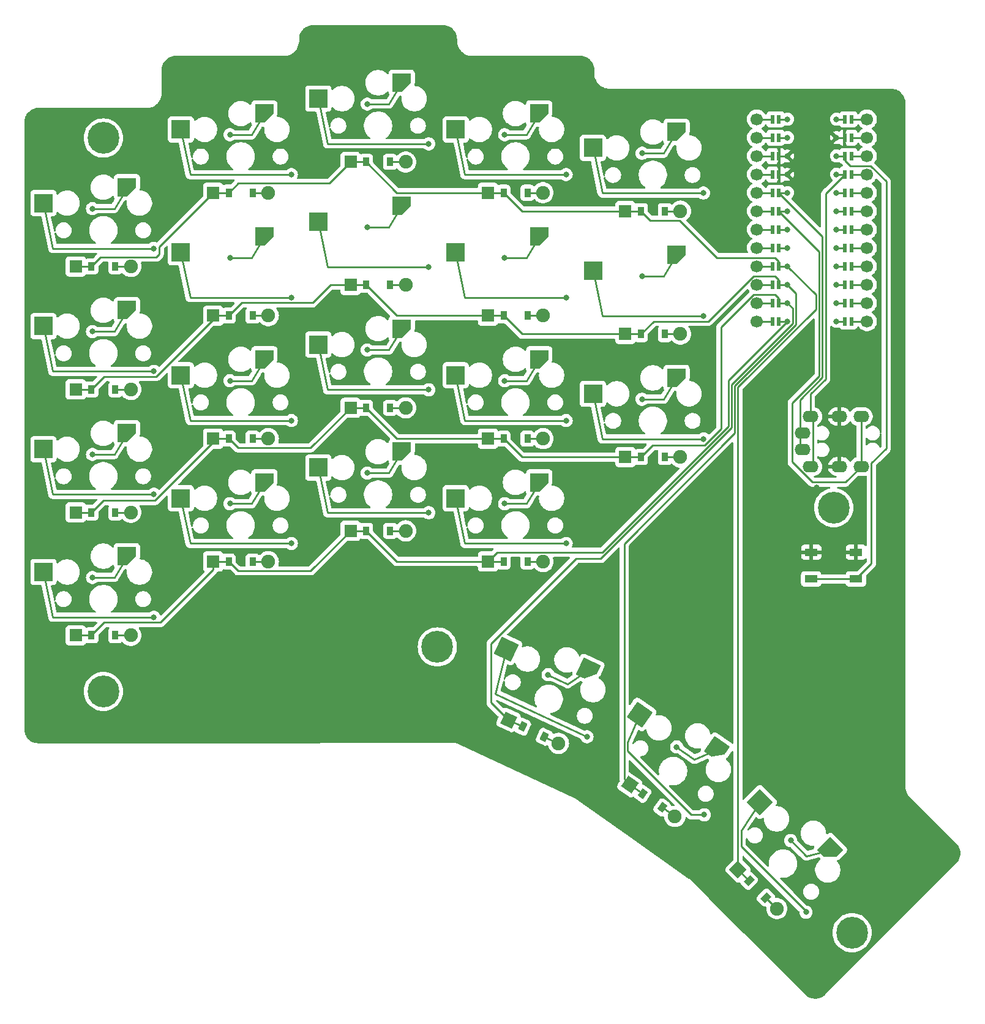
<source format=gtl>
G04 #@! TF.GenerationSoftware,KiCad,Pcbnew,8.0.1*
G04 #@! TF.CreationDate,2024-03-30T10:30:43-04:00*
G04 #@! TF.ProjectId,kipra-kicad,6b697072-612d-46b6-9963-61642e6b6963,v1.0.0*
G04 #@! TF.SameCoordinates,Original*
G04 #@! TF.FileFunction,Copper,L1,Top*
G04 #@! TF.FilePolarity,Positive*
%FSLAX46Y46*%
G04 Gerber Fmt 4.6, Leading zero omitted, Abs format (unit mm)*
G04 Created by KiCad (PCBNEW 8.0.1) date 2024-03-30 10:30:43*
%MOMM*%
%LPD*%
G01*
G04 APERTURE LIST*
G04 Aperture macros list*
%AMRotRect*
0 Rectangle, with rotation*
0 The origin of the aperture is its center*
0 $1 length*
0 $2 width*
0 $3 Rotation angle, in degrees counterclockwise*
0 Add horizontal line*
21,1,$1,$2,0,0,$3*%
%AMFreePoly0*
4,1,6,1.300000,0.000000,0.000000,-1.300000,-1.300000,-1.300000,-1.300000,1.300000,1.300000,1.300000,1.300000,0.000000,1.300000,0.000000,$1*%
G04 Aperture macros list end*
G04 #@! TA.AperFunction,SMDPad,CuDef*
%ADD10R,2.600000X2.600000*%
G04 #@! TD*
G04 #@! TA.AperFunction,SMDPad,CuDef*
%ADD11FreePoly0,0.000000*%
G04 #@! TD*
G04 #@! TA.AperFunction,ComponentPad*
%ADD12C,0.800000*%
G04 #@! TD*
G04 #@! TA.AperFunction,SMDPad,CuDef*
%ADD13RotRect,2.600000X2.600000X315.000000*%
G04 #@! TD*
G04 #@! TA.AperFunction,SMDPad,CuDef*
%ADD14FreePoly0,315.000000*%
G04 #@! TD*
G04 #@! TA.AperFunction,SMDPad,CuDef*
%ADD15RotRect,2.600000X2.600000X325.000000*%
G04 #@! TD*
G04 #@! TA.AperFunction,SMDPad,CuDef*
%ADD16FreePoly0,325.000000*%
G04 #@! TD*
G04 #@! TA.AperFunction,SMDPad,CuDef*
%ADD17RotRect,2.600000X2.600000X335.000000*%
G04 #@! TD*
G04 #@! TA.AperFunction,SMDPad,CuDef*
%ADD18FreePoly0,335.000000*%
G04 #@! TD*
G04 #@! TA.AperFunction,SMDPad,CuDef*
%ADD19R,0.900000X1.200000*%
G04 #@! TD*
G04 #@! TA.AperFunction,ComponentPad*
%ADD20R,1.778000X1.778000*%
G04 #@! TD*
G04 #@! TA.AperFunction,ComponentPad*
%ADD21C,1.905000*%
G04 #@! TD*
G04 #@! TA.AperFunction,SMDPad,CuDef*
%ADD22RotRect,0.900000X1.200000X315.000000*%
G04 #@! TD*
G04 #@! TA.AperFunction,ComponentPad*
%ADD23RotRect,1.778000X1.778000X315.000000*%
G04 #@! TD*
G04 #@! TA.AperFunction,SMDPad,CuDef*
%ADD24RotRect,0.900000X1.200000X325.000000*%
G04 #@! TD*
G04 #@! TA.AperFunction,ComponentPad*
%ADD25RotRect,1.778000X1.778000X325.000000*%
G04 #@! TD*
G04 #@! TA.AperFunction,SMDPad,CuDef*
%ADD26RotRect,0.900000X1.200000X335.000000*%
G04 #@! TD*
G04 #@! TA.AperFunction,ComponentPad*
%ADD27RotRect,1.778000X1.778000X335.000000*%
G04 #@! TD*
G04 #@! TA.AperFunction,ComponentPad*
%ADD28C,1.700000*%
G04 #@! TD*
G04 #@! TA.AperFunction,SMDPad,CuDef*
%ADD29R,0.600000X1.200000*%
G04 #@! TD*
G04 #@! TA.AperFunction,ComponentPad*
%ADD30O,2.200000X1.600000*%
G04 #@! TD*
G04 #@! TA.AperFunction,SMDPad,CuDef*
%ADD31R,1.800000X1.100000*%
G04 #@! TD*
G04 #@! TA.AperFunction,ComponentPad*
%ADD32C,0.700000*%
G04 #@! TD*
G04 #@! TA.AperFunction,ComponentPad*
%ADD33C,4.400000*%
G04 #@! TD*
G04 #@! TA.AperFunction,ViaPad*
%ADD34C,0.800000*%
G04 #@! TD*
G04 #@! TA.AperFunction,Conductor*
%ADD35C,0.250000*%
G04 #@! TD*
G04 APERTURE END LIST*
D10*
X91289702Y-95852061D03*
D11*
X102839702Y-93652060D03*
D12*
X98064702Y-96602060D03*
X106564702Y-102102060D03*
D10*
X91289703Y-78852062D03*
D11*
X102839703Y-76652061D03*
D12*
X98064703Y-79602061D03*
X106564703Y-85102061D03*
D10*
X91289702Y-61852058D03*
D11*
X102839702Y-59652057D03*
D12*
X98064702Y-62602057D03*
X106564702Y-68102057D03*
D10*
X91289702Y-44852061D03*
D11*
X102839702Y-42652060D03*
D12*
X98064702Y-45602060D03*
X106564702Y-51102060D03*
D10*
X110289700Y-85652056D03*
D11*
X121839700Y-83452055D03*
D12*
X117064700Y-86402055D03*
X125564700Y-91902055D03*
D10*
X110289704Y-68652057D03*
D11*
X121839704Y-66452056D03*
D12*
X117064704Y-69402056D03*
X125564704Y-74902056D03*
D10*
X110289704Y-51652054D03*
D11*
X121839704Y-49452053D03*
D12*
X117064704Y-52402053D03*
X125564704Y-57902053D03*
D10*
X110289707Y-34652060D03*
D11*
X121839707Y-32452059D03*
D12*
X117064707Y-35402059D03*
X125564707Y-40902059D03*
D10*
X129289703Y-81402061D03*
D11*
X140839703Y-79202060D03*
D12*
X136064703Y-82152060D03*
X144564703Y-87652060D03*
D10*
X129289700Y-64402057D03*
D11*
X140839700Y-62202056D03*
D12*
X136064700Y-65152056D03*
X144564700Y-70652056D03*
D10*
X129289705Y-47402060D03*
D11*
X140839705Y-45202059D03*
D12*
X136064705Y-48152059D03*
X144564705Y-53652059D03*
D10*
X129289701Y-30402060D03*
D11*
X140839701Y-28202059D03*
D12*
X136064701Y-31152059D03*
X144564701Y-36652059D03*
D10*
X148289700Y-85652057D03*
D11*
X159839700Y-83452056D03*
D12*
X155064700Y-86402056D03*
X163564700Y-91902056D03*
D10*
X148289701Y-68652060D03*
D11*
X159839701Y-66452059D03*
D12*
X155064701Y-69402059D03*
X163564701Y-74902059D03*
D10*
X148289703Y-51652058D03*
D11*
X159839703Y-49452057D03*
D12*
X155064703Y-52402057D03*
X163564703Y-57902057D03*
D10*
X148289707Y-34652060D03*
D11*
X159839707Y-32452059D03*
D12*
X155064707Y-35402059D03*
X163564707Y-40902059D03*
D10*
X167289700Y-71202059D03*
D11*
X178839700Y-69002058D03*
D12*
X174064700Y-71952058D03*
X182564700Y-77452058D03*
D10*
X167289700Y-54202061D03*
D11*
X178839700Y-52002060D03*
D12*
X174064700Y-54952060D03*
X182564700Y-60452060D03*
D10*
X167289704Y-37202061D03*
D11*
X178839704Y-35002060D03*
D12*
X174064704Y-37952060D03*
X182564704Y-43452060D03*
D13*
X190365047Y-127649105D03*
D14*
X200087765Y-134260553D03*
D12*
X194625365Y-132970083D03*
X196746686Y-142869577D03*
D15*
X173734334Y-115535258D03*
D16*
X184457409Y-120357931D03*
D12*
X178853907Y-120035602D03*
X182662029Y-129416337D03*
D17*
X155252737Y-106493354D03*
D18*
X166650352Y-109380716D03*
D12*
X161076008Y-110036322D03*
X166455224Y-118613270D03*
D19*
X97914707Y-104602056D03*
X101214707Y-104602056D03*
D20*
X95754707Y-104602056D03*
D21*
X103374707Y-104602056D03*
D19*
X97914704Y-87602059D03*
X101214704Y-87602059D03*
D20*
X95754704Y-87602059D03*
D21*
X103374704Y-87602059D03*
D19*
X97914709Y-70602059D03*
X101214709Y-70602059D03*
D20*
X95754709Y-70602059D03*
D21*
X103374709Y-70602059D03*
D19*
X97914705Y-53602057D03*
X101214705Y-53602057D03*
D20*
X95754705Y-53602057D03*
D21*
X103374705Y-53602057D03*
D19*
X116914705Y-94402054D03*
X120214705Y-94402054D03*
D20*
X114754705Y-94402054D03*
D21*
X122374705Y-94402054D03*
D19*
X116914704Y-77402058D03*
X120214704Y-77402058D03*
D20*
X114754704Y-77402058D03*
D21*
X122374704Y-77402058D03*
D19*
X116914706Y-60402060D03*
X120214706Y-60402060D03*
D20*
X114754706Y-60402060D03*
D21*
X122374706Y-60402060D03*
D19*
X116914706Y-43402055D03*
X120214706Y-43402055D03*
D20*
X114754706Y-43402055D03*
D21*
X122374706Y-43402055D03*
D19*
X135914707Y-90152058D03*
X139214707Y-90152058D03*
D20*
X133754707Y-90152058D03*
D21*
X141374707Y-90152058D03*
D19*
X135914705Y-73152062D03*
X139214705Y-73152062D03*
D20*
X133754705Y-73152062D03*
D21*
X141374705Y-73152062D03*
D19*
X135914703Y-56152059D03*
X139214703Y-56152059D03*
D20*
X133754703Y-56152059D03*
D21*
X141374703Y-56152059D03*
D19*
X135914704Y-39152057D03*
X139214704Y-39152057D03*
D20*
X133754704Y-39152057D03*
D21*
X141374704Y-39152057D03*
D19*
X154914707Y-94402057D03*
X158214707Y-94402057D03*
D20*
X152754707Y-94402057D03*
D21*
X160374707Y-94402057D03*
D19*
X154914707Y-77402055D03*
X158214707Y-77402055D03*
D20*
X152754707Y-77402055D03*
D21*
X160374707Y-77402055D03*
D19*
X154914705Y-60402059D03*
X158214705Y-60402059D03*
D20*
X152754705Y-60402059D03*
D21*
X160374705Y-60402059D03*
D19*
X154914703Y-43402054D03*
X158214703Y-43402054D03*
D20*
X152754703Y-43402054D03*
D21*
X160374703Y-43402054D03*
D19*
X173914704Y-79952057D03*
X177214704Y-79952057D03*
D20*
X171754704Y-79952057D03*
D21*
X179374704Y-79952057D03*
D19*
X173914700Y-62952058D03*
X177214700Y-62952058D03*
D20*
X171754700Y-62952058D03*
D21*
X179374700Y-62952058D03*
D19*
X173914700Y-45952056D03*
X177214700Y-45952056D03*
D20*
X171754700Y-45952056D03*
D21*
X179374700Y-45952056D03*
D22*
X188862441Y-138520865D03*
X191195893Y-140854317D03*
D23*
X187335090Y-136993514D03*
D21*
X192723244Y-142381668D03*
D24*
X174142427Y-126502782D03*
X176845629Y-128395584D03*
D25*
X172373059Y-125263857D03*
D21*
X178614997Y-129634509D03*
D26*
X157559120Y-117223389D03*
X160549936Y-118618029D03*
D27*
X155601495Y-116310534D03*
D21*
X162507561Y-119530884D03*
D28*
X189944704Y-33252055D03*
X205184704Y-33252055D03*
D12*
X200964704Y-33252055D03*
X194164704Y-33252055D03*
D29*
X192084704Y-33252055D03*
X192984705Y-33252055D03*
X202144704Y-33252055D03*
X203044703Y-33252055D03*
D28*
X189944704Y-35792055D03*
X205184704Y-35792055D03*
D12*
X200964704Y-35792055D03*
X194164704Y-35792055D03*
D29*
X192084703Y-35792055D03*
X192984704Y-35792055D03*
X202144703Y-35792055D03*
X203044704Y-35792055D03*
D28*
X189944704Y-38332055D03*
X205184704Y-38332055D03*
D12*
X200964705Y-38332055D03*
X194164703Y-38332056D03*
D29*
X192084704Y-38332055D03*
X192984704Y-38332055D03*
X202144704Y-38332054D03*
X203044705Y-38332055D03*
D28*
X189944705Y-40872055D03*
X205184704Y-40872055D03*
D12*
X200964704Y-40872055D03*
X194164703Y-40872055D03*
D29*
X192084704Y-40872055D03*
X192984705Y-40872054D03*
X202144704Y-40872055D03*
X203044704Y-40872055D03*
D28*
X189944704Y-43412055D03*
X205184704Y-43412055D03*
D12*
X200964704Y-43412055D03*
X194164704Y-43412055D03*
D29*
X192084704Y-43412055D03*
X192984704Y-43412055D03*
X202144704Y-43412055D03*
X203044704Y-43412055D03*
D28*
X189944704Y-45952055D03*
X205184704Y-45952055D03*
D12*
X200964704Y-45952055D03*
X194164704Y-45952055D03*
D29*
X192084705Y-45952055D03*
X192984704Y-45952055D03*
X202144704Y-45952055D03*
X203044703Y-45952055D03*
D28*
X189944704Y-48492055D03*
X205184704Y-48492055D03*
D12*
X200964704Y-48492055D03*
X194164704Y-48492055D03*
D29*
X192084704Y-48492055D03*
X192984704Y-48492055D03*
X202144704Y-48492055D03*
X203044704Y-48492055D03*
D28*
X189944704Y-51032055D03*
X205184703Y-51032055D03*
D12*
X200964705Y-51032055D03*
X194164704Y-51032055D03*
D29*
X192084704Y-51032055D03*
X192984704Y-51032055D03*
X202144703Y-51032056D03*
X203044704Y-51032055D03*
D28*
X189944704Y-53572055D03*
X205184704Y-53572055D03*
D12*
X200964705Y-53572054D03*
X194164703Y-53572055D03*
D29*
X192084703Y-53572055D03*
X192984704Y-53572056D03*
X202144704Y-53572055D03*
X203044704Y-53572055D03*
D28*
X189944704Y-56112055D03*
X205184704Y-56112055D03*
D12*
X200964704Y-56112055D03*
X194164704Y-56112055D03*
D29*
X192084704Y-56112055D03*
X192984705Y-56112055D03*
X202144704Y-56112055D03*
X203044705Y-56112055D03*
D28*
X189944704Y-58652055D03*
X205184704Y-58652055D03*
D12*
X200964704Y-58652055D03*
X194164704Y-58652055D03*
D29*
X192084705Y-58652055D03*
X192984704Y-58652055D03*
X202144703Y-58652055D03*
X203044704Y-58652055D03*
D28*
X189944706Y-61192054D03*
X205184704Y-61192055D03*
D12*
X200964704Y-61192055D03*
X194164704Y-61192055D03*
D29*
X192084704Y-61192055D03*
X192984703Y-61192055D03*
X202144702Y-61192055D03*
X203044704Y-61192055D03*
D30*
X196264699Y-76652058D03*
X197364698Y-81252058D03*
X201364699Y-81252058D03*
X204364700Y-81252058D03*
X196264699Y-78952058D03*
X197364699Y-74352058D03*
X201364700Y-74352057D03*
X204364699Y-74352057D03*
D31*
X197464702Y-93102061D03*
X203664702Y-93102061D03*
X197464702Y-96802061D03*
X203664702Y-96802061D03*
D32*
X100731431Y-113518785D03*
D33*
X99564705Y-112352059D03*
D32*
X99564705Y-114002059D03*
X100731431Y-111185333D03*
X97914705Y-112352059D03*
X98397979Y-111185333D03*
X98397979Y-113518785D03*
X101214705Y-112352059D03*
X99564705Y-110702059D03*
X100731426Y-37018783D03*
D33*
X99564700Y-35852057D03*
D32*
X99564700Y-37502057D03*
X100731426Y-34685331D03*
X97914700Y-35852057D03*
X98397974Y-34685331D03*
X98397974Y-37018783D03*
X101214700Y-35852057D03*
X99564700Y-34202057D03*
X201731430Y-88118785D03*
D33*
X200564704Y-86952059D03*
D32*
X200564704Y-88602059D03*
X201731430Y-85785333D03*
X198914704Y-86952059D03*
X199397978Y-85785333D03*
X199397978Y-88118785D03*
X202214704Y-86952059D03*
X200564704Y-85302059D03*
X146324713Y-107755152D03*
D33*
X145760381Y-106204659D03*
D32*
X145063061Y-107700067D03*
X147310874Y-105640327D03*
X144264973Y-105507339D03*
X145196049Y-104654166D03*
X144209888Y-106768991D03*
X147255789Y-106901979D03*
X146457701Y-104709251D03*
X203110645Y-147347999D03*
D33*
X203110645Y-145697999D03*
D32*
X201943919Y-146864725D03*
X204760645Y-145697999D03*
X201943919Y-144531273D03*
X203110645Y-144047999D03*
X201460645Y-145697999D03*
X204277371Y-146864725D03*
X204277371Y-144531273D03*
D34*
X198200079Y-84147059D03*
D35*
X204364705Y-74352056D02*
X204364701Y-81252058D01*
X198570000Y-68766396D02*
X198570000Y-51537357D01*
X204364701Y-81252058D02*
X202194707Y-83422059D01*
X202194707Y-83422059D02*
X197643714Y-83422059D01*
X197643714Y-83422059D02*
X194839704Y-80618045D01*
X194839704Y-80618045D02*
X194839704Y-72496692D01*
X194839704Y-72496692D02*
X198570000Y-68766396D01*
X198570000Y-51537357D02*
X192984702Y-45952059D01*
X197464702Y-84882436D02*
X198200079Y-84147059D01*
X197464702Y-93102061D02*
X197464702Y-84882436D01*
X201364699Y-81252058D02*
X201364700Y-74352057D01*
X197464702Y-93102061D02*
X203664702Y-93102061D01*
X194164704Y-45952055D02*
X192984704Y-45952055D01*
X194164704Y-61192055D02*
X192984703Y-61192055D01*
X200964704Y-40872055D02*
X202144704Y-40872055D01*
X192984704Y-43412055D02*
X194164704Y-43412055D01*
X152754707Y-94402057D02*
X154914707Y-94402057D01*
X199020000Y-49447354D02*
X192984703Y-43412057D01*
X187785090Y-131550788D02*
X190364703Y-127652057D01*
X187785090Y-133808694D02*
X187785090Y-131550788D01*
X195939703Y-78627056D02*
X195939703Y-72033089D01*
X196744701Y-142768305D02*
X187785090Y-133808694D01*
X155601495Y-116310534D02*
X153200133Y-113909172D01*
X116914700Y-94402058D02*
X114754703Y-94402059D01*
X199470000Y-69139188D02*
X199470000Y-43546765D01*
X197364704Y-81252062D02*
X197689702Y-80927061D01*
X140164703Y-94402058D02*
X135914705Y-90152058D01*
X196264702Y-78952055D02*
X195939703Y-78627056D01*
X194164699Y-61192057D02*
X185985090Y-69371666D01*
X107468704Y-102827060D02*
X99689707Y-102827058D01*
X154032195Y-93124564D02*
X152754701Y-94402058D01*
X128227203Y-95679556D02*
X118192203Y-95679559D01*
X198120000Y-57527352D02*
X194164703Y-53572055D01*
X197364705Y-71244483D02*
X199470000Y-69139188D01*
X195339704Y-57287055D02*
X194164704Y-56112055D01*
X197364705Y-74352058D02*
X197364705Y-71244483D01*
X135914705Y-90152058D02*
X133754702Y-90152059D01*
X171598787Y-124489585D02*
X171598787Y-91924817D01*
X153200133Y-105729938D02*
X164950071Y-93980000D01*
X197689698Y-74677058D02*
X197364705Y-74352058D01*
X199470000Y-43546765D02*
X202144708Y-40872057D01*
X195939703Y-72033089D02*
X199020000Y-68952792D01*
X168334855Y-93980000D02*
X186435090Y-75879765D01*
X172373059Y-125263857D02*
X171598787Y-124489585D01*
X114754702Y-95541059D02*
X107468704Y-102827060D01*
X199020000Y-68952792D02*
X199020000Y-49447354D01*
X114754703Y-94402059D02*
X114754702Y-95541059D01*
X185985090Y-75693369D02*
X168553895Y-93124564D01*
X168553895Y-93124564D02*
X154032195Y-93124564D01*
X171598787Y-91924817D02*
X186885090Y-76638514D01*
X194889704Y-61492360D02*
X194889704Y-59377055D01*
X186885090Y-76638514D02*
X186885090Y-70133370D01*
X99689707Y-102827058D02*
X97914705Y-104602057D01*
X185985090Y-69371666D02*
X185985090Y-75693369D01*
X153200133Y-113909172D02*
X153200133Y-105729938D01*
X186885090Y-70133370D02*
X195339704Y-61678756D01*
X97914705Y-104602057D02*
X95754698Y-104602057D01*
X195339704Y-61678756D02*
X195339704Y-57287055D01*
X164950071Y-93980000D02*
X168334855Y-93980000D01*
X186435090Y-75879765D02*
X186435090Y-69946974D01*
X196744701Y-142872058D02*
X196744701Y-142768305D01*
X118192203Y-95679559D02*
X116914700Y-94402058D01*
X152754701Y-94402058D02*
X140164703Y-94402058D01*
X194889704Y-59377055D02*
X194164704Y-58652055D01*
X133754702Y-90152059D02*
X128227203Y-95679556D01*
X186435090Y-69946974D02*
X194889704Y-61492360D01*
X197689702Y-80927061D02*
X197689698Y-74677058D01*
X187335090Y-136993514D02*
X187335090Y-70319766D01*
X187335090Y-70319766D02*
X198120000Y-59534856D01*
X198120000Y-59534856D02*
X198120000Y-57527352D01*
X172048787Y-119414973D02*
X173734703Y-115532056D01*
X182664702Y-129412055D02*
X180848451Y-129412055D01*
X180848451Y-129412055D02*
X172048787Y-120612391D01*
X172048787Y-120612391D02*
X172048787Y-119414973D01*
X191195896Y-140854315D02*
X192723241Y-142381665D01*
X192723241Y-142381665D02*
X192723240Y-142381670D01*
X187335090Y-136993510D02*
X187335093Y-136993519D01*
X187335093Y-136993519D02*
X188862444Y-138520870D01*
X176845627Y-128395585D02*
X178614991Y-129634510D01*
X178614991Y-129634510D02*
X178614992Y-129634513D01*
X172373058Y-125263856D02*
X174142421Y-126502783D01*
X174142421Y-126502783D02*
X174142424Y-126502786D01*
X160549933Y-118618031D02*
X162507565Y-119530886D01*
X155601495Y-116310535D02*
X157559118Y-117223392D01*
X177214707Y-79952059D02*
X179374706Y-79952059D01*
X171754704Y-79952053D02*
X173914703Y-79952057D01*
X171754706Y-62952060D02*
X157464701Y-62952060D01*
X157464701Y-62952060D02*
X154914702Y-60402061D01*
X177214704Y-62952058D02*
X179374702Y-62952058D01*
X171754706Y-62952060D02*
X173914703Y-62952061D01*
X177214703Y-45952052D02*
X179374706Y-45952051D01*
X171754703Y-45952058D02*
X173914704Y-45952059D01*
X171754703Y-45952058D02*
X157464703Y-45952060D01*
X157464703Y-45952060D02*
X154914706Y-43402057D01*
X152754705Y-43402060D02*
X140164706Y-43402055D01*
X140164706Y-43402055D02*
X135914700Y-39152059D01*
X158214697Y-43402054D02*
X160374707Y-43402059D01*
X152754705Y-43402060D02*
X154914706Y-43402057D01*
X158214704Y-60402059D02*
X160374706Y-60402061D01*
X152754703Y-60402060D02*
X154914702Y-60402061D01*
X171754704Y-79952053D02*
X157464698Y-79952058D01*
X157464698Y-79952058D02*
X154914703Y-77402058D01*
X152754701Y-77402057D02*
X140164704Y-77402057D01*
X140164704Y-77402057D02*
X135914705Y-73152060D01*
X158214704Y-77402060D02*
X160374702Y-77402057D01*
X152754701Y-77402057D02*
X154914703Y-77402058D01*
X158214706Y-94402057D02*
X160374704Y-94402061D01*
X139214707Y-90152059D02*
X141374702Y-90152059D01*
X139214705Y-73152058D02*
X141374704Y-73152056D01*
X133754706Y-73152056D02*
X135914705Y-73152060D01*
X152754703Y-60402060D02*
X140164698Y-60402055D01*
X140164698Y-60402055D02*
X135914705Y-56152058D01*
X135914705Y-56152058D02*
X133754705Y-56152052D01*
X141374704Y-56152057D02*
X139214704Y-56152060D01*
X139214706Y-39152059D02*
X141374704Y-39152057D01*
X133754706Y-39152058D02*
X135914700Y-39152059D01*
X133754706Y-39152058D02*
X130782203Y-42124561D01*
X130782203Y-42124561D02*
X118192202Y-42124554D01*
X118192202Y-42124554D02*
X116914709Y-43402058D01*
X120214699Y-94402053D02*
X122374707Y-94402052D01*
X133754706Y-73152056D02*
X128227201Y-78679562D01*
X128227201Y-78679562D02*
X118192198Y-78679557D01*
X118192198Y-78679557D02*
X116914697Y-77402059D01*
X120214703Y-77402060D02*
X122374701Y-77402058D01*
X114754701Y-77402060D02*
X116914697Y-77402059D01*
X133754705Y-56152052D02*
X130974700Y-56152056D01*
X130974700Y-56152056D02*
X128499701Y-58627057D01*
X128499701Y-58627057D02*
X118689701Y-58627061D01*
X118689701Y-58627061D02*
X116914710Y-60402059D01*
X114754699Y-60402064D02*
X114754702Y-60937358D01*
X114754702Y-60937358D02*
X106865007Y-68827060D01*
X106865007Y-68827060D02*
X99689706Y-68827060D01*
X99689706Y-68827060D02*
X97914706Y-70602061D01*
X120214704Y-60402060D02*
X122374704Y-60402055D01*
X114754699Y-60402064D02*
X116914710Y-60402059D01*
X120214702Y-43402059D02*
X122374704Y-43402055D01*
X114754703Y-43402056D02*
X116914709Y-43402058D01*
X114754703Y-43402056D02*
X107289701Y-50867058D01*
X99192200Y-52324557D02*
X97914706Y-53602056D01*
X107289701Y-50867058D02*
X107289702Y-51897056D01*
X107289702Y-51897056D02*
X106862199Y-52324556D01*
X106862199Y-52324556D02*
X99192200Y-52324557D01*
X97914706Y-53602056D02*
X95754703Y-53602055D01*
X103374704Y-53602058D02*
X101214701Y-53602056D01*
X101214709Y-70602057D02*
X103374704Y-70602058D01*
X95754698Y-70602056D02*
X97914706Y-70602061D01*
X114754701Y-77402060D02*
X114754704Y-77937364D01*
X114754704Y-77937364D02*
X106730006Y-85962056D01*
X106730006Y-85962056D02*
X99554702Y-85962057D01*
X99554702Y-85962057D02*
X97914706Y-87602058D01*
X101214704Y-87602060D02*
X103374704Y-87602059D01*
X95754701Y-87602059D02*
X97914706Y-87602058D01*
X103374701Y-104602055D02*
X101214700Y-104602059D01*
X203664702Y-96802059D02*
X205789708Y-94677057D01*
X207844702Y-41870357D02*
X205671402Y-39697061D01*
X205789708Y-94677057D02*
X205789706Y-80786068D01*
X205789706Y-80786068D02*
X207844707Y-78731068D01*
X207844707Y-78731068D02*
X207844702Y-41870357D01*
X205671402Y-39697061D02*
X202859708Y-39697055D01*
X202859708Y-39697055D02*
X202144701Y-38982063D01*
X202144701Y-38982063D02*
X202144700Y-38332057D01*
X197464698Y-96802058D02*
X203664702Y-96802059D01*
X192984704Y-58652058D02*
X192984704Y-58002055D01*
X192984704Y-58002055D02*
X192459705Y-57477057D01*
X182700004Y-78342057D02*
X175524708Y-78342054D01*
X175524708Y-78342054D02*
X173914703Y-79952057D01*
X192459705Y-57477057D02*
X189458004Y-57477059D01*
X189458004Y-57477059D02*
X184984702Y-61950354D01*
X184984702Y-61950354D02*
X184984709Y-76057359D01*
X184984709Y-76057359D02*
X182700004Y-78342057D01*
X192984705Y-56112058D02*
X192984704Y-55462057D01*
X192984704Y-55462057D02*
X192459699Y-54937058D01*
X192459699Y-54937058D02*
X189458003Y-54937061D01*
X189458003Y-54937061D02*
X183218000Y-61177062D01*
X183218000Y-61177062D02*
X175689705Y-61177057D01*
X175689705Y-61177057D02*
X173914703Y-62952061D01*
X192984705Y-53572054D02*
X192984704Y-52922057D01*
X184439709Y-52397057D02*
X179272203Y-47229558D01*
X192984704Y-52922057D02*
X192459701Y-52397058D01*
X192459701Y-52397058D02*
X184439709Y-52397057D01*
X179272203Y-47229558D02*
X175192204Y-47229556D01*
X175192204Y-47229556D02*
X173914704Y-45952059D01*
X102844700Y-93652057D02*
X101064701Y-96602058D01*
X101064701Y-96602058D02*
X98064702Y-96602059D01*
X91284701Y-95852060D02*
X92564702Y-102102057D01*
X106564706Y-102102056D02*
X92564702Y-102102057D01*
X102844707Y-76652059D02*
X101064703Y-79602060D01*
X101064703Y-79602060D02*
X98064700Y-79602060D01*
X91284704Y-78852057D02*
X92564704Y-85102059D01*
X106564706Y-85102061D02*
X92564704Y-85102059D01*
X102844704Y-59652060D02*
X101064705Y-62602060D01*
X101064705Y-62602060D02*
X98064702Y-62602059D01*
X91284700Y-61852058D02*
X92564703Y-68102059D01*
X106564704Y-68102059D02*
X92564703Y-68102059D01*
X102844702Y-42652060D02*
X101064707Y-45602058D01*
X101064707Y-45602058D02*
X98064701Y-45602059D01*
X91284707Y-44852055D02*
X92564700Y-51102055D01*
X106564701Y-51102059D02*
X92564700Y-51102055D01*
X121844704Y-83452055D02*
X120064702Y-86402056D01*
X120064702Y-86402056D02*
X117064706Y-86402057D01*
X110284708Y-85652055D02*
X111564701Y-91902055D01*
X125564704Y-91902058D02*
X111564701Y-91902055D01*
X121844707Y-66452060D02*
X120064704Y-69402052D01*
X120064704Y-69402052D02*
X117064701Y-69402057D01*
X110284700Y-68652058D02*
X111564704Y-74902056D01*
X125564706Y-74902061D02*
X111564704Y-74902056D01*
X121844706Y-49452063D02*
X120064700Y-52402052D01*
X120064700Y-52402052D02*
X117064703Y-52402060D01*
X110284704Y-51652058D02*
X111564706Y-57902058D01*
X125564699Y-57902059D02*
X111564706Y-57902058D01*
X121844703Y-32452062D02*
X120064698Y-35402058D01*
X120064698Y-35402058D02*
X117064702Y-35402055D01*
X110284703Y-34652057D02*
X111564705Y-40902057D01*
X125564700Y-40902060D02*
X111564705Y-40902057D01*
X140844706Y-79202059D02*
X139064699Y-82152057D01*
X139064699Y-82152057D02*
X136064700Y-82152057D01*
X129284704Y-81402058D02*
X130564707Y-87652059D01*
X144564701Y-87652058D02*
X130564707Y-87652059D01*
X140844703Y-62202054D02*
X139064705Y-65152058D01*
X139064705Y-65152058D02*
X136064705Y-65152055D01*
X129284705Y-64402058D02*
X130564704Y-70652060D01*
X144564702Y-70652055D02*
X130564704Y-70652060D01*
X140844703Y-45202058D02*
X139064702Y-48152057D01*
X139064702Y-48152057D02*
X136064705Y-48152056D01*
X129284703Y-47402052D02*
X130564701Y-53652055D01*
X144564700Y-53652054D02*
X130564701Y-53652055D01*
X140844705Y-28202060D02*
X139064698Y-31152061D01*
X139064698Y-31152061D02*
X136064705Y-31152056D01*
X129284705Y-30402061D02*
X130564704Y-36652057D01*
X144564706Y-36652057D02*
X130564704Y-36652057D01*
X159844700Y-83452062D02*
X158064701Y-86402056D01*
X158064701Y-86402056D02*
X155064705Y-86402062D01*
X148284705Y-85652057D02*
X149564703Y-91902061D01*
X163564702Y-91902059D02*
X149564703Y-91902061D01*
X159844700Y-66452063D02*
X158064705Y-69402057D01*
X158064705Y-69402057D02*
X155064701Y-69402063D01*
X148284703Y-68652058D02*
X149564705Y-74902061D01*
X163564702Y-74902061D02*
X149564705Y-74902061D01*
X159844706Y-49452058D02*
X158064703Y-52402058D01*
X158064703Y-52402058D02*
X155064703Y-52402061D01*
X148284709Y-51652056D02*
X149564701Y-57902054D01*
X163564703Y-57902060D02*
X149564701Y-57902054D01*
X159844703Y-32452059D02*
X158064704Y-35402053D01*
X158064704Y-35402053D02*
X155064701Y-35402059D01*
X148284707Y-34652057D02*
X149564701Y-40902062D01*
X163564702Y-40902056D02*
X149564701Y-40902062D01*
X178844704Y-69002060D02*
X177064707Y-71952057D01*
X177064707Y-71952057D02*
X174064702Y-71952059D01*
X167284704Y-71202057D02*
X168564701Y-77452057D01*
X182564703Y-77452054D02*
X168564701Y-77452057D01*
X178844703Y-52002062D02*
X177064702Y-54952057D01*
X177064702Y-54952057D02*
X174064702Y-54952056D01*
X167284700Y-54202059D02*
X168564698Y-60452058D01*
X182564703Y-60452057D02*
X168564698Y-60452058D01*
X178844704Y-35002060D02*
X177064704Y-37952058D01*
X177064704Y-37952058D02*
X174064705Y-37952062D01*
X167284705Y-37202059D02*
X168564699Y-43452056D01*
X182564701Y-43452061D02*
X168564699Y-43452056D01*
X200084703Y-134262056D02*
X196744701Y-135092059D01*
X196744701Y-135092059D02*
X194624705Y-132972054D01*
X184454699Y-120362056D02*
X181314702Y-121752059D01*
X181314702Y-121752059D02*
X178854706Y-120032056D01*
X166654704Y-109382055D02*
X163794702Y-111302055D01*
X163794702Y-111302055D02*
X161074705Y-110032060D01*
X155254705Y-106492058D02*
X153764702Y-112692058D01*
X166454704Y-118612060D02*
X153764702Y-112692058D01*
X202144704Y-33252062D02*
X200964702Y-33252057D01*
X192984700Y-33252056D02*
X194164704Y-33252058D01*
X189944705Y-33252053D02*
X192064702Y-33252055D01*
X203064702Y-33252060D02*
X205184704Y-33252062D01*
X202144704Y-35792057D02*
X200964701Y-35792058D01*
X192984701Y-35792055D02*
X194164706Y-35792059D01*
X189944706Y-35792057D02*
X192064706Y-35792060D01*
X203064704Y-35792059D02*
X205184703Y-35792056D01*
X202144700Y-38332057D02*
X200964701Y-38332056D01*
X192984700Y-38332053D02*
X194164701Y-38332059D01*
X189944700Y-38332057D02*
X192064703Y-38332054D01*
X203064698Y-38332055D02*
X205184698Y-38332058D01*
X192984706Y-40872055D02*
X194164703Y-40872063D01*
X189944703Y-40872056D02*
X192064705Y-40872054D01*
X203064700Y-40872056D02*
X205184703Y-40872055D01*
X202144704Y-43412054D02*
X200964706Y-43412057D01*
X189944704Y-43412059D02*
X192064707Y-43412059D01*
X203064701Y-43412061D02*
X205184703Y-43412057D01*
X202144701Y-45952057D02*
X200964700Y-45952053D01*
X189944707Y-45952057D02*
X192064705Y-45952057D01*
X203064706Y-45952057D02*
X205184704Y-45952058D01*
X202144706Y-48492057D02*
X200964700Y-48492061D01*
X192984704Y-48492060D02*
X194164706Y-48492058D01*
X189944703Y-48492058D02*
X192064704Y-48492065D01*
X203064702Y-48492058D02*
X205184704Y-48492060D01*
X202144705Y-51032060D02*
X200964704Y-51032061D01*
X192984706Y-51032058D02*
X194164702Y-51032054D01*
X189944701Y-51032058D02*
X192064702Y-51032059D01*
X203064703Y-51032060D02*
X205184705Y-51032058D01*
X202144703Y-53572057D02*
X200964702Y-53572060D01*
X192984705Y-53572054D02*
X194164703Y-53572058D01*
X189944704Y-53572058D02*
X192064700Y-53572057D01*
X203064705Y-53572054D02*
X205184699Y-53572056D01*
X202144702Y-56112061D02*
X200964703Y-56112057D01*
X192984705Y-56112058D02*
X194164704Y-56112058D01*
X189944704Y-56112058D02*
X192064702Y-56112058D01*
X203064703Y-56112056D02*
X205184703Y-56112059D01*
X202144697Y-58652060D02*
X200964707Y-58652055D01*
X192984704Y-58652058D02*
X194164702Y-58652060D01*
X189944700Y-58652064D02*
X192064705Y-58652060D01*
X203064702Y-58652055D02*
X205184700Y-58652059D01*
X202144704Y-61192064D02*
X200964702Y-61192060D01*
X189944706Y-61192056D02*
X192064707Y-61192055D01*
X203064701Y-61192059D02*
X205184705Y-61192059D01*
G04 #@! TA.AperFunction,Conductor*
G36*
X206571005Y-41492923D02*
G01*
X206576781Y-41498342D01*
X207174883Y-42096442D01*
X207208368Y-42157765D01*
X207211202Y-42184123D01*
X207211205Y-76531282D01*
X207191520Y-76598321D01*
X207138716Y-76644076D01*
X207076045Y-76653087D01*
X207128458Y-76655896D01*
X207185130Y-76696762D01*
X207210711Y-76761781D01*
X207211205Y-76772833D01*
X207211205Y-78417301D01*
X207191520Y-78484340D01*
X207174886Y-78504982D01*
X207085182Y-78594686D01*
X207023859Y-78628171D01*
X206954167Y-78623187D01*
X206898234Y-78581315D01*
X206882943Y-78554463D01*
X206851331Y-78478144D01*
X206851327Y-78478137D01*
X206741838Y-78314276D01*
X206741835Y-78314272D01*
X206602484Y-78174921D01*
X206602480Y-78174918D01*
X206438619Y-78065429D01*
X206438606Y-78065422D01*
X206256538Y-77990008D01*
X206256528Y-77990005D01*
X206063242Y-77951558D01*
X206063240Y-77951558D01*
X205866158Y-77951558D01*
X205866156Y-77951558D01*
X205672869Y-77990005D01*
X205672859Y-77990008D01*
X205490791Y-78065422D01*
X205490778Y-78065429D01*
X205326917Y-78174918D01*
X205209883Y-78291952D01*
X205148560Y-78325436D01*
X205078868Y-78320452D01*
X205022935Y-78278580D01*
X204998518Y-78213116D01*
X204998202Y-78204270D01*
X204998202Y-77805325D01*
X204998202Y-77399842D01*
X205017887Y-77332806D01*
X205070691Y-77287051D01*
X205139849Y-77277107D01*
X205203405Y-77306132D01*
X205209883Y-77312164D01*
X205326913Y-77429194D01*
X205326917Y-77429197D01*
X205490778Y-77538686D01*
X205490791Y-77538693D01*
X205609379Y-77587813D01*
X205672864Y-77614109D01*
X205672868Y-77614109D01*
X205672869Y-77614110D01*
X205866155Y-77652558D01*
X205866158Y-77652558D01*
X206063242Y-77652558D01*
X206204602Y-77624439D01*
X206256534Y-77614109D01*
X206438613Y-77538690D01*
X206602481Y-77429197D01*
X206741838Y-77289840D01*
X206851331Y-77125972D01*
X206926750Y-76943893D01*
X206965199Y-76750599D01*
X206965199Y-76750597D01*
X206965588Y-76748642D01*
X206997973Y-76686731D01*
X207058688Y-76652157D01*
X207066381Y-76652569D01*
X207006002Y-76624995D01*
X206968228Y-76566217D01*
X206965588Y-76555473D01*
X206961978Y-76537325D01*
X206926750Y-76360223D01*
X206923000Y-76351169D01*
X206851334Y-76178150D01*
X206851327Y-76178137D01*
X206741838Y-76014276D01*
X206741835Y-76014272D01*
X206602484Y-75874921D01*
X206602480Y-75874918D01*
X206438619Y-75765429D01*
X206438606Y-75765422D01*
X206256538Y-75690008D01*
X206256528Y-75690005D01*
X206063242Y-75651558D01*
X206063240Y-75651558D01*
X205866158Y-75651558D01*
X205866156Y-75651558D01*
X205672869Y-75690005D01*
X205672859Y-75690008D01*
X205490791Y-75765422D01*
X205490778Y-75765429D01*
X205326917Y-75874918D01*
X205209884Y-75991951D01*
X205148561Y-76025435D01*
X205078869Y-76020451D01*
X205022936Y-75978579D01*
X204998519Y-75913115D01*
X204998203Y-75904286D01*
X204998203Y-75709619D01*
X205017888Y-75642584D01*
X205070692Y-75596829D01*
X205083868Y-75591698D01*
X205166989Y-75564691D01*
X205350502Y-75471186D01*
X205517129Y-75350125D01*
X205662767Y-75204487D01*
X205783828Y-75037860D01*
X205877333Y-74854347D01*
X205940979Y-74658465D01*
X205973199Y-74455038D01*
X205973199Y-74249076D01*
X205969100Y-74223194D01*
X205940979Y-74045648D01*
X205887999Y-73882594D01*
X205877333Y-73849767D01*
X205877331Y-73849763D01*
X205877331Y-73849762D01*
X205843408Y-73783185D01*
X205783828Y-73666254D01*
X205756089Y-73628074D01*
X205662772Y-73499633D01*
X205662768Y-73499628D01*
X205517127Y-73353987D01*
X205517122Y-73353983D01*
X205350505Y-73232930D01*
X205350504Y-73232929D01*
X205350502Y-73232928D01*
X205258254Y-73185925D01*
X205166993Y-73139424D01*
X204971107Y-73075776D01*
X204795493Y-73047962D01*
X204767680Y-73043557D01*
X203961718Y-73043557D01*
X203937249Y-73047432D01*
X203758290Y-73075776D01*
X203562404Y-73139424D01*
X203378892Y-73232930D01*
X203212275Y-73353983D01*
X203212270Y-73353987D01*
X203066629Y-73499628D01*
X203066625Y-73499633D01*
X202959764Y-73646715D01*
X202904434Y-73689381D01*
X202834821Y-73695360D01*
X202773026Y-73662754D01*
X202759128Y-73646715D01*
X202656287Y-73505167D01*
X202656282Y-73505161D01*
X202511595Y-73360474D01*
X202346049Y-73240197D01*
X202163731Y-73147301D01*
X201969117Y-73084066D01*
X201767017Y-73052057D01*
X201614700Y-73052057D01*
X201614700Y-73902057D01*
X201114700Y-73902057D01*
X201114700Y-73052057D01*
X200962383Y-73052057D01*
X200760282Y-73084066D01*
X200565668Y-73147301D01*
X200383350Y-73240197D01*
X200217805Y-73360474D01*
X200217804Y-73360474D01*
X200073117Y-73505161D01*
X200073117Y-73505162D01*
X199952840Y-73670707D01*
X199859944Y-73853027D01*
X199796709Y-74047643D01*
X199788091Y-74102057D01*
X200689422Y-74102057D01*
X200645367Y-74178363D01*
X200614700Y-74292813D01*
X200614700Y-74411301D01*
X200645367Y-74525751D01*
X200689422Y-74602057D01*
X199788091Y-74602057D01*
X199796709Y-74656470D01*
X199859944Y-74851086D01*
X199952840Y-75033406D01*
X200073117Y-75198951D01*
X200073117Y-75198952D01*
X200217804Y-75343639D01*
X200383350Y-75463916D01*
X200565668Y-75556812D01*
X200760282Y-75620047D01*
X200962383Y-75652057D01*
X201114700Y-75652057D01*
X201114700Y-74802057D01*
X201614700Y-74802057D01*
X201614700Y-75652057D01*
X201767017Y-75652057D01*
X201969117Y-75620047D01*
X202163731Y-75556812D01*
X202346049Y-75463916D01*
X202511594Y-75343639D01*
X202511595Y-75343639D01*
X202656282Y-75198952D01*
X202656287Y-75198946D01*
X202759128Y-75057398D01*
X202814458Y-75014732D01*
X202884071Y-75008753D01*
X202945866Y-75041358D01*
X202959764Y-75057398D01*
X203066625Y-75204480D01*
X203066629Y-75204485D01*
X203212270Y-75350126D01*
X203212275Y-75350130D01*
X203334597Y-75439001D01*
X203378896Y-75471186D01*
X203482135Y-75523789D01*
X203562408Y-75564691D01*
X203562414Y-75564693D01*
X203645520Y-75591695D01*
X203703196Y-75631131D01*
X203730395Y-75695490D01*
X203731203Y-75709626D01*
X203731201Y-79894489D01*
X203711516Y-79961529D01*
X203658712Y-80007283D01*
X203645524Y-80012418D01*
X203617828Y-80021417D01*
X203562405Y-80039425D01*
X203378893Y-80132931D01*
X203212276Y-80253984D01*
X203212271Y-80253988D01*
X203066630Y-80399629D01*
X202959764Y-80546718D01*
X202904434Y-80589383D01*
X202834820Y-80595362D01*
X202773026Y-80562756D01*
X202759128Y-80546718D01*
X202656281Y-80405162D01*
X202511594Y-80260475D01*
X202346048Y-80140198D01*
X202163730Y-80047302D01*
X201969116Y-79984067D01*
X201767016Y-79952058D01*
X201614699Y-79952058D01*
X201614699Y-80802058D01*
X201114699Y-80802058D01*
X201114699Y-79952058D01*
X200962382Y-79952058D01*
X200760281Y-79984067D01*
X200565667Y-80047302D01*
X200383349Y-80140198D01*
X200217804Y-80260475D01*
X200217803Y-80260475D01*
X200073116Y-80405162D01*
X200073116Y-80405163D01*
X199952839Y-80570708D01*
X199859943Y-80753028D01*
X199796708Y-80947644D01*
X199788090Y-81002058D01*
X200689421Y-81002058D01*
X200645366Y-81078364D01*
X200614699Y-81192814D01*
X200614699Y-81311302D01*
X200645366Y-81425752D01*
X200689421Y-81502058D01*
X199788090Y-81502058D01*
X199796708Y-81556471D01*
X199859943Y-81751087D01*
X199952839Y-81933407D01*
X200073116Y-82098952D01*
X200073116Y-82098953D01*
X200217803Y-82243640D01*
X200383349Y-82363917D01*
X200565667Y-82456813D01*
X200760281Y-82520048D01*
X200899422Y-82542086D01*
X200962557Y-82572015D01*
X200999488Y-82631327D01*
X200998490Y-82701189D01*
X200959880Y-82759422D01*
X200895916Y-82787536D01*
X200880024Y-82788559D01*
X197957480Y-82788559D01*
X197890441Y-82768874D01*
X197869799Y-82752240D01*
X197862446Y-82744887D01*
X197828961Y-82683564D01*
X197833945Y-82613872D01*
X197875817Y-82557939D01*
X197930730Y-82534733D01*
X197971106Y-82528338D01*
X198000033Y-82518939D01*
X198166988Y-82464692D01*
X198350501Y-82371187D01*
X198517128Y-82250126D01*
X198662766Y-82104488D01*
X198783827Y-81937861D01*
X198877332Y-81754348D01*
X198940978Y-81558466D01*
X198973198Y-81355039D01*
X198973198Y-81149077D01*
X198953052Y-81021881D01*
X198940978Y-80945649D01*
X198905326Y-80835925D01*
X198877332Y-80749768D01*
X198877330Y-80749765D01*
X198877330Y-80749763D01*
X198832234Y-80661258D01*
X198783827Y-80566255D01*
X198737187Y-80502060D01*
X198662771Y-80399634D01*
X198662767Y-80399629D01*
X198517126Y-80253988D01*
X198517121Y-80253984D01*
X198374316Y-80150230D01*
X198331650Y-80094900D01*
X198323201Y-80049912D01*
X198323201Y-79954853D01*
X198342886Y-79887814D01*
X198395690Y-79842059D01*
X198464848Y-79832115D01*
X198494649Y-79840290D01*
X198672864Y-79914109D01*
X198672868Y-79914109D01*
X198672869Y-79914110D01*
X198866155Y-79952558D01*
X198866158Y-79952558D01*
X199063242Y-79952558D01*
X199193281Y-79926690D01*
X199256534Y-79914109D01*
X199403723Y-79853142D01*
X199438606Y-79838693D01*
X199438606Y-79838692D01*
X199438613Y-79838690D01*
X199602481Y-79729197D01*
X199741838Y-79589840D01*
X199851331Y-79425972D01*
X199926750Y-79243893D01*
X199948430Y-79134900D01*
X199965199Y-79050601D01*
X199965199Y-78853514D01*
X199926751Y-78660228D01*
X199926750Y-78660227D01*
X199926750Y-78660223D01*
X199924303Y-78654315D01*
X199851334Y-78478150D01*
X199851327Y-78478137D01*
X199741838Y-78314276D01*
X199741835Y-78314272D01*
X199602484Y-78174921D01*
X199602480Y-78174918D01*
X199438619Y-78065429D01*
X199438606Y-78065422D01*
X199256538Y-77990008D01*
X199256528Y-77990005D01*
X199063242Y-77951558D01*
X199063240Y-77951558D01*
X198866158Y-77951558D01*
X198866156Y-77951558D01*
X198672869Y-77990005D01*
X198672868Y-77990006D01*
X198672867Y-77990006D01*
X198672864Y-77990007D01*
X198607021Y-78017280D01*
X198494651Y-78063824D01*
X198425181Y-78071292D01*
X198362702Y-78040016D01*
X198327050Y-77979927D01*
X198323199Y-77949267D01*
X198323199Y-77654850D01*
X198342884Y-77587813D01*
X198395688Y-77542058D01*
X198464846Y-77532114D01*
X198494649Y-77540290D01*
X198672865Y-77614109D01*
X198672869Y-77614109D01*
X198672870Y-77614110D01*
X198866156Y-77652558D01*
X198866159Y-77652558D01*
X199063243Y-77652558D01*
X199204603Y-77624439D01*
X199256535Y-77614109D01*
X199438614Y-77538690D01*
X199602482Y-77429197D01*
X199741839Y-77289840D01*
X199851332Y-77125972D01*
X199926751Y-76943893D01*
X199940085Y-76876861D01*
X199965200Y-76750601D01*
X199965200Y-76553514D01*
X199926752Y-76360228D01*
X199926751Y-76360227D01*
X199926751Y-76360223D01*
X199923001Y-76351169D01*
X199851335Y-76178150D01*
X199851328Y-76178137D01*
X199741839Y-76014276D01*
X199741836Y-76014272D01*
X199602485Y-75874921D01*
X199602481Y-75874918D01*
X199438620Y-75765429D01*
X199438607Y-75765422D01*
X199256539Y-75690008D01*
X199256529Y-75690005D01*
X199063243Y-75651558D01*
X199063241Y-75651558D01*
X198866159Y-75651558D01*
X198866157Y-75651558D01*
X198672870Y-75690005D01*
X198672860Y-75690008D01*
X198494650Y-75763824D01*
X198425180Y-75771293D01*
X198362701Y-75740017D01*
X198327050Y-75679928D01*
X198323198Y-75649263D01*
X198323198Y-75554205D01*
X198342883Y-75487166D01*
X198374308Y-75453890D01*
X198517129Y-75350126D01*
X198662767Y-75204488D01*
X198783828Y-75037861D01*
X198877333Y-74854348D01*
X198940979Y-74658466D01*
X198973199Y-74455039D01*
X198973199Y-74249077D01*
X198969100Y-74223195D01*
X198940979Y-74045649D01*
X198911448Y-73954765D01*
X198877333Y-73849768D01*
X198877331Y-73849765D01*
X198877331Y-73849763D01*
X198801255Y-73700458D01*
X198783828Y-73666255D01*
X198737356Y-73602291D01*
X198662772Y-73499634D01*
X198662768Y-73499629D01*
X198517127Y-73353988D01*
X198517122Y-73353984D01*
X198350505Y-73232931D01*
X198350504Y-73232930D01*
X198350502Y-73232929D01*
X198258236Y-73185917D01*
X198166992Y-73139425D01*
X198166986Y-73139423D01*
X198083885Y-73112421D01*
X198026211Y-73072984D01*
X197999013Y-73008625D01*
X197998205Y-72994491D01*
X197998205Y-71558249D01*
X198017890Y-71491210D01*
X198034524Y-71470568D01*
X198981308Y-70523785D01*
X199962072Y-69543021D01*
X200031401Y-69439263D01*
X200070738Y-69344294D01*
X200072653Y-69339671D01*
X200079153Y-69323977D01*
X200079155Y-69323973D01*
X200103500Y-69201582D01*
X200103500Y-61916353D01*
X200123185Y-61849314D01*
X200175989Y-61803559D01*
X200245147Y-61793615D01*
X200308703Y-61822640D01*
X200319648Y-61833379D01*
X200353451Y-61870921D01*
X200507952Y-61983173D01*
X200682416Y-62060849D01*
X200869217Y-62100555D01*
X201060191Y-62100555D01*
X201246992Y-62060849D01*
X201279393Y-62046422D01*
X201348641Y-62037137D01*
X201411919Y-62066765D01*
X201429094Y-62085389D01*
X201481441Y-62155316D01*
X201598498Y-62242944D01*
X201703856Y-62282241D01*
X201733275Y-62293214D01*
X201735501Y-62294044D01*
X201762752Y-62296973D01*
X201796047Y-62300554D01*
X201796064Y-62300555D01*
X202493340Y-62300555D01*
X202493356Y-62300554D01*
X202539979Y-62295540D01*
X202553903Y-62294044D01*
X202553906Y-62294042D01*
X202561452Y-62292260D01*
X202561918Y-62294235D01*
X202621054Y-62290002D01*
X202631994Y-62293214D01*
X202635501Y-62294043D01*
X202635503Y-62294044D01*
X202637280Y-62294235D01*
X202696049Y-62300554D01*
X202696066Y-62300555D01*
X203393342Y-62300555D01*
X203393358Y-62300554D01*
X203420396Y-62297646D01*
X203453905Y-62294044D01*
X203456131Y-62293214D01*
X203468472Y-62288610D01*
X203590908Y-62242944D01*
X203707965Y-62155316D01*
X203795593Y-62038259D01*
X203825844Y-61957151D01*
X203867715Y-61901221D01*
X203933179Y-61876804D01*
X204001452Y-61891656D01*
X204045831Y-61932663D01*
X204108982Y-62029323D01*
X204108986Y-62029327D01*
X204108987Y-62029328D01*
X204108988Y-62029331D01*
X204261460Y-62194957D01*
X204261465Y-62194962D01*
X204307124Y-62230500D01*
X204439128Y-62333244D01*
X204439129Y-62333244D01*
X204439131Y-62333246D01*
X204464044Y-62346728D01*
X204637130Y-62440397D01*
X204850069Y-62513499D01*
X205072135Y-62550555D01*
X205297273Y-62550555D01*
X205519339Y-62513499D01*
X205732278Y-62440397D01*
X205930280Y-62333244D01*
X206107944Y-62194961D01*
X206260426Y-62029323D01*
X206383564Y-61840846D01*
X206474000Y-61634671D01*
X206529268Y-61416423D01*
X206530417Y-61402555D01*
X206547860Y-61192060D01*
X206547860Y-61192049D01*
X206529269Y-60967695D01*
X206529267Y-60967686D01*
X206474000Y-60749439D01*
X206383564Y-60543264D01*
X206376948Y-60533138D01*
X206283971Y-60390826D01*
X206260426Y-60354787D01*
X206260420Y-60354780D01*
X206260419Y-60354778D01*
X206107947Y-60189152D01*
X206107942Y-60189147D01*
X205930281Y-60050867D01*
X205930282Y-60050867D01*
X205930280Y-60050866D01*
X205893774Y-60031110D01*
X205844183Y-59981891D01*
X205829075Y-59913674D01*
X205853245Y-59848119D01*
X205893774Y-59813000D01*
X205893788Y-59812991D01*
X205930280Y-59793244D01*
X206107944Y-59654961D01*
X206231406Y-59520847D01*
X206260419Y-59489331D01*
X206260421Y-59489328D01*
X206260426Y-59489323D01*
X206383564Y-59300846D01*
X206474000Y-59094671D01*
X206529268Y-58876423D01*
X206529269Y-58876414D01*
X206547860Y-58652060D01*
X206547860Y-58652049D01*
X206529269Y-58427695D01*
X206529267Y-58427683D01*
X206510115Y-58352054D01*
X206474000Y-58209439D01*
X206383564Y-58003264D01*
X206375484Y-57990897D01*
X206289544Y-57859356D01*
X206260426Y-57814787D01*
X206260423Y-57814784D01*
X206260419Y-57814778D01*
X206107947Y-57649152D01*
X206107942Y-57649147D01*
X205955505Y-57530500D01*
X205930280Y-57510866D01*
X205893774Y-57491110D01*
X205844183Y-57441891D01*
X205829075Y-57373674D01*
X205853245Y-57308119D01*
X205893774Y-57273000D01*
X205901982Y-57268558D01*
X205930280Y-57253244D01*
X206107944Y-57114961D01*
X206225760Y-56986980D01*
X206260419Y-56949331D01*
X206260420Y-56949329D01*
X206260426Y-56949323D01*
X206383564Y-56760846D01*
X206474000Y-56554671D01*
X206529268Y-56336423D01*
X206531067Y-56314712D01*
X206547860Y-56112060D01*
X206547860Y-56112049D01*
X206529269Y-55887695D01*
X206529267Y-55887683D01*
X206512786Y-55822601D01*
X206474000Y-55669439D01*
X206383564Y-55463264D01*
X206382472Y-55461593D01*
X206298304Y-55332764D01*
X206260426Y-55274787D01*
X206260423Y-55274784D01*
X206260419Y-55274778D01*
X206107947Y-55109152D01*
X206107942Y-55109147D01*
X205967140Y-54999556D01*
X205930280Y-54970866D01*
X205893774Y-54951110D01*
X205844183Y-54901891D01*
X205829075Y-54833674D01*
X205853245Y-54768119D01*
X205893774Y-54733000D01*
X205897634Y-54730911D01*
X205930280Y-54713244D01*
X206107944Y-54574961D01*
X206253234Y-54417136D01*
X206260419Y-54409331D01*
X206260421Y-54409328D01*
X206260426Y-54409323D01*
X206383564Y-54220846D01*
X206474000Y-54014671D01*
X206529268Y-53796423D01*
X206531895Y-53764720D01*
X206547860Y-53572060D01*
X206547860Y-53572049D01*
X206529269Y-53347695D01*
X206529267Y-53347686D01*
X206474000Y-53129439D01*
X206383564Y-52923264D01*
X206381865Y-52920664D01*
X206298882Y-52793648D01*
X206260426Y-52734787D01*
X206260423Y-52734784D01*
X206260419Y-52734778D01*
X206107947Y-52569152D01*
X206107942Y-52569147D01*
X205955445Y-52450453D01*
X205930281Y-52430866D01*
X205893772Y-52411109D01*
X205844182Y-52361889D01*
X205829074Y-52293672D01*
X205853245Y-52228117D01*
X205893772Y-52193000D01*
X205930279Y-52173244D01*
X206107943Y-52034961D01*
X206243861Y-51887316D01*
X206260418Y-51869331D01*
X206260419Y-51869329D01*
X206260425Y-51869323D01*
X206383563Y-51680846D01*
X206473999Y-51474671D01*
X206529267Y-51256423D01*
X206529607Y-51252320D01*
X206547859Y-51032060D01*
X206547859Y-51032049D01*
X206529268Y-50807695D01*
X206529266Y-50807683D01*
X206515833Y-50754638D01*
X206473999Y-50589439D01*
X206383563Y-50383264D01*
X206374527Y-50369434D01*
X206286674Y-50234964D01*
X206260425Y-50194787D01*
X206260422Y-50194784D01*
X206260418Y-50194778D01*
X206107946Y-50029152D01*
X206107941Y-50029147D01*
X205950548Y-49906642D01*
X205930279Y-49890866D01*
X205893773Y-49871110D01*
X205844182Y-49821891D01*
X205829074Y-49753674D01*
X205853244Y-49688119D01*
X205893770Y-49653001D01*
X205930280Y-49633244D01*
X206107944Y-49494961D01*
X206252200Y-49338259D01*
X206260419Y-49329331D01*
X206260421Y-49329328D01*
X206260426Y-49329323D01*
X206383564Y-49140846D01*
X206474000Y-48934671D01*
X206529268Y-48716423D01*
X206529759Y-48710502D01*
X206547860Y-48492060D01*
X206547860Y-48492049D01*
X206529269Y-48267695D01*
X206529267Y-48267683D01*
X206509931Y-48191326D01*
X206474000Y-48049439D01*
X206383564Y-47843264D01*
X206380589Y-47838711D01*
X206290577Y-47700937D01*
X206260426Y-47654787D01*
X206260423Y-47654784D01*
X206260419Y-47654778D01*
X206107947Y-47489152D01*
X206107942Y-47489147D01*
X205930281Y-47350867D01*
X205930282Y-47350867D01*
X205930280Y-47350866D01*
X205893774Y-47331110D01*
X205844183Y-47281891D01*
X205829075Y-47213674D01*
X205853245Y-47148119D01*
X205893774Y-47113000D01*
X205893788Y-47112991D01*
X205930280Y-47093244D01*
X206107944Y-46954961D01*
X206225960Y-46826763D01*
X206260419Y-46789331D01*
X206260420Y-46789329D01*
X206260426Y-46789323D01*
X206383564Y-46600846D01*
X206474000Y-46394671D01*
X206529268Y-46176423D01*
X206529269Y-46176414D01*
X206547860Y-45952060D01*
X206547860Y-45952049D01*
X206529269Y-45727695D01*
X206529267Y-45727683D01*
X206509891Y-45651171D01*
X206474000Y-45509439D01*
X206383564Y-45303264D01*
X206380695Y-45298873D01*
X206290577Y-45160937D01*
X206260426Y-45114787D01*
X206260423Y-45114784D01*
X206260419Y-45114778D01*
X206107947Y-44949152D01*
X206107942Y-44949147D01*
X205937972Y-44816853D01*
X205930280Y-44810866D01*
X205893774Y-44791110D01*
X205844183Y-44741891D01*
X205829075Y-44673674D01*
X205853245Y-44608119D01*
X205893774Y-44573000D01*
X205893788Y-44572991D01*
X205930280Y-44553244D01*
X206107944Y-44414961D01*
X206244684Y-44266423D01*
X206260419Y-44249331D01*
X206260421Y-44249328D01*
X206260426Y-44249323D01*
X206383564Y-44060846D01*
X206474000Y-43854671D01*
X206529268Y-43636423D01*
X206529907Y-43628713D01*
X206547860Y-43412060D01*
X206547860Y-43412049D01*
X206529269Y-43187695D01*
X206529267Y-43187683D01*
X206515043Y-43131513D01*
X206474000Y-42969439D01*
X206383564Y-42763264D01*
X206380163Y-42758059D01*
X206287765Y-42616633D01*
X206260426Y-42574787D01*
X206260423Y-42574784D01*
X206260419Y-42574778D01*
X206107947Y-42409152D01*
X206107942Y-42409147D01*
X205980338Y-42309828D01*
X205930280Y-42270866D01*
X205893774Y-42251110D01*
X205844183Y-42201891D01*
X205829075Y-42133674D01*
X205853245Y-42068119D01*
X205893774Y-42033000D01*
X205893788Y-42032991D01*
X205930280Y-42013244D01*
X206107944Y-41874961D01*
X206218499Y-41754867D01*
X206260419Y-41709331D01*
X206260419Y-41709330D01*
X206260426Y-41709323D01*
X206383564Y-41520846D01*
X206383566Y-41520840D01*
X206385291Y-41518201D01*
X206438438Y-41472845D01*
X206507669Y-41463421D01*
X206571005Y-41492923D01*
G37*
G04 #@! TD.AperFunction*
G04 #@! TA.AperFunction,Conductor*
G36*
X146568731Y-20227819D02*
G01*
X146807812Y-20243489D01*
X146823868Y-20245604D01*
X147054841Y-20291546D01*
X147070495Y-20295741D01*
X147293495Y-20371439D01*
X147308454Y-20377634D01*
X147519685Y-20481800D01*
X147533708Y-20489896D01*
X147533778Y-20489943D01*
X147729519Y-20620731D01*
X147742387Y-20630605D01*
X147919435Y-20785870D01*
X147930904Y-20797339D01*
X148086172Y-20974383D01*
X148096043Y-20987248D01*
X148137961Y-21049979D01*
X148226873Y-21183042D01*
X148234983Y-21197089D01*
X148339140Y-21408291D01*
X148345348Y-21423276D01*
X148421047Y-21646266D01*
X148425245Y-21661933D01*
X148471189Y-21892890D01*
X148473306Y-21908970D01*
X148488936Y-22147347D01*
X148489202Y-22155459D01*
X148489203Y-22428968D01*
X148489239Y-22429336D01*
X148489238Y-22538084D01*
X148489238Y-22538090D01*
X148524744Y-22807824D01*
X148524745Y-22807832D01*
X148524747Y-22807842D01*
X148595154Y-23070625D01*
X148595156Y-23070630D01*
X148595157Y-23070633D01*
X148680053Y-23275598D01*
X148699272Y-23321999D01*
X148784051Y-23468845D01*
X148835301Y-23557615D01*
X148835303Y-23557617D01*
X148835305Y-23557621D01*
X148835322Y-23557643D01*
X149000924Y-23773464D01*
X149000928Y-23773468D01*
X149193299Y-23965843D01*
X149193308Y-23965851D01*
X149327373Y-24068724D01*
X149409150Y-24131475D01*
X149644769Y-24267512D01*
X149896128Y-24371629D01*
X150158926Y-24442047D01*
X150428668Y-24477559D01*
X150549685Y-24477559D01*
X165515506Y-24477559D01*
X165515510Y-24477560D01*
X165540173Y-24477560D01*
X165560653Y-24477560D01*
X165568763Y-24477826D01*
X165807789Y-24493493D01*
X165823865Y-24495609D01*
X166054825Y-24541551D01*
X166070482Y-24545747D01*
X166293467Y-24621442D01*
X166308452Y-24627649D01*
X166519653Y-24731804D01*
X166533692Y-24739909D01*
X166729502Y-24870749D01*
X166742348Y-24880607D01*
X166870531Y-24993024D01*
X166919394Y-25035877D01*
X166930863Y-25047347D01*
X167086120Y-25224389D01*
X167095994Y-25237257D01*
X167226821Y-25433061D01*
X167234931Y-25447109D01*
X167339071Y-25658296D01*
X167345278Y-25673281D01*
X167420965Y-25896265D01*
X167425163Y-25911933D01*
X167471097Y-26142887D01*
X167473214Y-26158968D01*
X167488874Y-26397998D01*
X167488935Y-26398919D01*
X167489200Y-26407025D01*
X167489204Y-26978946D01*
X167489242Y-26979334D01*
X167489242Y-27088094D01*
X167524746Y-27357818D01*
X167524751Y-27357843D01*
X167595157Y-27620623D01*
X167699275Y-27871999D01*
X167723701Y-27914306D01*
X167835305Y-28107614D01*
X167835307Y-28107617D01*
X167835308Y-28107618D01*
X168000926Y-28323463D01*
X168000930Y-28323467D01*
X168193298Y-28515839D01*
X168193305Y-28515845D01*
X168193307Y-28515847D01*
X168257570Y-28565158D01*
X168409142Y-28681465D01*
X168409145Y-28681467D01*
X168409153Y-28681473D01*
X168644771Y-28817509D01*
X168896129Y-28921626D01*
X169158927Y-28992044D01*
X169428669Y-29027556D01*
X169428676Y-29027556D01*
X169549685Y-29027556D01*
X208515511Y-29027558D01*
X208515515Y-29027560D01*
X208540176Y-29027560D01*
X208560656Y-29027560D01*
X208568766Y-29027826D01*
X208807800Y-29043493D01*
X208823870Y-29045609D01*
X209054842Y-29091552D01*
X209070497Y-29095747D01*
X209293496Y-29171445D01*
X209308467Y-29177646D01*
X209519673Y-29281800D01*
X209533714Y-29289907D01*
X209729518Y-29420738D01*
X209742386Y-29430611D01*
X209919433Y-29585874D01*
X209930902Y-29597343D01*
X210086168Y-29774387D01*
X210096042Y-29787255D01*
X210226872Y-29983050D01*
X210234977Y-29997087D01*
X210279836Y-30088048D01*
X210339133Y-30208286D01*
X210345340Y-30223270D01*
X210421042Y-30446266D01*
X210425240Y-30461934D01*
X210471184Y-30692889D01*
X210473301Y-30708969D01*
X210488937Y-30947435D01*
X210489203Y-30955548D01*
X210489203Y-125480437D01*
X210489222Y-125480633D01*
X210489222Y-125570128D01*
X210515319Y-125801776D01*
X210515320Y-125801782D01*
X210515321Y-125801788D01*
X210567187Y-126029038D01*
X210567189Y-126029045D01*
X210571467Y-126041272D01*
X210644176Y-126249075D01*
X210644177Y-126249076D01*
X210745320Y-126459109D01*
X210745321Y-126459110D01*
X210869338Y-126656486D01*
X210869344Y-126656495D01*
X211014679Y-126838744D01*
X211014684Y-126838749D01*
X211079414Y-126903480D01*
X211079428Y-126903497D01*
X217550076Y-133374151D01*
X217555625Y-133380075D01*
X217713559Y-133560173D01*
X217723433Y-133573041D01*
X217745411Y-133605935D01*
X217853538Y-133767766D01*
X217854259Y-133768844D01*
X217862360Y-133782877D01*
X217966512Y-133994088D01*
X217972714Y-134009063D01*
X218048401Y-134232045D01*
X218052599Y-134247712D01*
X218098534Y-134478666D01*
X218100651Y-134494747D01*
X218116049Y-134729724D01*
X218116048Y-134745944D01*
X218100643Y-134980911D01*
X218098526Y-134996992D01*
X218052583Y-135227945D01*
X218048385Y-135243612D01*
X217972690Y-135466591D01*
X217966483Y-135481575D01*
X217862333Y-135692767D01*
X217854222Y-135706815D01*
X217723392Y-135902611D01*
X217713518Y-135915479D01*
X217554914Y-136096328D01*
X217549368Y-136102249D01*
X199383160Y-154268459D01*
X199377238Y-154274006D01*
X199197151Y-154431937D01*
X199184282Y-154441812D01*
X198988486Y-154572637D01*
X198974439Y-154580747D01*
X198763242Y-154684896D01*
X198748257Y-154691103D01*
X198525273Y-154766794D01*
X198509605Y-154770992D01*
X198278650Y-154816930D01*
X198262569Y-154819047D01*
X198027586Y-154834446D01*
X198011366Y-154834445D01*
X197776401Y-154819043D01*
X197760319Y-154816926D01*
X197529362Y-154770983D01*
X197513695Y-154766785D01*
X197290713Y-154691090D01*
X197275728Y-154684883D01*
X197064533Y-154580731D01*
X197050486Y-154572621D01*
X196854688Y-154441790D01*
X196841820Y-154431915D01*
X196661391Y-154273679D01*
X196655470Y-154268133D01*
X188085337Y-145697999D01*
X200397194Y-145697999D01*
X200416977Y-146025063D01*
X200416977Y-146025068D01*
X200416978Y-146025069D01*
X200476042Y-146347370D01*
X200476043Y-146347374D01*
X200476044Y-146347378D01*
X200573517Y-146660183D01*
X200573521Y-146660195D01*
X200573524Y-146660202D01*
X200708003Y-146959003D01*
X200877518Y-147239414D01*
X201079600Y-147497353D01*
X201311290Y-147729043D01*
X201311294Y-147729046D01*
X201569229Y-147931125D01*
X201849641Y-148100641D01*
X202148442Y-148235120D01*
X202148455Y-148235124D01*
X202148460Y-148235126D01*
X202356996Y-148300108D01*
X202461274Y-148332602D01*
X202783575Y-148391666D01*
X203110645Y-148411450D01*
X203437715Y-148391666D01*
X203760016Y-148332602D01*
X204072848Y-148235120D01*
X204371649Y-148100641D01*
X204652061Y-147931125D01*
X204909996Y-147729046D01*
X205141692Y-147497350D01*
X205343771Y-147239415D01*
X205513287Y-146959003D01*
X205647766Y-146660202D01*
X205745248Y-146347370D01*
X205804312Y-146025069D01*
X205824096Y-145697999D01*
X205804312Y-145370929D01*
X205745248Y-145048628D01*
X205647766Y-144735796D01*
X205513287Y-144436995D01*
X205343771Y-144156583D01*
X205141692Y-143898648D01*
X205141689Y-143898644D01*
X204909999Y-143666954D01*
X204652060Y-143464872D01*
X204371649Y-143295357D01*
X204342204Y-143282105D01*
X204072848Y-143160878D01*
X204072841Y-143160875D01*
X204072829Y-143160871D01*
X203760024Y-143063398D01*
X203760020Y-143063397D01*
X203760016Y-143063396D01*
X203437715Y-143004332D01*
X203437714Y-143004331D01*
X203437709Y-143004331D01*
X203110645Y-142984548D01*
X202783580Y-143004331D01*
X202783575Y-143004332D01*
X202461274Y-143063396D01*
X202461271Y-143063396D01*
X202461265Y-143063398D01*
X202148460Y-143160871D01*
X202148444Y-143160877D01*
X202148442Y-143160878D01*
X202017688Y-143219725D01*
X201849640Y-143295357D01*
X201569229Y-143464872D01*
X201311290Y-143666954D01*
X201079600Y-143898644D01*
X200877518Y-144156583D01*
X200708003Y-144436994D01*
X200573523Y-144735799D01*
X200573517Y-144735814D01*
X200476044Y-145048619D01*
X200416977Y-145370934D01*
X200397194Y-145697999D01*
X188085337Y-145697999D01*
X183347722Y-140960383D01*
X189939702Y-140960383D01*
X189960511Y-141105115D01*
X189960512Y-141105117D01*
X190021254Y-141238126D01*
X190059475Y-141285555D01*
X190764655Y-141990735D01*
X190812084Y-142028956D01*
X190945093Y-142089698D01*
X191089827Y-142110508D01*
X191127917Y-142105031D01*
X191197075Y-142114974D01*
X191249879Y-142160729D01*
X191269564Y-142227768D01*
X191269141Y-142238008D01*
X191257237Y-142381672D01*
X191257237Y-142381674D01*
X191277230Y-142622961D01*
X191336669Y-142857680D01*
X191433928Y-143079409D01*
X191566355Y-143282105D01*
X191596011Y-143314320D01*
X191730344Y-143460244D01*
X191921414Y-143608960D01*
X192134356Y-143724198D01*
X192253270Y-143765021D01*
X192363357Y-143802815D01*
X192363359Y-143802815D01*
X192363361Y-143802816D01*
X192602182Y-143842668D01*
X192602183Y-143842668D01*
X192844305Y-143842668D01*
X192844306Y-143842668D01*
X193083127Y-143802816D01*
X193312132Y-143724198D01*
X193525074Y-143608960D01*
X193716144Y-143460244D01*
X193880130Y-143282108D01*
X194012559Y-143079410D01*
X194109819Y-142857680D01*
X194169257Y-142622965D01*
X194177254Y-142526446D01*
X194189251Y-142381674D01*
X194189251Y-142381661D01*
X194169257Y-142140374D01*
X194169257Y-142140371D01*
X194109819Y-141905656D01*
X194012559Y-141683926D01*
X193880132Y-141481230D01*
X193860361Y-141459753D01*
X193716144Y-141303092D01*
X193632676Y-141238126D01*
X193525076Y-141154377D01*
X193525071Y-141154374D01*
X193312138Y-141039141D01*
X193312135Y-141039140D01*
X193312132Y-141039138D01*
X193312126Y-141039136D01*
X193312124Y-141039135D01*
X193083130Y-140960520D01*
X192856207Y-140922654D01*
X192844306Y-140920668D01*
X192602182Y-140920668D01*
X192602179Y-140920668D01*
X192590276Y-140922654D01*
X192520911Y-140914271D01*
X192467090Y-140869717D01*
X192445900Y-140803137D01*
X192447131Y-140782697D01*
X192452084Y-140748251D01*
X192431274Y-140603517D01*
X192370532Y-140470508D01*
X192332311Y-140423079D01*
X191627131Y-139717899D01*
X191599339Y-139695503D01*
X191579703Y-139679679D01*
X191579702Y-139679678D01*
X191446693Y-139618936D01*
X191446691Y-139618935D01*
X191301959Y-139598126D01*
X191157226Y-139618935D01*
X191157224Y-139618936D01*
X191024215Y-139679678D01*
X191024214Y-139679679D01*
X190976788Y-139717897D01*
X190059473Y-140635212D01*
X190021255Y-140682638D01*
X190021254Y-140682639D01*
X189960512Y-140815648D01*
X189960511Y-140815650D01*
X189939702Y-140960383D01*
X183347722Y-140960383D01*
X180910749Y-138523410D01*
X180910742Y-138523399D01*
X180909473Y-138522130D01*
X180909464Y-138522114D01*
X180875965Y-138488618D01*
X180875966Y-138488618D01*
X180833262Y-138445918D01*
X180758967Y-138379808D01*
X180743055Y-138365649D01*
X180743043Y-138365639D01*
X180743032Y-138365629D01*
X180743024Y-138365623D01*
X180743015Y-138365615D01*
X180648285Y-138290715D01*
X180598821Y-138256083D01*
X180598820Y-138256082D01*
X180578725Y-138242012D01*
X180563094Y-138231067D01*
X180563085Y-138231062D01*
X171679903Y-132010993D01*
X164817730Y-127206049D01*
X164774106Y-127151473D01*
X164773282Y-127149408D01*
X164769378Y-127139367D01*
X164764867Y-127131932D01*
X164757033Y-127121721D01*
X164751021Y-127115440D01*
X164745589Y-127111457D01*
X164745588Y-127111456D01*
X164745586Y-127111455D01*
X164744012Y-127110301D01*
X164732855Y-127103859D01*
X164723285Y-127099647D01*
X164712177Y-127095876D01*
X148836956Y-119693141D01*
X148836875Y-119693069D01*
X148686808Y-119623162D01*
X148686806Y-119623161D01*
X148686799Y-119623158D01*
X148524272Y-119567989D01*
X148472197Y-119550312D01*
X148250951Y-119501266D01*
X148250943Y-119501265D01*
X148025673Y-119476597D01*
X147939210Y-119476566D01*
X147939123Y-119476558D01*
X147927382Y-119476558D01*
X147915131Y-119476558D01*
X147914991Y-119476557D01*
X147912363Y-119476557D01*
X147912345Y-119476557D01*
X147912344Y-119476557D01*
X147887831Y-119476558D01*
X147887826Y-119476558D01*
X129564683Y-119476559D01*
X129541028Y-119476559D01*
X129526908Y-119485994D01*
X129521945Y-119488049D01*
X129521939Y-119488052D01*
X129521938Y-119488053D01*
X129519753Y-119490239D01*
X129516261Y-119492145D01*
X129513833Y-119493896D01*
X129513613Y-119493591D01*
X129458430Y-119523724D01*
X129432072Y-119526558D01*
X90568771Y-119526558D01*
X90560662Y-119526293D01*
X90321614Y-119510626D01*
X90305532Y-119508508D01*
X90269119Y-119501265D01*
X90074584Y-119462569D01*
X90058918Y-119458371D01*
X89835933Y-119382678D01*
X89820947Y-119376471D01*
X89609752Y-119272321D01*
X89595705Y-119264211D01*
X89399910Y-119133383D01*
X89387041Y-119123508D01*
X89251021Y-119004219D01*
X159375831Y-119004219D01*
X159405778Y-119147336D01*
X159405781Y-119147344D01*
X159474836Y-119276230D01*
X159474837Y-119276231D01*
X159577407Y-119380442D01*
X159629543Y-119411938D01*
X160533375Y-119833402D01*
X160533380Y-119833404D01*
X160533383Y-119833405D01*
X160591024Y-119853099D01*
X160706790Y-119862301D01*
X160736783Y-119864686D01*
X160736783Y-119864685D01*
X160736786Y-119864686D01*
X160879909Y-119834739D01*
X160913969Y-119816489D01*
X160982356Y-119802179D01*
X161047625Y-119827113D01*
X161089053Y-119883376D01*
X161092738Y-119895348D01*
X161120986Y-120006897D01*
X161218245Y-120228625D01*
X161350672Y-120431321D01*
X161350675Y-120431324D01*
X161514661Y-120609460D01*
X161549794Y-120636805D01*
X161664789Y-120726310D01*
X161705731Y-120758176D01*
X161918673Y-120873414D01*
X162008920Y-120904396D01*
X162147674Y-120952031D01*
X162147676Y-120952031D01*
X162147678Y-120952032D01*
X162386499Y-120991884D01*
X162386500Y-120991884D01*
X162628622Y-120991884D01*
X162628623Y-120991884D01*
X162867444Y-120952032D01*
X163096449Y-120873414D01*
X163309391Y-120758176D01*
X163500461Y-120609460D01*
X163664447Y-120431324D01*
X163796876Y-120228626D01*
X163894136Y-120006896D01*
X163953574Y-119772181D01*
X163965393Y-119629549D01*
X163973568Y-119530890D01*
X163973568Y-119530877D01*
X163953574Y-119289590D01*
X163953574Y-119289587D01*
X163894136Y-119054872D01*
X163796876Y-118833142D01*
X163761979Y-118779728D01*
X163664449Y-118630446D01*
X163631082Y-118594200D01*
X163500461Y-118452308D01*
X163428674Y-118396434D01*
X163309393Y-118303593D01*
X163309388Y-118303590D01*
X163096455Y-118188357D01*
X163096452Y-118188356D01*
X163096449Y-118188354D01*
X163096443Y-118188352D01*
X163096441Y-118188351D01*
X162867447Y-118109736D01*
X162667228Y-118076326D01*
X162628623Y-118069884D01*
X162386499Y-118069884D01*
X162347894Y-118076326D01*
X162147674Y-118109736D01*
X161918680Y-118188351D01*
X161918670Y-118188355D01*
X161881977Y-118208212D01*
X161813649Y-118222806D01*
X161748277Y-118198142D01*
X161706617Y-118142050D01*
X161701591Y-118124553D01*
X161694093Y-118088721D01*
X161694092Y-118088720D01*
X161694092Y-118088717D01*
X161666174Y-118036611D01*
X161625035Y-117959827D01*
X161625034Y-117959826D01*
X161522464Y-117855615D01*
X161470328Y-117824119D01*
X160566496Y-117402655D01*
X160508848Y-117382959D01*
X160363088Y-117371371D01*
X160251300Y-117394761D01*
X160219963Y-117401319D01*
X160219962Y-117401319D01*
X160219959Y-117401320D01*
X160091075Y-117470375D01*
X160091073Y-117470377D01*
X159986861Y-117572947D01*
X159955365Y-117625083D01*
X159407116Y-118800808D01*
X159387420Y-118858455D01*
X159375831Y-119004219D01*
X89251021Y-119004219D01*
X89210001Y-118968245D01*
X89198532Y-118956776D01*
X89112308Y-118858455D01*
X89043263Y-118779723D01*
X89033397Y-118766864D01*
X88902572Y-118571065D01*
X88894463Y-118557020D01*
X88790316Y-118345822D01*
X88784109Y-118330837D01*
X88772441Y-118296463D01*
X88708417Y-118107846D01*
X88704221Y-118092183D01*
X88703611Y-118089114D01*
X88658283Y-117861219D01*
X88656169Y-117845155D01*
X88640464Y-117605478D01*
X88640200Y-117597372D01*
X88640200Y-117577528D01*
X88640200Y-112352059D01*
X96851254Y-112352059D01*
X96871037Y-112679123D01*
X96871037Y-112679128D01*
X96871038Y-112679129D01*
X96930102Y-113001430D01*
X96930103Y-113001434D01*
X96930104Y-113001438D01*
X97027577Y-113314243D01*
X97027581Y-113314255D01*
X97027584Y-113314262D01*
X97162063Y-113613063D01*
X97331578Y-113893474D01*
X97533660Y-114151413D01*
X97765350Y-114383103D01*
X97765354Y-114383106D01*
X98023289Y-114585185D01*
X98303701Y-114754701D01*
X98602502Y-114889180D01*
X98602515Y-114889184D01*
X98602520Y-114889186D01*
X98811056Y-114954168D01*
X98915334Y-114986662D01*
X99237635Y-115045726D01*
X99564705Y-115065510D01*
X99891775Y-115045726D01*
X100214076Y-114986662D01*
X100526908Y-114889180D01*
X100825709Y-114754701D01*
X101106121Y-114585185D01*
X101364056Y-114383106D01*
X101595752Y-114151410D01*
X101797831Y-113893475D01*
X101967347Y-113613063D01*
X102101826Y-113314262D01*
X102199308Y-113001430D01*
X102258372Y-112679129D01*
X102278156Y-112352059D01*
X102258372Y-112024989D01*
X102199308Y-111702688D01*
X102132273Y-111487565D01*
X102101832Y-111389874D01*
X102101830Y-111389869D01*
X102101826Y-111389856D01*
X101967347Y-111091055D01*
X101797831Y-110810643D01*
X101711144Y-110699995D01*
X101595749Y-110552704D01*
X101364059Y-110321014D01*
X101106120Y-110118932D01*
X100825709Y-109949417D01*
X100526908Y-109814938D01*
X100526901Y-109814935D01*
X100526889Y-109814931D01*
X100214084Y-109717458D01*
X100214080Y-109717457D01*
X100214076Y-109717456D01*
X99891775Y-109658392D01*
X99891774Y-109658391D01*
X99891769Y-109658391D01*
X99564705Y-109638608D01*
X99237640Y-109658391D01*
X99175526Y-109669773D01*
X98915334Y-109717456D01*
X98915331Y-109717456D01*
X98915325Y-109717458D01*
X98602520Y-109814931D01*
X98602504Y-109814937D01*
X98602502Y-109814938D01*
X98500298Y-109860936D01*
X98303700Y-109949417D01*
X98023289Y-110118932D01*
X97765350Y-110321014D01*
X97533660Y-110552704D01*
X97331578Y-110810643D01*
X97162063Y-111091054D01*
X97027583Y-111389859D01*
X97027577Y-111389874D01*
X96930104Y-111702679D01*
X96930102Y-111702685D01*
X96930102Y-111702688D01*
X96892196Y-111909534D01*
X96871037Y-112024994D01*
X96851254Y-112352059D01*
X88640200Y-112352059D01*
X88640200Y-106204659D01*
X143046930Y-106204659D01*
X143066713Y-106531723D01*
X143066713Y-106531728D01*
X143066714Y-106531729D01*
X143125778Y-106854030D01*
X143125779Y-106854034D01*
X143125780Y-106854038D01*
X143223253Y-107166843D01*
X143223257Y-107166855D01*
X143223260Y-107166862D01*
X143345084Y-107437544D01*
X143357739Y-107465663D01*
X143527254Y-107746074D01*
X143729336Y-108004013D01*
X143961026Y-108235703D01*
X144128006Y-108366523D01*
X144218965Y-108437785D01*
X144499377Y-108607301D01*
X144798178Y-108741780D01*
X144798191Y-108741784D01*
X144798196Y-108741786D01*
X145006732Y-108806768D01*
X145111010Y-108839262D01*
X145433311Y-108898326D01*
X145760381Y-108918110D01*
X146087451Y-108898326D01*
X146409752Y-108839262D01*
X146722584Y-108741780D01*
X147021385Y-108607301D01*
X147301797Y-108437785D01*
X147559732Y-108235706D01*
X147791428Y-108004010D01*
X147993507Y-107746075D01*
X148163023Y-107465663D01*
X148297502Y-107166862D01*
X148394984Y-106854030D01*
X148454048Y-106531729D01*
X148473832Y-106204659D01*
X148454048Y-105877589D01*
X148394984Y-105555288D01*
X148341354Y-105383181D01*
X148297508Y-105242474D01*
X148297506Y-105242469D01*
X148297502Y-105242456D01*
X148163023Y-104943655D01*
X147993507Y-104663243D01*
X147852554Y-104483330D01*
X147791425Y-104405304D01*
X147559735Y-104173614D01*
X147301796Y-103971532D01*
X147021385Y-103802017D01*
X146918810Y-103755852D01*
X146722584Y-103667538D01*
X146722577Y-103667535D01*
X146722565Y-103667531D01*
X146409760Y-103570058D01*
X146409756Y-103570057D01*
X146409752Y-103570056D01*
X146087451Y-103510992D01*
X146087450Y-103510991D01*
X146087445Y-103510991D01*
X145760381Y-103491208D01*
X145433316Y-103510991D01*
X145433311Y-103510992D01*
X145111010Y-103570056D01*
X145111007Y-103570056D01*
X145111001Y-103570058D01*
X144798196Y-103667531D01*
X144798180Y-103667537D01*
X144798178Y-103667538D01*
X144722460Y-103701616D01*
X144499376Y-103802017D01*
X144218965Y-103971532D01*
X143961026Y-104173614D01*
X143729336Y-104405304D01*
X143527254Y-104663243D01*
X143357739Y-104943654D01*
X143357739Y-104943655D01*
X143225326Y-105237867D01*
X143223259Y-105242459D01*
X143223253Y-105242474D01*
X143125780Y-105555279D01*
X143125778Y-105555285D01*
X143125778Y-105555288D01*
X143098517Y-105704045D01*
X143066713Y-105877594D01*
X143046930Y-106204659D01*
X88640200Y-106204659D01*
X88640200Y-103602205D01*
X88640200Y-97200715D01*
X89481202Y-97200715D01*
X89487713Y-97261263D01*
X89487713Y-97261265D01*
X89536915Y-97393176D01*
X89538813Y-97398265D01*
X89626441Y-97515322D01*
X89743498Y-97602950D01*
X89880501Y-97654050D01*
X89907752Y-97656979D01*
X89941047Y-97660560D01*
X89941064Y-97660561D01*
X90907254Y-97660561D01*
X90974293Y-97680246D01*
X91020048Y-97733050D01*
X91028733Y-97759682D01*
X91943681Y-102227197D01*
X91943819Y-102227884D01*
X91955567Y-102286944D01*
X91955987Y-102288302D01*
X91956179Y-102288925D01*
X91956567Y-102290203D01*
X91979947Y-102345758D01*
X91980216Y-102346401D01*
X92003343Y-102402232D01*
X92004048Y-102403532D01*
X92004364Y-102404119D01*
X92004956Y-102405227D01*
X92038815Y-102455284D01*
X92039135Y-102455760D01*
X92072631Y-102505890D01*
X92072632Y-102505891D01*
X92072689Y-102505976D01*
X92073581Y-102507051D01*
X92074041Y-102507609D01*
X92074850Y-102508595D01*
X92117867Y-102551128D01*
X92118365Y-102551624D01*
X92160937Y-102594197D01*
X92162089Y-102595132D01*
X92162586Y-102595537D01*
X92163590Y-102596361D01*
X92214069Y-102629678D01*
X92214654Y-102630066D01*
X92264627Y-102663457D01*
X92264628Y-102663457D01*
X92264704Y-102663508D01*
X92266004Y-102664194D01*
X92266611Y-102664516D01*
X92267731Y-102665114D01*
X92267805Y-102665144D01*
X92267808Y-102665146D01*
X92323765Y-102687953D01*
X92324010Y-102688054D01*
X92379917Y-102711212D01*
X92379918Y-102711212D01*
X92380000Y-102711246D01*
X92381222Y-102711609D01*
X92381913Y-102711817D01*
X92383266Y-102712227D01*
X92383362Y-102712245D01*
X92383366Y-102712247D01*
X92442444Y-102723651D01*
X92443133Y-102723786D01*
X92475645Y-102730253D01*
X92502308Y-102735557D01*
X92502308Y-102735556D01*
X92502394Y-102735574D01*
X92503898Y-102735714D01*
X92504554Y-102735777D01*
X92505812Y-102735900D01*
X92505890Y-102735899D01*
X92505893Y-102735900D01*
X92566167Y-102735558D01*
X92566871Y-102735556D01*
X98585941Y-102735556D01*
X98652980Y-102755241D01*
X98698735Y-102808045D01*
X98708679Y-102877203D01*
X98679654Y-102940759D01*
X98673622Y-102947237D01*
X98163622Y-103457237D01*
X98102299Y-103490722D01*
X98075941Y-103493556D01*
X97416052Y-103493556D01*
X97355505Y-103500066D01*
X97253517Y-103538107D01*
X97183825Y-103543091D01*
X97122502Y-103509606D01*
X97099718Y-103474154D01*
X97098844Y-103474632D01*
X97094596Y-103466853D01*
X97094596Y-103466852D01*
X97006968Y-103349795D01*
X96889911Y-103262167D01*
X96752910Y-103211067D01*
X96692361Y-103204556D01*
X96692345Y-103204556D01*
X94817069Y-103204556D01*
X94817052Y-103204556D01*
X94756504Y-103211067D01*
X94756502Y-103211067D01*
X94619502Y-103262167D01*
X94502446Y-103349795D01*
X94414818Y-103466851D01*
X94363718Y-103603851D01*
X94363718Y-103603853D01*
X94357207Y-103664401D01*
X94357207Y-105539710D01*
X94363718Y-105600258D01*
X94363718Y-105600260D01*
X94402429Y-105704044D01*
X94414818Y-105737260D01*
X94502446Y-105854317D01*
X94619503Y-105941945D01*
X94756506Y-105993045D01*
X94783757Y-105995974D01*
X94817052Y-105999555D01*
X94817069Y-105999556D01*
X96692345Y-105999556D01*
X96692361Y-105999555D01*
X96719399Y-105996647D01*
X96752908Y-105993045D01*
X96889911Y-105941945D01*
X97006968Y-105854317D01*
X97094596Y-105737260D01*
X97094598Y-105737253D01*
X97098844Y-105729480D01*
X97100387Y-105730322D01*
X97135869Y-105682922D01*
X97201332Y-105658502D01*
X97253517Y-105666004D01*
X97355506Y-105704045D01*
X97382757Y-105706974D01*
X97416052Y-105710555D01*
X97416069Y-105710556D01*
X98413345Y-105710556D01*
X98413361Y-105710555D01*
X98440399Y-105707647D01*
X98473908Y-105704045D01*
X98610911Y-105652945D01*
X98727968Y-105565317D01*
X98815596Y-105448260D01*
X98866696Y-105311257D01*
X98870298Y-105277748D01*
X98873206Y-105250710D01*
X98873207Y-105250693D01*
X98873207Y-104590822D01*
X98892892Y-104523783D01*
X98909526Y-104503141D01*
X99915791Y-103496877D01*
X99977114Y-103463392D01*
X100003472Y-103460558D01*
X100287152Y-103460558D01*
X100354191Y-103480243D01*
X100399946Y-103533047D01*
X100409890Y-103602205D01*
X100386419Y-103658868D01*
X100379930Y-103667537D01*
X100313818Y-103755851D01*
X100262718Y-103892851D01*
X100262718Y-103892853D01*
X100256207Y-103953401D01*
X100256207Y-105250710D01*
X100262718Y-105311258D01*
X100262718Y-105311260D01*
X100306956Y-105429863D01*
X100313818Y-105448260D01*
X100401446Y-105565317D01*
X100518503Y-105652945D01*
X100655506Y-105704045D01*
X100682757Y-105706974D01*
X100716052Y-105710555D01*
X100716069Y-105710556D01*
X101713345Y-105710556D01*
X101713361Y-105710555D01*
X101740399Y-105707647D01*
X101773908Y-105704045D01*
X101910911Y-105652945D01*
X102027968Y-105565317D01*
X102049624Y-105536387D01*
X102105554Y-105494519D01*
X102175246Y-105489534D01*
X102236570Y-105523018D01*
X102240095Y-105526692D01*
X102381807Y-105680632D01*
X102572877Y-105829348D01*
X102785819Y-105944586D01*
X102882387Y-105977738D01*
X103014820Y-106023203D01*
X103014822Y-106023203D01*
X103014824Y-106023204D01*
X103253645Y-106063056D01*
X103253646Y-106063056D01*
X103495768Y-106063056D01*
X103495769Y-106063056D01*
X103734590Y-106023204D01*
X103963595Y-105944586D01*
X104176537Y-105829348D01*
X104367607Y-105680632D01*
X104531593Y-105502496D01*
X104664022Y-105299798D01*
X104761282Y-105078068D01*
X104820720Y-104843353D01*
X104840714Y-104602056D01*
X104840714Y-104602049D01*
X104826718Y-104433148D01*
X104820720Y-104360759D01*
X104761282Y-104126044D01*
X104664022Y-103904314D01*
X104531595Y-103701618D01*
X104501146Y-103668542D01*
X104470224Y-103605887D01*
X104478084Y-103536461D01*
X104522231Y-103482306D01*
X104588649Y-103460615D01*
X104592376Y-103460559D01*
X107381643Y-103460559D01*
X107381647Y-103460560D01*
X107406310Y-103460560D01*
X107531099Y-103460560D01*
X107531100Y-103460559D01*
X107653489Y-103436215D01*
X107768779Y-103388460D01*
X107872537Y-103319131D01*
X107960775Y-103230893D01*
X107960775Y-103230892D01*
X115246773Y-95944892D01*
X115284253Y-95888800D01*
X115307063Y-95854663D01*
X115360675Y-95809858D01*
X115410165Y-95799554D01*
X115692343Y-95799554D01*
X115692359Y-95799553D01*
X115719397Y-95796645D01*
X115752906Y-95793043D01*
X115889909Y-95741943D01*
X116006966Y-95654315D01*
X116094594Y-95537258D01*
X116094596Y-95537251D01*
X116098842Y-95529478D01*
X116100385Y-95530320D01*
X116135867Y-95482920D01*
X116201330Y-95458500D01*
X116253515Y-95466002D01*
X116355504Y-95504043D01*
X116382755Y-95506972D01*
X116416050Y-95510553D01*
X116416067Y-95510554D01*
X117075931Y-95510554D01*
X117142970Y-95530239D01*
X117163612Y-95546873D01*
X117788367Y-96171628D01*
X117788371Y-96171631D01*
X117892124Y-96240957D01*
X117892125Y-96240957D01*
X117892129Y-96240960D01*
X117953690Y-96266459D01*
X118007418Y-96288714D01*
X118084963Y-96304138D01*
X118117833Y-96310677D01*
X118129575Y-96314239D01*
X118141787Y-96315442D01*
X118151584Y-96317390D01*
X118159820Y-96313893D01*
X118174177Y-96313059D01*
X118305953Y-96313059D01*
X118305956Y-96313057D01*
X128289597Y-96313056D01*
X128411988Y-96288711D01*
X128527278Y-96240956D01*
X128631036Y-96171627D01*
X128719274Y-96083389D01*
X128777833Y-96024830D01*
X128777845Y-96024816D01*
X133216788Y-91585877D01*
X133278111Y-91552392D01*
X133304469Y-91549558D01*
X134692345Y-91549558D01*
X134692361Y-91549557D01*
X134719399Y-91546649D01*
X134752908Y-91543047D01*
X134889911Y-91491947D01*
X135006968Y-91404319D01*
X135094596Y-91287262D01*
X135094598Y-91287255D01*
X135098844Y-91279482D01*
X135100387Y-91280324D01*
X135135869Y-91232924D01*
X135201332Y-91208504D01*
X135253518Y-91216007D01*
X135341628Y-91248871D01*
X135355506Y-91254047D01*
X135382757Y-91256976D01*
X135416052Y-91260557D01*
X135416069Y-91260558D01*
X136075939Y-91260558D01*
X136142978Y-91280243D01*
X136163619Y-91296876D01*
X139672631Y-94805890D01*
X139672632Y-94805891D01*
X139728575Y-94861834D01*
X139760871Y-94894130D01*
X139864621Y-94963454D01*
X139864627Y-94963457D01*
X139864628Y-94963458D01*
X139979918Y-95011213D01*
X140056123Y-95026371D01*
X140102304Y-95035557D01*
X140102308Y-95035558D01*
X140102309Y-95035558D01*
X151233207Y-95035558D01*
X151300246Y-95055243D01*
X151346001Y-95108047D01*
X151357207Y-95159558D01*
X151357207Y-95339711D01*
X151363718Y-95400259D01*
X151363718Y-95400261D01*
X151411915Y-95529478D01*
X151414818Y-95537261D01*
X151502446Y-95654318D01*
X151619503Y-95741946D01*
X151756506Y-95793046D01*
X151783757Y-95795975D01*
X151817052Y-95799556D01*
X151817069Y-95799557D01*
X153692345Y-95799557D01*
X153692361Y-95799556D01*
X153719399Y-95796648D01*
X153752908Y-95793046D01*
X153889911Y-95741946D01*
X154006968Y-95654318D01*
X154094596Y-95537261D01*
X154094598Y-95537254D01*
X154098844Y-95529481D01*
X154100387Y-95530323D01*
X154135869Y-95482923D01*
X154201332Y-95458503D01*
X154253517Y-95466005D01*
X154355506Y-95504046D01*
X154382757Y-95506975D01*
X154416052Y-95510556D01*
X154416069Y-95510557D01*
X155413345Y-95510557D01*
X155413361Y-95510556D01*
X155440399Y-95507648D01*
X155473908Y-95504046D01*
X155610911Y-95452946D01*
X155727968Y-95365318D01*
X155815596Y-95248261D01*
X155866696Y-95111258D01*
X155870468Y-95076169D01*
X155873206Y-95050711D01*
X155873207Y-95050694D01*
X155873207Y-93882064D01*
X155892892Y-93815025D01*
X155945696Y-93769270D01*
X155997207Y-93758064D01*
X157132207Y-93758064D01*
X157199246Y-93777749D01*
X157245001Y-93830553D01*
X157256207Y-93882064D01*
X157256207Y-95050711D01*
X157262718Y-95111259D01*
X157262718Y-95111261D01*
X157294315Y-95195972D01*
X157313818Y-95248261D01*
X157401446Y-95365318D01*
X157518503Y-95452946D01*
X157655506Y-95504046D01*
X157682757Y-95506975D01*
X157716052Y-95510556D01*
X157716069Y-95510557D01*
X158713345Y-95510557D01*
X158713361Y-95510556D01*
X158740399Y-95507648D01*
X158773908Y-95504046D01*
X158910911Y-95452946D01*
X159027968Y-95365318D01*
X159049624Y-95336388D01*
X159105554Y-95294520D01*
X159175246Y-95289535D01*
X159236570Y-95323019D01*
X159240095Y-95326693D01*
X159381807Y-95480633D01*
X159444563Y-95529478D01*
X159542550Y-95605745D01*
X159572877Y-95629349D01*
X159785819Y-95744587D01*
X159904733Y-95785410D01*
X160014820Y-95823204D01*
X160014822Y-95823204D01*
X160014824Y-95823205D01*
X160253645Y-95863057D01*
X160253646Y-95863057D01*
X160495768Y-95863057D01*
X160495769Y-95863057D01*
X160734590Y-95823205D01*
X160963595Y-95744587D01*
X161176537Y-95629349D01*
X161367607Y-95480633D01*
X161531593Y-95302497D01*
X161664022Y-95099799D01*
X161761282Y-94878069D01*
X161820720Y-94643354D01*
X161837333Y-94442860D01*
X161840714Y-94402063D01*
X161840714Y-94402050D01*
X161825293Y-94215945D01*
X161820720Y-94160760D01*
X161761282Y-93926045D01*
X161761280Y-93926040D01*
X161760007Y-93922330D01*
X161756855Y-93852531D01*
X161791940Y-93792109D01*
X161854122Y-93760247D01*
X161877287Y-93758064D01*
X163976740Y-93758064D01*
X164043779Y-93777749D01*
X164089534Y-93830553D01*
X164099478Y-93899711D01*
X164070453Y-93963267D01*
X164064421Y-93969745D01*
X158366793Y-99667374D01*
X152796300Y-105237867D01*
X152752180Y-105281987D01*
X152708060Y-105326106D01*
X152638736Y-105429856D01*
X152638731Y-105429865D01*
X152590978Y-105545152D01*
X152590976Y-105545160D01*
X152566633Y-105667539D01*
X152566633Y-113971570D01*
X152590976Y-114093949D01*
X152590978Y-114093957D01*
X152638731Y-114209244D01*
X152638736Y-114209253D01*
X152708061Y-114313004D01*
X152708064Y-114313008D01*
X154203587Y-115808530D01*
X154237072Y-115869853D01*
X154232088Y-115939545D01*
X154228288Y-115948615D01*
X153938671Y-116569703D01*
X153918973Y-116627354D01*
X153907384Y-116773118D01*
X153937331Y-116916235D01*
X153937336Y-116916247D01*
X154006386Y-117045123D01*
X154006387Y-117045126D01*
X154108960Y-117149340D01*
X154161096Y-117180836D01*
X155860668Y-117973359D01*
X155860670Y-117973359D01*
X155860675Y-117973362D01*
X155918315Y-117993056D01*
X156064078Y-118004644D01*
X156064078Y-118004643D01*
X156064079Y-118004644D01*
X156207196Y-117974697D01*
X156207195Y-117974697D01*
X156207201Y-117974696D01*
X156336089Y-117905640D01*
X156336095Y-117905633D01*
X156343227Y-117900384D01*
X156344270Y-117901800D01*
X156396459Y-117873836D01*
X156466109Y-117879370D01*
X156510234Y-117908224D01*
X156586587Y-117985799D01*
X156586591Y-117985802D01*
X156638727Y-118017298D01*
X157542559Y-118438762D01*
X157542564Y-118438764D01*
X157542567Y-118438765D01*
X157600208Y-118458459D01*
X157715974Y-118467661D01*
X157745967Y-118470046D01*
X157745967Y-118470045D01*
X157745970Y-118470046D01*
X157889093Y-118440099D01*
X158017981Y-118371042D01*
X158122194Y-118268471D01*
X158153690Y-118216334D01*
X158701942Y-117040603D01*
X158721636Y-116982963D01*
X158733224Y-116837200D01*
X158711688Y-116734280D01*
X158703277Y-116694081D01*
X158703276Y-116694080D01*
X158703276Y-116694077D01*
X158673141Y-116637833D01*
X158634219Y-116565187D01*
X158634218Y-116565186D01*
X158531648Y-116460975D01*
X158479512Y-116429479D01*
X157575680Y-116008015D01*
X157518032Y-115988319D01*
X157409522Y-115979693D01*
X157344254Y-115954758D01*
X157302827Y-115898494D01*
X157297163Y-115856738D01*
X157296168Y-115856802D01*
X157295605Y-115847950D01*
X157265658Y-115704832D01*
X157265657Y-115704831D01*
X157265657Y-115704828D01*
X157259412Y-115693173D01*
X157196603Y-115575944D01*
X157196602Y-115575941D01*
X157094029Y-115471727D01*
X157041893Y-115440231D01*
X155342321Y-114647708D01*
X155317689Y-114639292D01*
X155284675Y-114628012D01*
X155138910Y-114616423D01*
X154995793Y-114646370D01*
X154995783Y-114646374D01*
X154971091Y-114659604D01*
X154902702Y-114673913D01*
X154837434Y-114648976D01*
X154824850Y-114637984D01*
X153912181Y-113725315D01*
X153878696Y-113663992D01*
X153883680Y-113594300D01*
X153925552Y-113538367D01*
X153991016Y-113513950D01*
X154052284Y-113525260D01*
X165547798Y-118888024D01*
X165600229Y-118934204D01*
X165613305Y-118962076D01*
X165620694Y-118984819D01*
X165620697Y-118984826D01*
X165716184Y-119150214D01*
X165801065Y-119244484D01*
X165841678Y-119289590D01*
X165843971Y-119292136D01*
X165998472Y-119404388D01*
X166172936Y-119482064D01*
X166359737Y-119521770D01*
X166550711Y-119521770D01*
X166737512Y-119482064D01*
X166911976Y-119404388D01*
X167066477Y-119292136D01*
X167194264Y-119150214D01*
X167289751Y-118984826D01*
X167348766Y-118803198D01*
X167368728Y-118613270D01*
X167348766Y-118423342D01*
X167289751Y-118241714D01*
X167194264Y-118076326D01*
X167066477Y-117934404D01*
X166911976Y-117822152D01*
X166737512Y-117744476D01*
X166737510Y-117744475D01*
X166550711Y-117704770D01*
X166359737Y-117704770D01*
X166172934Y-117744476D01*
X166172529Y-117744608D01*
X166172281Y-117744615D01*
X166166580Y-117745827D01*
X166166358Y-117744784D01*
X166102687Y-117746601D01*
X166081792Y-117739049D01*
X166079738Y-117738091D01*
X165189540Y-117322805D01*
X161925841Y-115800259D01*
X165050909Y-115800259D01*
X165078029Y-115971485D01*
X165131599Y-116136360D01*
X165131600Y-116136363D01*
X165193099Y-116257059D01*
X165210307Y-116290832D01*
X165312208Y-116431086D01*
X165434795Y-116553673D01*
X165575049Y-116655574D01*
X165645132Y-116691283D01*
X165729517Y-116734280D01*
X165729520Y-116734281D01*
X165805350Y-116758919D01*
X165894397Y-116787852D01*
X165973700Y-116800412D01*
X166065622Y-116814972D01*
X166065627Y-116814972D01*
X166238996Y-116814972D01*
X166322004Y-116801824D01*
X166410221Y-116787852D01*
X166575100Y-116734280D01*
X166729569Y-116655574D01*
X166869823Y-116553673D01*
X166992410Y-116431086D01*
X167094311Y-116290832D01*
X167173017Y-116136363D01*
X167226589Y-115971484D01*
X167247354Y-115840378D01*
X167253709Y-115800259D01*
X167253709Y-115626884D01*
X167233233Y-115497608D01*
X167226589Y-115455660D01*
X167173017Y-115290781D01*
X167173017Y-115290780D01*
X167132913Y-115212074D01*
X167094311Y-115136312D01*
X166992410Y-114996058D01*
X166869823Y-114873471D01*
X166729569Y-114771570D01*
X166696460Y-114754700D01*
X166575100Y-114692863D01*
X166575097Y-114692862D01*
X166410222Y-114639292D01*
X166238996Y-114612172D01*
X166238991Y-114612172D01*
X166065627Y-114612172D01*
X166065622Y-114612172D01*
X165894395Y-114639292D01*
X165729520Y-114692862D01*
X165729517Y-114692863D01*
X165575048Y-114771570D01*
X165495028Y-114829708D01*
X165434795Y-114873471D01*
X165434793Y-114873473D01*
X165434792Y-114873473D01*
X165312210Y-114996055D01*
X165312210Y-114996056D01*
X165312208Y-114996058D01*
X165290084Y-115026509D01*
X165210307Y-115136311D01*
X165131600Y-115290780D01*
X165131599Y-115290783D01*
X165078029Y-115455658D01*
X165050909Y-115626884D01*
X165050909Y-115800259D01*
X161925841Y-115800259D01*
X161426959Y-115567526D01*
X161374527Y-115521345D01*
X161355386Y-115454149D01*
X161375613Y-115387271D01*
X161428786Y-115341945D01*
X161463193Y-115332215D01*
X161551790Y-115320551D01*
X161800599Y-115253883D01*
X162038577Y-115155309D01*
X162261653Y-115026516D01*
X162466009Y-114869708D01*
X162648150Y-114687567D01*
X162804958Y-114483211D01*
X162933751Y-114260135D01*
X163032325Y-114022157D01*
X163098993Y-113773348D01*
X163132615Y-113517966D01*
X163132615Y-113260380D01*
X163098993Y-113004998D01*
X163032325Y-112756189D01*
X162933751Y-112518211D01*
X162933749Y-112518208D01*
X162933747Y-112518203D01*
X162804962Y-112295142D01*
X162804958Y-112295135D01*
X162648150Y-112090779D01*
X162648145Y-112090773D01*
X162466014Y-111908642D01*
X162466007Y-111908636D01*
X162261661Y-111751836D01*
X162261659Y-111751834D01*
X162261653Y-111751830D01*
X162261648Y-111751827D01*
X162261645Y-111751825D01*
X162038584Y-111623040D01*
X162038567Y-111623032D01*
X161800597Y-111524462D01*
X161642858Y-111482196D01*
X161551790Y-111457795D01*
X161519867Y-111453592D01*
X161296415Y-111424173D01*
X161296408Y-111424173D01*
X161038822Y-111424173D01*
X161038814Y-111424173D01*
X160783440Y-111457795D01*
X160534632Y-111524462D01*
X160296662Y-111623032D01*
X160296645Y-111623040D01*
X160073584Y-111751825D01*
X160073568Y-111751836D01*
X159869222Y-111908636D01*
X159869215Y-111908642D01*
X159687084Y-112090773D01*
X159687078Y-112090780D01*
X159530278Y-112295126D01*
X159530267Y-112295142D01*
X159401482Y-112518203D01*
X159401474Y-112518220D01*
X159302904Y-112756190D01*
X159236237Y-113004998D01*
X159202615Y-113260372D01*
X159202615Y-113517973D01*
X159219572Y-113646767D01*
X159236237Y-113773348D01*
X159257877Y-113854109D01*
X159302904Y-114022155D01*
X159401474Y-114260125D01*
X159401482Y-114260142D01*
X159491212Y-114415557D01*
X159507685Y-114483457D01*
X159484833Y-114549484D01*
X159429912Y-114592674D01*
X159360358Y-114599316D01*
X159331402Y-114589930D01*
X154593437Y-112379626D01*
X154541005Y-112333445D01*
X154521864Y-112266249D01*
X154525293Y-112238278D01*
X154560740Y-112090780D01*
X154837282Y-110940068D01*
X154872087Y-110879486D01*
X154934120Y-110847337D01*
X155003688Y-110853829D01*
X155058702Y-110896901D01*
X155081696Y-110962879D01*
X155081521Y-110975066D01*
X155081521Y-111151461D01*
X155108641Y-111322687D01*
X155162211Y-111487562D01*
X155162212Y-111487565D01*
X155231241Y-111623040D01*
X155240919Y-111642034D01*
X155342820Y-111782288D01*
X155465407Y-111904875D01*
X155605661Y-112006776D01*
X155641406Y-112024989D01*
X155760129Y-112085482D01*
X155760132Y-112085483D01*
X155842569Y-112112268D01*
X155925009Y-112139054D01*
X156004312Y-112151614D01*
X156096234Y-112166174D01*
X156096239Y-112166174D01*
X156269608Y-112166174D01*
X156352616Y-112153026D01*
X156440833Y-112139054D01*
X156605712Y-112085482D01*
X156760181Y-112006776D01*
X156900435Y-111904875D01*
X157023022Y-111782288D01*
X157124923Y-111642034D01*
X157203629Y-111487565D01*
X157257201Y-111322686D01*
X157271173Y-111234469D01*
X157284321Y-111151461D01*
X157284321Y-110978086D01*
X157264640Y-110853829D01*
X157257201Y-110806862D01*
X157205860Y-110648849D01*
X157203630Y-110641985D01*
X157203629Y-110641982D01*
X157146706Y-110530266D01*
X157124923Y-110487514D01*
X157023022Y-110347260D01*
X156900435Y-110224673D01*
X156760181Y-110122772D01*
X156747603Y-110116363D01*
X156605712Y-110044065D01*
X156605709Y-110044064D01*
X156581881Y-110036322D01*
X160162504Y-110036322D01*
X160182466Y-110226250D01*
X160182467Y-110226253D01*
X160241478Y-110407871D01*
X160241481Y-110407878D01*
X160336968Y-110573266D01*
X160464755Y-110715188D01*
X160619256Y-110827440D01*
X160793720Y-110905116D01*
X160980521Y-110944822D01*
X161171495Y-110944822D01*
X161358296Y-110905116D01*
X161358309Y-110905110D01*
X161364202Y-110903196D01*
X161434043Y-110901197D01*
X161454987Y-110908769D01*
X161926648Y-111128992D01*
X163475104Y-111851982D01*
X163491302Y-111861081D01*
X163495849Y-111864106D01*
X163537350Y-111881191D01*
X163542563Y-111883480D01*
X163564128Y-111893549D01*
X163583221Y-111902464D01*
X163583222Y-111902464D01*
X163583224Y-111902465D01*
X163587718Y-111903567D01*
X163588525Y-111903765D01*
X163606199Y-111909534D01*
X163611242Y-111911610D01*
X163655270Y-111920267D01*
X163660844Y-111921499D01*
X163704422Y-111932186D01*
X163709877Y-111932426D01*
X163728327Y-111934635D01*
X163733685Y-111935689D01*
X163778554Y-111935591D01*
X163784275Y-111935711D01*
X163816993Y-111937156D01*
X163829088Y-111937691D01*
X163829088Y-111937690D01*
X163829090Y-111937691D01*
X163834478Y-111936864D01*
X163853016Y-111935429D01*
X163858473Y-111935418D01*
X163902472Y-111926566D01*
X163908099Y-111925569D01*
X163952436Y-111918768D01*
X163957559Y-111916905D01*
X163975466Y-111911881D01*
X163980811Y-111910807D01*
X164022263Y-111893530D01*
X164027543Y-111891472D01*
X164069719Y-111876146D01*
X164074369Y-111873326D01*
X164090972Y-111864895D01*
X164092915Y-111864084D01*
X164095997Y-111862801D01*
X164133279Y-111837771D01*
X164138038Y-111834734D01*
X164176434Y-111811462D01*
X164180454Y-111807782D01*
X164195075Y-111796286D01*
X165507811Y-110915008D01*
X165574440Y-110893987D01*
X165629326Y-110905579D01*
X165762765Y-110967803D01*
X165815204Y-111013975D01*
X165834356Y-111081169D01*
X165817747Y-111142185D01*
X165710629Y-111327718D01*
X165710622Y-111327733D01*
X165622814Y-111539722D01*
X165563425Y-111761369D01*
X165563423Y-111761380D01*
X165533472Y-111988868D01*
X165533472Y-112218351D01*
X165558418Y-112407825D01*
X165563424Y-112445848D01*
X165582816Y-112518220D01*
X165622814Y-112667497D01*
X165710622Y-112879486D01*
X165710629Y-112879500D01*
X165825364Y-113078227D01*
X165965053Y-113260271D01*
X165965061Y-113260280D01*
X166127302Y-113422521D01*
X166127310Y-113422528D01*
X166309354Y-113562217D01*
X166309357Y-113562218D01*
X166309360Y-113562221D01*
X166508084Y-113676954D01*
X166508089Y-113676956D01*
X166508095Y-113676959D01*
X166599452Y-113714800D01*
X166720085Y-113764768D01*
X166941734Y-113824158D01*
X167169238Y-113854110D01*
X167169245Y-113854110D01*
X167398699Y-113854110D01*
X167398706Y-113854110D01*
X167626210Y-113824158D01*
X167847859Y-113764768D01*
X168059860Y-113676954D01*
X168258584Y-113562221D01*
X168440633Y-113422529D01*
X168440637Y-113422524D01*
X168440642Y-113422521D01*
X168602883Y-113260280D01*
X168602886Y-113260275D01*
X168602891Y-113260271D01*
X168742583Y-113078222D01*
X168857316Y-112879498D01*
X168945130Y-112667497D01*
X169004520Y-112445848D01*
X169034472Y-112218344D01*
X169034472Y-111988876D01*
X169004520Y-111761372D01*
X168945130Y-111539723D01*
X168857316Y-111327722D01*
X168742583Y-111128998D01*
X168742580Y-111128995D01*
X168742579Y-111128992D01*
X168618893Y-110967803D01*
X168602891Y-110946949D01*
X168602890Y-110946948D01*
X168602883Y-110946940D01*
X168440642Y-110784699D01*
X168440633Y-110784691D01*
X168258589Y-110645002D01*
X168253363Y-110641985D01*
X168140297Y-110576706D01*
X168121442Y-110565820D01*
X168073226Y-110515253D01*
X168060004Y-110446646D01*
X168085972Y-110381781D01*
X168102980Y-110364083D01*
X168213949Y-110269459D01*
X168293941Y-110147135D01*
X168843345Y-108968935D01*
X168843350Y-108968921D01*
X168843358Y-108968903D01*
X168869490Y-108900501D01*
X168869491Y-108900497D01*
X168869491Y-108900496D01*
X168869492Y-108900494D01*
X168891440Y-108755994D01*
X168877508Y-108653317D01*
X168871789Y-108611167D01*
X168871786Y-108611157D01*
X168812129Y-108477738D01*
X168812128Y-108477736D01*
X168781070Y-108441314D01*
X168717295Y-108366523D01*
X168594971Y-108286531D01*
X166238579Y-107187726D01*
X166238539Y-107187709D01*
X166170137Y-107161577D01*
X166170133Y-107161576D01*
X166025631Y-107139628D01*
X166025630Y-107139628D01*
X166014262Y-107141170D01*
X165880803Y-107159278D01*
X165880793Y-107159281D01*
X165747374Y-107218938D01*
X165747372Y-107218939D01*
X165636160Y-107313771D01*
X165555220Y-107437544D01*
X165502054Y-107482878D01*
X165432818Y-107492272D01*
X165369495Y-107462743D01*
X165336881Y-107417132D01*
X165255538Y-107220754D01*
X165140805Y-107022030D01*
X165140802Y-107022027D01*
X165140801Y-107022024D01*
X165001112Y-106839980D01*
X165001105Y-106839972D01*
X164838864Y-106677731D01*
X164838855Y-106677723D01*
X164656811Y-106538034D01*
X164645890Y-106531729D01*
X164458082Y-106423298D01*
X164458070Y-106423292D01*
X164246081Y-106335484D01*
X164024432Y-106276094D01*
X163986409Y-106271088D01*
X163796935Y-106246142D01*
X163796928Y-106246142D01*
X163567460Y-106246142D01*
X163567452Y-106246142D01*
X163350909Y-106274651D01*
X163339956Y-106276094D01*
X163246270Y-106301196D01*
X163118306Y-106335484D01*
X162906317Y-106423292D01*
X162906303Y-106423299D01*
X162707576Y-106538034D01*
X162525532Y-106677723D01*
X162363275Y-106839980D01*
X162223586Y-107022024D01*
X162108851Y-107220751D01*
X162108844Y-107220765D01*
X162021036Y-107432754D01*
X161961647Y-107654401D01*
X161961645Y-107654412D01*
X161931694Y-107881900D01*
X161931694Y-108111383D01*
X161954754Y-108286531D01*
X161961646Y-108338880D01*
X161999443Y-108479941D01*
X162021036Y-108560529D01*
X162108844Y-108772518D01*
X162108851Y-108772532D01*
X162223586Y-108971259D01*
X162363275Y-109153303D01*
X162363283Y-109153312D01*
X162525524Y-109315553D01*
X162525532Y-109315560D01*
X162707576Y-109455249D01*
X162707579Y-109455250D01*
X162707582Y-109455253D01*
X162906306Y-109569986D01*
X162906311Y-109569988D01*
X162906317Y-109569991D01*
X162973872Y-109597973D01*
X163118307Y-109657800D01*
X163339956Y-109717190D01*
X163567460Y-109747142D01*
X163567467Y-109747142D01*
X163796921Y-109747142D01*
X163796928Y-109747142D01*
X164024432Y-109717190D01*
X164246081Y-109657800D01*
X164292149Y-109638717D01*
X164361616Y-109631249D01*
X164424096Y-109662524D01*
X164459748Y-109722613D01*
X164457254Y-109792438D01*
X164455435Y-109797532D01*
X164431212Y-109860936D01*
X164409264Y-110005435D01*
X164413927Y-110039802D01*
X164403435Y-110108879D01*
X164360168Y-110159426D01*
X163796727Y-110537680D01*
X163730095Y-110558703D01*
X163675152Y-110547084D01*
X163655011Y-110537680D01*
X161981725Y-109756405D01*
X161929308Y-109710207D01*
X161916254Y-109682366D01*
X161910538Y-109664774D01*
X161910536Y-109664770D01*
X161910535Y-109664766D01*
X161815048Y-109499378D01*
X161687261Y-109357456D01*
X161532760Y-109245204D01*
X161358296Y-109167528D01*
X161358294Y-109167527D01*
X161171495Y-109127822D01*
X160980521Y-109127822D01*
X160793722Y-109167527D01*
X160619254Y-109245205D01*
X160464753Y-109357457D01*
X160336967Y-109499379D01*
X160241481Y-109664765D01*
X160241478Y-109664772D01*
X160182467Y-109846390D01*
X160182466Y-109846394D01*
X160162504Y-110036322D01*
X156581881Y-110036322D01*
X156440834Y-109990494D01*
X156269608Y-109963374D01*
X156269603Y-109963374D01*
X156096239Y-109963374D01*
X156096234Y-109963374D01*
X155925007Y-109990494D01*
X155760132Y-110044064D01*
X155760129Y-110044065D01*
X155605660Y-110122772D01*
X155572128Y-110147135D01*
X155465407Y-110224673D01*
X155465405Y-110224675D01*
X155465404Y-110224675D01*
X155342822Y-110347257D01*
X155342822Y-110347258D01*
X155342820Y-110347260D01*
X155330445Y-110364293D01*
X155240919Y-110487513D01*
X155160001Y-110646324D01*
X155158770Y-110645696D01*
X155118833Y-110695236D01*
X155052534Y-110717288D01*
X154984839Y-110699995D01*
X154937238Y-110648849D01*
X154924846Y-110580087D01*
X154927564Y-110564402D01*
X155373423Y-108709153D01*
X155408227Y-108648571D01*
X155470260Y-108616422D01*
X155539828Y-108622914D01*
X155546394Y-108625748D01*
X155710706Y-108702368D01*
X155710708Y-108702368D01*
X155710713Y-108702371D01*
X155768353Y-108722065D01*
X155884120Y-108731267D01*
X155914113Y-108733652D01*
X155914113Y-108733651D01*
X155914116Y-108733652D01*
X156057239Y-108703705D01*
X156186127Y-108634648D01*
X156290340Y-108532077D01*
X156321836Y-108479940D01*
X156337198Y-108446995D01*
X156383369Y-108394557D01*
X156450562Y-108375404D01*
X156517443Y-108395619D01*
X156562779Y-108448783D01*
X156564134Y-108451933D01*
X156575736Y-108479941D01*
X156647544Y-108653303D01*
X156647550Y-108653315D01*
X156754904Y-108839259D01*
X156762286Y-108852044D01*
X156901975Y-109034088D01*
X156901983Y-109034097D01*
X157064224Y-109196338D01*
X157064232Y-109196345D01*
X157246276Y-109336034D01*
X157246279Y-109336035D01*
X157246282Y-109336038D01*
X157445006Y-109450771D01*
X157445011Y-109450773D01*
X157445017Y-109450776D01*
X157455826Y-109455253D01*
X157657007Y-109538585D01*
X157878656Y-109597975D01*
X158106160Y-109627927D01*
X158106167Y-109627927D01*
X158335621Y-109627927D01*
X158335628Y-109627927D01*
X158563132Y-109597975D01*
X158784781Y-109538585D01*
X158996782Y-109450771D01*
X159195506Y-109336038D01*
X159377555Y-109196346D01*
X159377559Y-109196341D01*
X159377564Y-109196338D01*
X159539805Y-109034097D01*
X159539808Y-109034092D01*
X159539813Y-109034088D01*
X159679505Y-108852039D01*
X159794238Y-108653315D01*
X159882052Y-108441314D01*
X159941442Y-108219665D01*
X159971394Y-107992161D01*
X159971394Y-107762693D01*
X159941442Y-107535189D01*
X159882052Y-107313540D01*
X159818155Y-107159280D01*
X159794243Y-107101550D01*
X159794240Y-107101544D01*
X159794238Y-107101539D01*
X159679505Y-106902815D01*
X159679502Y-106902812D01*
X159679501Y-106902809D01*
X159539812Y-106720765D01*
X159539805Y-106720757D01*
X159377564Y-106558516D01*
X159377555Y-106558508D01*
X159195511Y-106418819D01*
X158996784Y-106304084D01*
X158996770Y-106304077D01*
X158784781Y-106216269D01*
X158741451Y-106204659D01*
X158563132Y-106156879D01*
X158525109Y-106151873D01*
X158335635Y-106126927D01*
X158335628Y-106126927D01*
X158106160Y-106126927D01*
X158106152Y-106126927D01*
X157901374Y-106153888D01*
X157878656Y-106156879D01*
X157812804Y-106174523D01*
X157657009Y-106216268D01*
X157605060Y-106237786D01*
X157535590Y-106245253D01*
X157473112Y-106213978D01*
X157437460Y-106153888D01*
X157439955Y-106084063D01*
X157445228Y-106070817D01*
X157448848Y-106063056D01*
X157461754Y-106035378D01*
X157481448Y-105977738D01*
X157493035Y-105831975D01*
X157463088Y-105688852D01*
X157414719Y-105598577D01*
X157394031Y-105559964D01*
X157394029Y-105559962D01*
X157291459Y-105455750D01*
X157239323Y-105424254D01*
X155464617Y-104596696D01*
X155412178Y-104550524D01*
X155393026Y-104483330D01*
X155413242Y-104416449D01*
X155429336Y-104396638D01*
X165176157Y-94649819D01*
X165237480Y-94616334D01*
X165263838Y-94613500D01*
X168397250Y-94613500D01*
X168397251Y-94613499D01*
X168519640Y-94589155D01*
X168634930Y-94541400D01*
X168738688Y-94472071D01*
X170753606Y-92457153D01*
X170814929Y-92423668D01*
X170884621Y-92428652D01*
X170940554Y-92470524D01*
X170964971Y-92535988D01*
X170965287Y-92544834D01*
X170965287Y-124551983D01*
X170989630Y-124674362D01*
X170989632Y-124674369D01*
X170997109Y-124692421D01*
X171004577Y-124761890D01*
X170984122Y-124810995D01*
X170690492Y-125230342D01*
X170690485Y-125230354D01*
X170661083Y-125283696D01*
X170626582Y-125416671D01*
X170624360Y-125425233D01*
X170628999Y-125571382D01*
X170674626Y-125710304D01*
X170757542Y-125830744D01*
X170803418Y-125870815D01*
X170803423Y-125870818D01*
X170803426Y-125870821D01*
X172339544Y-126946423D01*
X172339552Y-126946428D01*
X172339554Y-126946429D01*
X172392899Y-126975833D01*
X172534435Y-127012556D01*
X172680584Y-127007917D01*
X172819506Y-126962290D01*
X172819511Y-126962286D01*
X172827453Y-126958351D01*
X172828234Y-126959928D01*
X172884480Y-126941453D01*
X172952111Y-126958997D01*
X172990555Y-126995074D01*
X173052281Y-127084734D01*
X173098157Y-127124805D01*
X173098162Y-127124808D01*
X173098165Y-127124811D01*
X173915068Y-127696813D01*
X173915076Y-127696818D01*
X173915078Y-127696819D01*
X173968423Y-127726223D01*
X174109959Y-127762946D01*
X174256108Y-127758307D01*
X174395029Y-127712680D01*
X174515470Y-127629764D01*
X174555541Y-127583888D01*
X175299628Y-126521222D01*
X175329032Y-126467877D01*
X175365755Y-126326341D01*
X175361115Y-126180192D01*
X175359238Y-126174477D01*
X175315490Y-126041272D01*
X175307072Y-126029045D01*
X175232573Y-125920830D01*
X175186697Y-125880759D01*
X175186692Y-125880755D01*
X175186688Y-125880752D01*
X174369785Y-125308750D01*
X174369773Y-125308743D01*
X174316431Y-125279340D01*
X174211068Y-125252003D01*
X174151121Y-125216112D01*
X174120094Y-125153509D01*
X174121767Y-125111405D01*
X174120775Y-125111295D01*
X174121757Y-125102483D01*
X174121758Y-125102481D01*
X174117119Y-124956332D01*
X174071492Y-124817410D01*
X173988576Y-124696970D01*
X173942700Y-124656899D01*
X173942695Y-124656895D01*
X173942691Y-124656892D01*
X172406573Y-123581290D01*
X172406561Y-123581283D01*
X172353221Y-123551882D01*
X172353217Y-123551880D01*
X172325143Y-123544596D01*
X172265197Y-123508705D01*
X172234171Y-123446102D01*
X172232287Y-123424571D01*
X172232287Y-121991157D01*
X172251972Y-121924118D01*
X172304776Y-121878363D01*
X172373934Y-121868419D01*
X172437490Y-121897444D01*
X172443968Y-121903476D01*
X178512190Y-127971698D01*
X178545675Y-128033021D01*
X178540691Y-128102713D01*
X178498819Y-128158646D01*
X178444919Y-128181688D01*
X178255111Y-128213361D01*
X178229650Y-128222102D01*
X178159851Y-128225251D01*
X178099431Y-128190163D01*
X178067571Y-128127980D01*
X178065452Y-128108769D01*
X178064317Y-128072994D01*
X178036034Y-127986878D01*
X178018692Y-127934074D01*
X178013717Y-127926848D01*
X177935775Y-127813632D01*
X177889899Y-127773561D01*
X177889894Y-127773557D01*
X177889890Y-127773554D01*
X177072987Y-127201552D01*
X177072975Y-127201545D01*
X177019633Y-127172143D01*
X176878097Y-127135420D01*
X176731944Y-127140059D01*
X176593030Y-127185684D01*
X176593026Y-127185686D01*
X176472587Y-127268601D01*
X176432515Y-127314478D01*
X175688428Y-128377144D01*
X175688426Y-128377146D01*
X175659024Y-128430488D01*
X175622301Y-128572025D01*
X175626941Y-128718176D01*
X175672565Y-128857093D01*
X175672566Y-128857095D01*
X175672567Y-128857096D01*
X175755483Y-128977536D01*
X175801359Y-129017607D01*
X175801364Y-129017610D01*
X175801367Y-129017613D01*
X176618270Y-129589615D01*
X176618278Y-129589620D01*
X176618280Y-129589621D01*
X176671625Y-129619025D01*
X176813161Y-129655748D01*
X176959310Y-129651109D01*
X176996011Y-129639054D01*
X177065842Y-129636837D01*
X177125790Y-129672726D01*
X177156819Y-129735328D01*
X177158279Y-129746623D01*
X177168983Y-129875802D01*
X177228422Y-130110521D01*
X177325681Y-130332250D01*
X177458108Y-130534946D01*
X177458111Y-130534949D01*
X177622097Y-130713085D01*
X177813167Y-130861801D01*
X178026109Y-130977039D01*
X178145023Y-131017862D01*
X178255110Y-131055656D01*
X178255112Y-131055656D01*
X178255114Y-131055657D01*
X178493935Y-131095509D01*
X178493936Y-131095509D01*
X178736058Y-131095509D01*
X178736059Y-131095509D01*
X178974880Y-131055657D01*
X179203885Y-130977039D01*
X179416827Y-130861801D01*
X179607897Y-130713085D01*
X179771883Y-130534949D01*
X179904312Y-130332251D01*
X180001572Y-130110521D01*
X180061010Y-129875806D01*
X180066105Y-129814309D01*
X180091257Y-129749129D01*
X180147658Y-129707890D01*
X180217401Y-129703690D01*
X180277362Y-129736871D01*
X180444614Y-129904123D01*
X180444618Y-129904126D01*
X180548369Y-129973451D01*
X180548375Y-129973454D01*
X180548376Y-129973455D01*
X180663666Y-130021210D01*
X180786052Y-130045554D01*
X180786056Y-130045555D01*
X180786057Y-130045555D01*
X180910845Y-130045555D01*
X181950865Y-130045555D01*
X182017904Y-130065240D01*
X182043014Y-130086582D01*
X182050776Y-130095203D01*
X182205277Y-130207455D01*
X182379741Y-130285131D01*
X182566542Y-130324837D01*
X182757516Y-130324837D01*
X182944317Y-130285131D01*
X183118781Y-130207455D01*
X183273282Y-130095203D01*
X183401069Y-129953281D01*
X183496556Y-129787893D01*
X183555571Y-129606265D01*
X183575533Y-129416337D01*
X183555571Y-129226409D01*
X183496556Y-129044781D01*
X183401069Y-128879393D01*
X183273282Y-128737471D01*
X183118781Y-128625219D01*
X182944317Y-128547543D01*
X182944315Y-128547542D01*
X182757516Y-128507837D01*
X182566542Y-128507837D01*
X182379743Y-128547542D01*
X182205275Y-128625220D01*
X182050774Y-128737472D01*
X182050730Y-128737522D01*
X182050696Y-128737542D01*
X182045946Y-128741820D01*
X182045164Y-128740951D01*
X181991246Y-128774174D01*
X181958576Y-128778555D01*
X181162217Y-128778555D01*
X181095178Y-128758870D01*
X181074536Y-128742236D01*
X178927078Y-126594778D01*
X181765842Y-126594778D01*
X181792962Y-126766004D01*
X181846532Y-126930879D01*
X181846533Y-126930882D01*
X181888149Y-127012556D01*
X181925240Y-127085351D01*
X182027141Y-127225605D01*
X182149728Y-127348192D01*
X182289982Y-127450093D01*
X182365744Y-127488695D01*
X182444450Y-127528799D01*
X182444453Y-127528800D01*
X182526890Y-127555585D01*
X182609330Y-127582371D01*
X182688633Y-127594931D01*
X182780555Y-127609491D01*
X182780560Y-127609491D01*
X182953929Y-127609491D01*
X183036937Y-127596343D01*
X183125154Y-127582371D01*
X183290033Y-127528799D01*
X183444502Y-127450093D01*
X183584756Y-127348192D01*
X183707343Y-127225605D01*
X183809244Y-127085351D01*
X183887950Y-126930882D01*
X183941522Y-126766003D01*
X183963834Y-126625130D01*
X183968642Y-126594778D01*
X183968642Y-126421403D01*
X183952864Y-126321793D01*
X183941522Y-126250179D01*
X183887950Y-126085300D01*
X183887950Y-126085299D01*
X183809243Y-125930830D01*
X183707343Y-125790577D01*
X183584756Y-125667990D01*
X183444502Y-125566089D01*
X183290033Y-125487382D01*
X183290030Y-125487381D01*
X183125155Y-125433811D01*
X182953929Y-125406691D01*
X182953924Y-125406691D01*
X182780560Y-125406691D01*
X182780555Y-125406691D01*
X182609328Y-125433811D01*
X182444453Y-125487381D01*
X182444450Y-125487382D01*
X182289981Y-125566089D01*
X182209961Y-125624227D01*
X182149728Y-125667990D01*
X182149726Y-125667992D01*
X182149725Y-125667992D01*
X182027143Y-125790574D01*
X182027143Y-125790575D01*
X182027141Y-125790577D01*
X182019000Y-125801782D01*
X181925240Y-125930830D01*
X181846533Y-126085299D01*
X181846532Y-126085302D01*
X181792962Y-126250177D01*
X181765842Y-126421403D01*
X181765842Y-126594778D01*
X178927078Y-126594778D01*
X177812331Y-125480031D01*
X177778846Y-125418708D01*
X177783830Y-125349016D01*
X177825702Y-125293083D01*
X177891166Y-125268666D01*
X177932101Y-125272574D01*
X177977731Y-125284801D01*
X178233113Y-125318423D01*
X178233120Y-125318423D01*
X178490692Y-125318423D01*
X178490699Y-125318423D01*
X178746081Y-125284801D01*
X178994890Y-125218133D01*
X179232868Y-125119559D01*
X179455944Y-124990766D01*
X179660300Y-124833958D01*
X179842441Y-124651817D01*
X179999249Y-124447461D01*
X180128042Y-124224385D01*
X180226616Y-123986407D01*
X180293284Y-123737598D01*
X180326906Y-123482216D01*
X180326906Y-123224630D01*
X180293284Y-122969248D01*
X180226616Y-122720439D01*
X180128042Y-122482461D01*
X180128040Y-122482458D01*
X180128038Y-122482453D01*
X179999253Y-122259392D01*
X179999249Y-122259385D01*
X179842441Y-122055029D01*
X179842436Y-122055023D01*
X179660305Y-121872892D01*
X179660298Y-121872886D01*
X179455952Y-121716086D01*
X179455950Y-121716084D01*
X179455944Y-121716080D01*
X179455939Y-121716077D01*
X179455936Y-121716075D01*
X179232875Y-121587290D01*
X179232858Y-121587282D01*
X178994888Y-121488712D01*
X178837149Y-121446446D01*
X178746081Y-121422045D01*
X178714158Y-121417842D01*
X178490706Y-121388423D01*
X178490699Y-121388423D01*
X178233113Y-121388423D01*
X178233105Y-121388423D01*
X177977731Y-121422045D01*
X177728923Y-121488712D01*
X177490953Y-121587282D01*
X177490936Y-121587290D01*
X177267875Y-121716075D01*
X177267859Y-121716086D01*
X177063513Y-121872886D01*
X177063506Y-121872892D01*
X176881375Y-122055023D01*
X176881369Y-122055030D01*
X176724569Y-122259376D01*
X176724558Y-122259392D01*
X176595773Y-122482453D01*
X176595765Y-122482470D01*
X176497195Y-122720440D01*
X176430528Y-122969248D01*
X176396906Y-123224622D01*
X176396906Y-123482223D01*
X176430528Y-123737599D01*
X176442753Y-123783224D01*
X176441090Y-123853074D01*
X176401927Y-123910936D01*
X176337698Y-123938439D01*
X176268796Y-123926852D01*
X176235297Y-123902997D01*
X173844136Y-121511836D01*
X173810651Y-121450513D01*
X173815635Y-121380821D01*
X173857507Y-121324888D01*
X173922971Y-121300471D01*
X173931817Y-121300155D01*
X173943257Y-121300155D01*
X174026265Y-121287007D01*
X174114482Y-121273035D01*
X174279361Y-121219463D01*
X174433830Y-121140757D01*
X174574084Y-121038856D01*
X174696671Y-120916269D01*
X174798572Y-120776015D01*
X174877278Y-120621546D01*
X174930850Y-120456667D01*
X174944822Y-120368450D01*
X174957970Y-120285442D01*
X174957970Y-120112067D01*
X174941312Y-120006896D01*
X174930850Y-119940843D01*
X174884563Y-119798384D01*
X174877279Y-119775966D01*
X174877278Y-119775963D01*
X174837174Y-119697257D01*
X174798572Y-119621495D01*
X174696671Y-119481241D01*
X174574084Y-119358654D01*
X174433830Y-119256753D01*
X174409751Y-119244484D01*
X174279361Y-119178046D01*
X174279358Y-119178045D01*
X174114483Y-119124475D01*
X173943257Y-119097355D01*
X173943252Y-119097355D01*
X173769888Y-119097355D01*
X173769883Y-119097355D01*
X173598656Y-119124475D01*
X173433781Y-119178045D01*
X173433778Y-119178046D01*
X173279309Y-119256753D01*
X173199289Y-119314891D01*
X173139056Y-119358654D01*
X173139054Y-119358656D01*
X173139053Y-119358656D01*
X173016471Y-119481238D01*
X173016464Y-119481247D01*
X172920366Y-119613512D01*
X172865036Y-119656178D01*
X172795423Y-119662156D01*
X172733628Y-119629549D01*
X172699271Y-119568710D01*
X172703261Y-119498955D01*
X172706299Y-119491263D01*
X173467594Y-117737885D01*
X173512348Y-117684233D01*
X173579006Y-117663294D01*
X173646404Y-117681717D01*
X173652430Y-117685678D01*
X173801761Y-117790241D01*
X173855105Y-117819645D01*
X173996641Y-117856368D01*
X174142790Y-117851729D01*
X174281712Y-117806103D01*
X174402152Y-117723186D01*
X174442223Y-117677311D01*
X174464655Y-117645273D01*
X174519230Y-117601649D01*
X174588729Y-117594455D01*
X174651084Y-117625977D01*
X174686498Y-117686206D01*
X174689169Y-117700210D01*
X174695038Y-117744784D01*
X174696509Y-117755959D01*
X174754761Y-117973362D01*
X174755899Y-117977608D01*
X174843707Y-118189597D01*
X174843714Y-118189611D01*
X174854453Y-118208212D01*
X174929693Y-118338532D01*
X174958449Y-118388338D01*
X175098138Y-118570382D01*
X175098146Y-118570391D01*
X175260387Y-118732632D01*
X175260395Y-118732639D01*
X175442439Y-118872328D01*
X175442442Y-118872329D01*
X175442445Y-118872332D01*
X175641169Y-118987065D01*
X175641174Y-118987067D01*
X175641180Y-118987070D01*
X175682582Y-119004219D01*
X175853170Y-119074879D01*
X176074819Y-119134269D01*
X176302323Y-119164221D01*
X176302330Y-119164221D01*
X176531784Y-119164221D01*
X176531791Y-119164221D01*
X176759295Y-119134269D01*
X176980944Y-119074879D01*
X177192945Y-118987065D01*
X177391669Y-118872332D01*
X177573718Y-118732640D01*
X177573722Y-118732635D01*
X177573727Y-118732632D01*
X177735968Y-118570391D01*
X177735971Y-118570386D01*
X177735976Y-118570382D01*
X177875668Y-118388333D01*
X177990401Y-118189609D01*
X178078215Y-117977608D01*
X178137605Y-117755959D01*
X178167557Y-117528455D01*
X178167557Y-117298987D01*
X178137605Y-117071483D01*
X178078215Y-116849834D01*
X178013698Y-116694077D01*
X177990406Y-116637844D01*
X177990403Y-116637838D01*
X177990401Y-116637833D01*
X177875668Y-116439109D01*
X177875665Y-116439106D01*
X177875664Y-116439103D01*
X177735975Y-116257059D01*
X177735968Y-116257051D01*
X177573727Y-116094810D01*
X177573718Y-116094802D01*
X177391674Y-115955113D01*
X177364709Y-115939545D01*
X177192945Y-115840377D01*
X177192933Y-115840371D01*
X176980944Y-115752563D01*
X176759295Y-115693173D01*
X176721272Y-115688167D01*
X176531798Y-115663221D01*
X176531791Y-115663221D01*
X176302323Y-115663221D01*
X176302315Y-115663221D01*
X176086227Y-115691671D01*
X176017191Y-115680906D01*
X175964935Y-115634526D01*
X175946050Y-115567257D01*
X175966531Y-115500456D01*
X175968467Y-115497608D01*
X175986588Y-115471728D01*
X175989317Y-115467831D01*
X176018721Y-115414487D01*
X176055444Y-115272951D01*
X176050805Y-115126802D01*
X176024177Y-115045726D01*
X176005180Y-114987882D01*
X175922261Y-114867439D01*
X175876390Y-114827372D01*
X175876387Y-114827369D01*
X175772606Y-114754701D01*
X173666907Y-113280275D01*
X173613562Y-113250870D01*
X173472027Y-113214148D01*
X173325875Y-113218787D01*
X173186958Y-113264411D01*
X173066515Y-113347330D01*
X173066515Y-113347331D01*
X173026448Y-113393201D01*
X173026435Y-113393218D01*
X172457862Y-114205225D01*
X172403285Y-114248850D01*
X172333787Y-114256043D01*
X172271432Y-114224521D01*
X172236018Y-114164291D01*
X172232287Y-114134102D01*
X172232287Y-92238583D01*
X172251972Y-92171544D01*
X172268606Y-92150902D01*
X186489909Y-77929599D01*
X186551232Y-77896114D01*
X186620924Y-77901098D01*
X186676857Y-77942970D01*
X186701274Y-78008434D01*
X186701590Y-78017280D01*
X186701590Y-119477246D01*
X186681905Y-119544285D01*
X186629101Y-119590040D01*
X186559943Y-119599984D01*
X186506467Y-119578821D01*
X184432716Y-118126764D01*
X184432701Y-118126754D01*
X184432693Y-118126749D01*
X184401127Y-118107851D01*
X184369835Y-118089116D01*
X184369832Y-118089115D01*
X184312808Y-118069884D01*
X184231340Y-118042409D01*
X184231331Y-118042407D01*
X184085297Y-118036611D01*
X183943537Y-118072195D01*
X183817545Y-118146275D01*
X183778056Y-118188354D01*
X183717526Y-118252852D01*
X183717523Y-118252855D01*
X183715113Y-118255424D01*
X183654883Y-118290837D01*
X183585068Y-118288066D01*
X183527834Y-118247990D01*
X183501755Y-118186753D01*
X183495236Y-118137238D01*
X183495236Y-118137236D01*
X183495235Y-118137228D01*
X183435845Y-117915579D01*
X183362327Y-117738091D01*
X183348036Y-117703589D01*
X183348033Y-117703583D01*
X183348031Y-117703578D01*
X183233298Y-117504854D01*
X183233295Y-117504851D01*
X183233294Y-117504848D01*
X183093605Y-117322804D01*
X183093598Y-117322796D01*
X182931357Y-117160555D01*
X182931348Y-117160547D01*
X182749304Y-117020858D01*
X182550577Y-116906123D01*
X182550563Y-116906116D01*
X182338574Y-116818308D01*
X182326124Y-116814972D01*
X182116925Y-116758918D01*
X182078902Y-116753912D01*
X181889428Y-116728966D01*
X181889421Y-116728966D01*
X181659953Y-116728966D01*
X181659945Y-116728966D01*
X181443402Y-116757475D01*
X181432449Y-116758918D01*
X181338763Y-116784020D01*
X181210799Y-116818308D01*
X180998810Y-116906116D01*
X180998796Y-116906123D01*
X180800069Y-117020858D01*
X180618025Y-117160547D01*
X180455768Y-117322804D01*
X180316079Y-117504848D01*
X180201344Y-117703575D01*
X180201337Y-117703589D01*
X180113529Y-117915578D01*
X180092769Y-117993056D01*
X180061506Y-118109736D01*
X180054140Y-118137225D01*
X180054138Y-118137236D01*
X180024187Y-118364724D01*
X180024187Y-118594207D01*
X180048613Y-118779728D01*
X180054139Y-118821704D01*
X180097847Y-118984826D01*
X180113529Y-119043353D01*
X180201337Y-119255342D01*
X180201344Y-119255356D01*
X180316079Y-119454083D01*
X180455768Y-119636127D01*
X180455776Y-119636136D01*
X180618017Y-119798377D01*
X180618025Y-119798384D01*
X180618026Y-119798385D01*
X180630274Y-119807783D01*
X180800069Y-119938073D01*
X180800072Y-119938074D01*
X180800075Y-119938077D01*
X180998799Y-120052810D01*
X180998804Y-120052812D01*
X180998810Y-120052815D01*
X181090167Y-120090656D01*
X181210800Y-120140624D01*
X181432449Y-120200014D01*
X181659953Y-120229966D01*
X181659960Y-120229966D01*
X181889414Y-120229966D01*
X181889421Y-120229966D01*
X182099916Y-120202253D01*
X182168949Y-120213018D01*
X182221205Y-120259398D01*
X182240091Y-120326667D01*
X182222491Y-120388886D01*
X182188595Y-120445502D01*
X182188592Y-120445511D01*
X182141887Y-120583999D01*
X182141885Y-120584008D01*
X182140543Y-120617841D01*
X182118215Y-120684047D01*
X182066835Y-120726310D01*
X181448873Y-120999868D01*
X181379603Y-121009005D01*
X181327625Y-120988104D01*
X181276032Y-120952031D01*
X179796903Y-119917839D01*
X179753241Y-119863292D01*
X179749688Y-119851779D01*
X179749457Y-119851855D01*
X179747447Y-119845670D01*
X179692825Y-119677559D01*
X179688436Y-119664051D01*
X179688433Y-119664045D01*
X179592947Y-119498658D01*
X179465160Y-119356736D01*
X179310659Y-119244484D01*
X179136195Y-119166808D01*
X179136193Y-119166807D01*
X178949394Y-119127102D01*
X178758420Y-119127102D01*
X178571621Y-119166807D01*
X178397153Y-119244485D01*
X178242652Y-119356737D01*
X178114866Y-119498659D01*
X178019380Y-119664045D01*
X178019377Y-119664052D01*
X177963918Y-119834739D01*
X177960365Y-119845674D01*
X177940403Y-120035602D01*
X177960365Y-120225530D01*
X177960366Y-120225533D01*
X178019377Y-120407151D01*
X178019380Y-120407158D01*
X178114867Y-120572546D01*
X178242654Y-120714468D01*
X178397155Y-120826720D01*
X178571619Y-120904396D01*
X178758420Y-120944102D01*
X178949391Y-120944102D01*
X178949394Y-120944102D01*
X178976608Y-120938317D01*
X179046272Y-120943632D01*
X179073439Y-120957982D01*
X180813869Y-122174873D01*
X180904683Y-122238369D01*
X180919169Y-122250221D01*
X180922233Y-122253141D01*
X180922821Y-122253701D01*
X180961069Y-122277948D01*
X180965730Y-122281052D01*
X181002831Y-122306993D01*
X181007431Y-122309013D01*
X181023970Y-122317823D01*
X181028210Y-122320511D01*
X181028212Y-122320511D01*
X181028214Y-122320513D01*
X181070466Y-122336835D01*
X181075609Y-122338956D01*
X181117086Y-122357173D01*
X181121995Y-122358257D01*
X181139918Y-122363665D01*
X181144617Y-122365481D01*
X181189272Y-122373251D01*
X181194721Y-122374328D01*
X181238929Y-122384098D01*
X181238931Y-122384098D01*
X181238936Y-122384099D01*
X181243962Y-122384205D01*
X181262604Y-122386013D01*
X181267558Y-122386876D01*
X181312842Y-122385786D01*
X181318420Y-122385779D01*
X181363696Y-122386736D01*
X181368632Y-122385861D01*
X181387278Y-122383996D01*
X181392311Y-122383876D01*
X181436492Y-122373976D01*
X181441978Y-122372877D01*
X181486573Y-122364983D01*
X181491259Y-122363156D01*
X181509180Y-122357692D01*
X181514082Y-122356594D01*
X181555498Y-122338259D01*
X181560626Y-122336125D01*
X181602846Y-122319675D01*
X181607078Y-122316973D01*
X181623581Y-122308119D01*
X183065065Y-121670009D01*
X183134332Y-121660873D01*
X183186378Y-121681821D01*
X183308992Y-121767676D01*
X183352616Y-121822253D01*
X183359809Y-121891752D01*
X183328287Y-121954106D01*
X183325550Y-121956931D01*
X183289663Y-121992818D01*
X183149967Y-122174872D01*
X183035235Y-122373594D01*
X183035228Y-122373608D01*
X182947420Y-122585597D01*
X182888031Y-122807244D01*
X182888029Y-122807255D01*
X182858078Y-123034743D01*
X182858078Y-123264226D01*
X182879189Y-123424571D01*
X182888030Y-123491723D01*
X182912028Y-123581285D01*
X182947420Y-123713372D01*
X183035228Y-123925361D01*
X183035235Y-123925375D01*
X183149970Y-124124102D01*
X183289659Y-124306146D01*
X183289667Y-124306155D01*
X183451908Y-124468396D01*
X183451916Y-124468403D01*
X183633960Y-124608092D01*
X183633963Y-124608093D01*
X183633966Y-124608096D01*
X183832690Y-124722829D01*
X183832695Y-124722831D01*
X183832701Y-124722834D01*
X183911009Y-124755270D01*
X184044691Y-124810643D01*
X184266340Y-124870033D01*
X184493844Y-124899985D01*
X184493851Y-124899985D01*
X184723305Y-124899985D01*
X184723312Y-124899985D01*
X184950816Y-124870033D01*
X185172465Y-124810643D01*
X185384466Y-124722829D01*
X185583190Y-124608096D01*
X185765239Y-124468404D01*
X185765243Y-124468399D01*
X185765248Y-124468396D01*
X185927489Y-124306155D01*
X185927492Y-124306150D01*
X185927497Y-124306146D01*
X186067189Y-124124097D01*
X186181922Y-123925373D01*
X186269736Y-123713372D01*
X186329126Y-123491723D01*
X186359078Y-123264219D01*
X186359078Y-123034751D01*
X186329126Y-122807247D01*
X186269736Y-122585598D01*
X186219768Y-122464965D01*
X186181927Y-122373608D01*
X186181924Y-122373602D01*
X186181922Y-122373597D01*
X186067189Y-122174873D01*
X186067186Y-122174870D01*
X186067185Y-122174867D01*
X185927496Y-121992823D01*
X185927489Y-121992815D01*
X185765248Y-121830574D01*
X185765239Y-121830566D01*
X185704466Y-121783933D01*
X185663264Y-121727505D01*
X185659109Y-121657759D01*
X185693322Y-121596839D01*
X185717099Y-121578669D01*
X185842924Y-121504687D01*
X185942942Y-121398112D01*
X186476015Y-120636805D01*
X186530592Y-120593180D01*
X186600090Y-120585986D01*
X186662445Y-120617509D01*
X186697859Y-120677739D01*
X186701590Y-120707928D01*
X186701590Y-135599287D01*
X186681905Y-135666326D01*
X186665271Y-135686968D01*
X185683906Y-136668332D01*
X185645679Y-136715769D01*
X185645676Y-136715774D01*
X185584935Y-136848776D01*
X185584934Y-136848781D01*
X185564126Y-136993514D01*
X185584934Y-137138246D01*
X185584935Y-137138251D01*
X185638369Y-137255253D01*
X185645678Y-137271257D01*
X185683898Y-137318686D01*
X185683901Y-137318689D01*
X185683906Y-137318695D01*
X187009908Y-138644697D01*
X187009913Y-138644701D01*
X187009918Y-138644706D01*
X187057347Y-138682926D01*
X187088393Y-138697104D01*
X187190352Y-138743668D01*
X187190355Y-138743668D01*
X187190356Y-138743669D01*
X187335090Y-138764478D01*
X187479824Y-138743669D01*
X187479827Y-138743667D01*
X187488335Y-138741170D01*
X187488831Y-138742860D01*
X187547421Y-138734429D01*
X187610980Y-138763446D01*
X187642583Y-138805657D01*
X187687802Y-138904674D01*
X187726023Y-138952103D01*
X188431203Y-139657283D01*
X188478632Y-139695504D01*
X188611641Y-139756246D01*
X188756375Y-139777056D01*
X188901109Y-139756246D01*
X189034118Y-139695504D01*
X189081547Y-139657283D01*
X189998859Y-138739971D01*
X190037080Y-138692542D01*
X190097822Y-138559533D01*
X190118632Y-138414799D01*
X190097822Y-138270065D01*
X190037080Y-138137056D01*
X189998859Y-138089627D01*
X189293679Y-137384447D01*
X189285908Y-137378185D01*
X189246251Y-137346227D01*
X189246250Y-137346226D01*
X189185964Y-137318695D01*
X189147233Y-137301007D01*
X189094430Y-137255253D01*
X189074745Y-137188213D01*
X189083704Y-137147040D01*
X189082746Y-137146759D01*
X189085243Y-137138251D01*
X189085245Y-137138248D01*
X189106054Y-136993514D01*
X189085245Y-136848780D01*
X189085244Y-136848779D01*
X189085244Y-136848776D01*
X189024503Y-136715774D01*
X189024502Y-136715771D01*
X188986282Y-136668342D01*
X188986277Y-136668337D01*
X188986273Y-136668332D01*
X188004909Y-135686968D01*
X187971424Y-135625645D01*
X187968590Y-135599287D01*
X187968590Y-135187460D01*
X187988275Y-135120421D01*
X188041079Y-135074666D01*
X188110237Y-135064722D01*
X188173793Y-135093747D01*
X188180271Y-135099779D01*
X195802476Y-142721984D01*
X195835961Y-142783307D01*
X195838116Y-142822624D01*
X195834432Y-142857680D01*
X195833182Y-142869577D01*
X195853144Y-143059505D01*
X195853145Y-143059508D01*
X195912156Y-143241126D01*
X195912159Y-143241133D01*
X196007646Y-143406521D01*
X196135433Y-143548443D01*
X196289934Y-143660695D01*
X196464398Y-143738371D01*
X196651199Y-143778077D01*
X196842173Y-143778077D01*
X197028974Y-143738371D01*
X197203438Y-143660695D01*
X197357939Y-143548443D01*
X197485726Y-143406521D01*
X197581213Y-143241133D01*
X197640228Y-143059505D01*
X197660190Y-142869577D01*
X197640228Y-142679649D01*
X197581213Y-142498021D01*
X197485726Y-142332633D01*
X197357939Y-142190711D01*
X197203438Y-142078459D01*
X197028974Y-142000783D01*
X197028972Y-142000782D01*
X197028971Y-142000782D01*
X196866930Y-141966339D01*
X196805448Y-141933146D01*
X196805030Y-141932730D01*
X195000139Y-140127839D01*
X196352392Y-140127839D01*
X196379512Y-140299065D01*
X196433082Y-140463940D01*
X196433083Y-140463943D01*
X196504200Y-140603516D01*
X196511790Y-140618412D01*
X196613691Y-140758666D01*
X196736278Y-140881253D01*
X196876532Y-140983154D01*
X196952294Y-141021756D01*
X197031000Y-141061860D01*
X197031003Y-141061861D01*
X197113440Y-141088646D01*
X197195880Y-141115432D01*
X197275183Y-141127992D01*
X197367105Y-141142552D01*
X197367110Y-141142552D01*
X197540479Y-141142552D01*
X197623487Y-141129404D01*
X197711704Y-141115432D01*
X197876583Y-141061860D01*
X198031052Y-140983154D01*
X198171306Y-140881253D01*
X198293893Y-140758666D01*
X198395794Y-140618412D01*
X198474500Y-140463943D01*
X198528072Y-140299064D01*
X198542044Y-140210847D01*
X198555192Y-140127839D01*
X198555192Y-139954464D01*
X198539414Y-139854854D01*
X198528072Y-139783240D01*
X198487147Y-139657284D01*
X198474501Y-139618363D01*
X198474500Y-139618360D01*
X198395793Y-139463891D01*
X198293893Y-139323638D01*
X198171306Y-139201051D01*
X198031052Y-139099150D01*
X197876583Y-139020443D01*
X197876580Y-139020442D01*
X197711705Y-138966872D01*
X197540479Y-138939752D01*
X197540474Y-138939752D01*
X197367110Y-138939752D01*
X197367105Y-138939752D01*
X197195878Y-138966872D01*
X197031003Y-139020442D01*
X197031000Y-139020443D01*
X196876531Y-139099150D01*
X196796511Y-139157288D01*
X196736278Y-139201051D01*
X196736276Y-139201053D01*
X196736275Y-139201053D01*
X196613693Y-139323635D01*
X196613693Y-139323636D01*
X196613691Y-139323638D01*
X196569928Y-139383871D01*
X196511790Y-139463891D01*
X196433083Y-139618360D01*
X196433082Y-139618363D01*
X196379512Y-139783238D01*
X196352392Y-139954464D01*
X196352392Y-140127839D01*
X195000139Y-140127839D01*
X193179961Y-138307661D01*
X193146476Y-138246338D01*
X193151460Y-138176646D01*
X193193332Y-138120713D01*
X193258796Y-138096296D01*
X193283822Y-138097040D01*
X193435912Y-138117064D01*
X193435919Y-138117064D01*
X193693491Y-138117064D01*
X193693498Y-138117064D01*
X193948880Y-138083442D01*
X194197689Y-138016774D01*
X194435667Y-137918200D01*
X194658743Y-137789407D01*
X194863099Y-137632599D01*
X195045240Y-137450458D01*
X195202048Y-137246102D01*
X195330841Y-137023026D01*
X195429415Y-136785048D01*
X195496083Y-136536239D01*
X195529705Y-136280857D01*
X195529705Y-136023271D01*
X195496083Y-135767889D01*
X195429415Y-135519080D01*
X195356905Y-135344026D01*
X195330845Y-135281111D01*
X195330837Y-135281094D01*
X195202052Y-135058033D01*
X195202048Y-135058026D01*
X195045240Y-134853670D01*
X195045235Y-134853664D01*
X194863104Y-134671533D01*
X194863097Y-134671527D01*
X194658751Y-134514727D01*
X194658749Y-134514725D01*
X194658743Y-134514721D01*
X194658738Y-134514718D01*
X194658735Y-134514716D01*
X194435674Y-134385931D01*
X194435657Y-134385923D01*
X194197687Y-134287353D01*
X194039948Y-134245087D01*
X193948880Y-134220686D01*
X193916957Y-134216483D01*
X193693505Y-134187064D01*
X193693498Y-134187064D01*
X193435912Y-134187064D01*
X193435904Y-134187064D01*
X193180530Y-134220686D01*
X192931722Y-134287353D01*
X192693752Y-134385923D01*
X192693735Y-134385931D01*
X192470674Y-134514716D01*
X192470658Y-134514727D01*
X192266312Y-134671527D01*
X192266305Y-134671533D01*
X192084174Y-134853664D01*
X192084168Y-134853671D01*
X191927368Y-135058017D01*
X191927357Y-135058033D01*
X191798572Y-135281094D01*
X191798564Y-135281111D01*
X191699994Y-135519081D01*
X191633327Y-135767889D01*
X191599705Y-136023263D01*
X191599705Y-136280850D01*
X191599706Y-136280867D01*
X191619727Y-136432941D01*
X191608961Y-136501976D01*
X191562581Y-136554232D01*
X191495312Y-136573117D01*
X191428512Y-136552636D01*
X191409107Y-136536807D01*
X188454909Y-133582609D01*
X188421424Y-133521286D01*
X188418590Y-133494928D01*
X188418590Y-132738460D01*
X188438275Y-132671421D01*
X188491079Y-132625666D01*
X188560237Y-132615722D01*
X188623793Y-132644747D01*
X188653075Y-132682165D01*
X188654909Y-132685764D01*
X188654910Y-132685767D01*
X188733616Y-132840236D01*
X188835517Y-132980490D01*
X188958104Y-133103077D01*
X189098358Y-133204978D01*
X189174120Y-133243580D01*
X189252826Y-133283684D01*
X189252829Y-133283685D01*
X189335266Y-133310470D01*
X189417706Y-133337256D01*
X189497009Y-133349816D01*
X189588931Y-133364376D01*
X189588936Y-133364376D01*
X189762305Y-133364376D01*
X189845313Y-133351228D01*
X189933530Y-133337256D01*
X190098409Y-133283684D01*
X190252878Y-133204978D01*
X190393132Y-133103077D01*
X190515719Y-132980490D01*
X190523280Y-132970083D01*
X193711861Y-132970083D01*
X193731823Y-133160011D01*
X193731824Y-133160014D01*
X193790835Y-133341632D01*
X193790838Y-133341639D01*
X193886325Y-133507027D01*
X194014112Y-133648949D01*
X194168613Y-133761201D01*
X194343077Y-133838877D01*
X194529878Y-133878583D01*
X194583966Y-133878583D01*
X194651005Y-133898268D01*
X194671646Y-133914901D01*
X195877161Y-135120421D01*
X196256730Y-135499991D01*
X196268786Y-135513994D01*
X196272236Y-135518665D01*
X196272241Y-135518670D01*
X196305170Y-135548627D01*
X196309407Y-135552669D01*
X196340870Y-135584132D01*
X196345686Y-135587349D01*
X196360248Y-135598734D01*
X196364546Y-135602644D01*
X196364548Y-135602645D01*
X196364549Y-135602646D01*
X196402680Y-135625598D01*
X196407623Y-135628734D01*
X196444625Y-135653458D01*
X196444627Y-135653459D01*
X196444629Y-135653460D01*
X196449981Y-135655677D01*
X196466480Y-135664000D01*
X196471460Y-135666998D01*
X196506383Y-135679567D01*
X196513363Y-135682079D01*
X196518822Y-135684191D01*
X196559915Y-135701213D01*
X196565612Y-135702346D01*
X196583405Y-135707288D01*
X196588875Y-135709257D01*
X196588880Y-135709257D01*
X196588881Y-135709258D01*
X196593102Y-135709892D01*
X196632918Y-135715873D01*
X196638660Y-135716875D01*
X196653884Y-135719904D01*
X196682303Y-135725558D01*
X196682306Y-135725558D01*
X196688105Y-135725558D01*
X196706527Y-135726934D01*
X196708497Y-135727229D01*
X196712279Y-135727798D01*
X196756751Y-135725695D01*
X196762601Y-135725558D01*
X196807093Y-135725559D01*
X196812781Y-135724427D01*
X196831129Y-135722182D01*
X196835588Y-135721971D01*
X196836929Y-135721908D01*
X196880134Y-135711170D01*
X196885829Y-135709896D01*
X196929484Y-135701214D01*
X196934843Y-135698993D01*
X196952383Y-135693216D01*
X198488976Y-135311367D01*
X198558784Y-135314303D01*
X198606562Y-135344026D01*
X198712713Y-135450177D01*
X198746198Y-135511500D01*
X198741214Y-135581192D01*
X198700520Y-135636233D01*
X198595220Y-135717034D01*
X198595219Y-135717036D01*
X198432970Y-135879285D01*
X198293281Y-136061329D01*
X198178546Y-136260056D01*
X198178539Y-136260070D01*
X198090731Y-136472059D01*
X198031342Y-136693706D01*
X198031340Y-136693717D01*
X198001389Y-136921205D01*
X198001389Y-137150688D01*
X198019136Y-137285484D01*
X198031341Y-137378185D01*
X198050708Y-137450463D01*
X198090731Y-137599834D01*
X198178539Y-137811823D01*
X198178546Y-137811837D01*
X198293281Y-138010564D01*
X198432970Y-138192608D01*
X198432978Y-138192617D01*
X198595219Y-138354858D01*
X198595227Y-138354865D01*
X198777271Y-138494554D01*
X198777274Y-138494555D01*
X198777277Y-138494558D01*
X198976001Y-138609291D01*
X198976006Y-138609293D01*
X198976012Y-138609296D01*
X199061478Y-138644697D01*
X199188002Y-138697105D01*
X199409651Y-138756495D01*
X199637155Y-138786447D01*
X199637162Y-138786447D01*
X199866616Y-138786447D01*
X199866623Y-138786447D01*
X200094127Y-138756495D01*
X200315776Y-138697105D01*
X200527777Y-138609291D01*
X200726501Y-138494558D01*
X200908550Y-138354866D01*
X200908554Y-138354861D01*
X200908559Y-138354858D01*
X201070800Y-138192617D01*
X201070803Y-138192612D01*
X201070808Y-138192608D01*
X201210500Y-138010559D01*
X201325233Y-137811835D01*
X201413047Y-137599834D01*
X201472437Y-137378185D01*
X201502389Y-137150681D01*
X201502389Y-136921213D01*
X201472437Y-136693709D01*
X201413047Y-136472060D01*
X201325233Y-136260059D01*
X201210500Y-136061335D01*
X201210497Y-136061332D01*
X201210496Y-136061329D01*
X201098580Y-135915479D01*
X201070808Y-135879286D01*
X201070802Y-135879280D01*
X201069827Y-135878168D01*
X201069639Y-135877762D01*
X201068337Y-135876066D01*
X201068716Y-135875774D01*
X201040424Y-135814786D01*
X201049956Y-135745570D01*
X201095396Y-135692494D01*
X201119718Y-135680228D01*
X201253098Y-135630480D01*
X201370103Y-135542891D01*
X202289342Y-134623652D01*
X202337321Y-134568282D01*
X202407367Y-134440003D01*
X202438435Y-134297186D01*
X202428008Y-134151401D01*
X202376931Y-134014459D01*
X202289342Y-133897454D01*
X202289337Y-133897449D01*
X202289332Y-133897443D01*
X200450878Y-132058990D01*
X200450864Y-132058976D01*
X200395494Y-132010997D01*
X200395492Y-132010995D01*
X200395491Y-132010995D01*
X200395489Y-132010993D01*
X200267215Y-131940951D01*
X200267211Y-131940950D01*
X200124399Y-131909883D01*
X200124394Y-131909883D01*
X200007770Y-131918224D01*
X199978613Y-131920310D01*
X199978612Y-131920310D01*
X199841668Y-131971388D01*
X199721121Y-132061630D01*
X199719859Y-132059945D01*
X199664075Y-132085387D01*
X199594922Y-132075408D01*
X199542141Y-132029627D01*
X199522490Y-131962640D01*
X199522490Y-131830049D01*
X199522489Y-131830035D01*
X199507394Y-131715380D01*
X199492538Y-131602539D01*
X199433148Y-131380890D01*
X199375728Y-131242266D01*
X199345339Y-131168900D01*
X199345336Y-131168894D01*
X199345334Y-131168889D01*
X199230601Y-130970165D01*
X199230598Y-130970162D01*
X199230597Y-130970159D01*
X199090908Y-130788115D01*
X199090901Y-130788107D01*
X198928660Y-130625866D01*
X198928651Y-130625858D01*
X198746607Y-130486169D01*
X198547880Y-130371434D01*
X198547866Y-130371427D01*
X198335877Y-130283619D01*
X198114228Y-130224229D01*
X198076205Y-130219223D01*
X197886731Y-130194277D01*
X197886724Y-130194277D01*
X197657256Y-130194277D01*
X197657248Y-130194277D01*
X197440705Y-130222786D01*
X197429752Y-130224229D01*
X197336066Y-130249331D01*
X197208102Y-130283619D01*
X196996113Y-130371427D01*
X196996099Y-130371434D01*
X196797372Y-130486169D01*
X196615328Y-130625858D01*
X196453071Y-130788115D01*
X196313382Y-130970159D01*
X196198647Y-131168886D01*
X196198640Y-131168900D01*
X196110832Y-131380889D01*
X196099582Y-131422875D01*
X196063382Y-131557980D01*
X196051443Y-131602536D01*
X196051441Y-131602547D01*
X196021490Y-131830035D01*
X196021490Y-132059518D01*
X196046436Y-132248992D01*
X196051442Y-132287015D01*
X196090596Y-132433140D01*
X196110832Y-132508664D01*
X196198640Y-132720653D01*
X196198647Y-132720667D01*
X196313382Y-132919394D01*
X196453071Y-133101438D01*
X196453079Y-133101447D01*
X196615320Y-133263688D01*
X196615328Y-133263695D01*
X196615329Y-133263696D01*
X196641378Y-133283684D01*
X196797372Y-133403384D01*
X196797375Y-133403385D01*
X196797378Y-133403388D01*
X196996102Y-133518121D01*
X196996107Y-133518123D01*
X196996113Y-133518126D01*
X197087470Y-133555967D01*
X197208103Y-133605935D01*
X197429752Y-133665325D01*
X197657256Y-133695277D01*
X197657263Y-133695277D01*
X197789853Y-133695277D01*
X197856892Y-133714962D01*
X197902647Y-133767766D01*
X197912591Y-133836924D01*
X197883566Y-133900480D01*
X197838207Y-133952826D01*
X197838205Y-133952828D01*
X197768163Y-134081102D01*
X197768160Y-134081110D01*
X197760675Y-134115516D01*
X197727189Y-134176838D01*
X197669415Y-134209494D01*
X197007466Y-134373991D01*
X196937658Y-134371055D01*
X196889880Y-134341332D01*
X195572295Y-133023742D01*
X195538810Y-132962419D01*
X195536656Y-132949032D01*
X195518907Y-132780155D01*
X195459892Y-132598527D01*
X195364405Y-132433139D01*
X195236618Y-132291217D01*
X195082117Y-132178965D01*
X194907653Y-132101289D01*
X194907651Y-132101288D01*
X194720852Y-132061583D01*
X194529878Y-132061583D01*
X194343079Y-132101288D01*
X194168611Y-132178966D01*
X194014110Y-132291218D01*
X193886324Y-132433140D01*
X193790838Y-132598526D01*
X193790835Y-132598533D01*
X193731824Y-132780151D01*
X193731823Y-132780155D01*
X193711861Y-132970083D01*
X190523280Y-132970083D01*
X190617620Y-132840236D01*
X190696326Y-132685767D01*
X190749898Y-132520888D01*
X190763870Y-132432671D01*
X190777018Y-132349663D01*
X190777018Y-132176288D01*
X190758590Y-132059945D01*
X190749898Y-132005064D01*
X190696326Y-131840185D01*
X190696326Y-131840184D01*
X190645989Y-131741394D01*
X190617620Y-131685716D01*
X190515719Y-131545462D01*
X190393132Y-131422875D01*
X190252878Y-131320974D01*
X190098409Y-131242267D01*
X190098406Y-131242266D01*
X189933531Y-131188696D01*
X189762305Y-131161576D01*
X189762300Y-131161576D01*
X189588936Y-131161576D01*
X189588931Y-131161576D01*
X189417704Y-131188696D01*
X189252829Y-131242266D01*
X189252826Y-131242267D01*
X189098357Y-131320974D01*
X188958105Y-131422874D01*
X188856483Y-131524496D01*
X188795160Y-131557980D01*
X188725468Y-131552996D01*
X188669535Y-131511124D01*
X188645118Y-131445659D01*
X188659970Y-131377387D01*
X188665380Y-131368404D01*
X189720987Y-129773000D01*
X189774395Y-129727954D01*
X189843680Y-129718933D01*
X189906843Y-129748802D01*
X189912063Y-129753727D01*
X190039875Y-129881539D01*
X190087304Y-129919759D01*
X190113999Y-129931950D01*
X190220309Y-129980501D01*
X190220312Y-129980501D01*
X190220313Y-129980502D01*
X190365047Y-130001311D01*
X190509781Y-129980502D01*
X190509782Y-129980501D01*
X190509784Y-129980501D01*
X190550908Y-129961719D01*
X190642790Y-129919759D01*
X190690219Y-129881539D01*
X190718640Y-129853116D01*
X190779962Y-129819632D01*
X190849654Y-129824616D01*
X190905588Y-129866486D01*
X190930006Y-129931950D01*
X190930322Y-129940798D01*
X190930322Y-130079621D01*
X190947153Y-130207455D01*
X190960274Y-130307118D01*
X191008249Y-130486166D01*
X191019664Y-130528767D01*
X191107472Y-130740756D01*
X191107479Y-130740770D01*
X191222214Y-130939497D01*
X191361903Y-131121541D01*
X191361911Y-131121550D01*
X191524152Y-131283791D01*
X191524160Y-131283798D01*
X191706204Y-131423487D01*
X191706207Y-131423488D01*
X191706210Y-131423491D01*
X191904934Y-131538224D01*
X191904939Y-131538226D01*
X191904945Y-131538229D01*
X191952629Y-131557980D01*
X192116935Y-131626038D01*
X192338584Y-131685428D01*
X192566088Y-131715380D01*
X192566095Y-131715380D01*
X192795549Y-131715380D01*
X192795556Y-131715380D01*
X193023060Y-131685428D01*
X193244709Y-131626038D01*
X193456710Y-131538224D01*
X193655434Y-131423491D01*
X193837483Y-131283799D01*
X193837487Y-131283794D01*
X193837492Y-131283791D01*
X193999733Y-131121550D01*
X193999736Y-131121545D01*
X193999741Y-131121541D01*
X194139433Y-130939492D01*
X194254166Y-130740768D01*
X194341980Y-130528767D01*
X194401370Y-130307118D01*
X194431322Y-130079614D01*
X194431322Y-129850146D01*
X194401370Y-129622642D01*
X194341980Y-129400993D01*
X194254166Y-129188992D01*
X194139433Y-128990268D01*
X194139430Y-128990265D01*
X194139429Y-128990262D01*
X193999740Y-128808218D01*
X193999733Y-128808210D01*
X193837492Y-128645969D01*
X193837483Y-128645961D01*
X193655439Y-128506272D01*
X193456712Y-128391537D01*
X193456698Y-128391530D01*
X193244709Y-128303722D01*
X193167193Y-128282952D01*
X193023060Y-128244332D01*
X192985037Y-128239326D01*
X192795563Y-128214380D01*
X192795556Y-128214380D01*
X192656741Y-128214380D01*
X192589702Y-128194695D01*
X192543947Y-128141891D01*
X192534003Y-128072733D01*
X192563028Y-128009177D01*
X192569060Y-128002699D01*
X192597472Y-127974286D01*
X192597472Y-127974285D01*
X192597481Y-127974277D01*
X192635701Y-127926848D01*
X192687405Y-127813632D01*
X192696443Y-127793842D01*
X192696444Y-127793837D01*
X192699359Y-127773561D01*
X192717253Y-127649105D01*
X192696444Y-127504371D01*
X192696443Y-127504370D01*
X192696443Y-127504367D01*
X192635702Y-127371365D01*
X192635701Y-127371362D01*
X192597481Y-127323933D01*
X192597476Y-127323928D01*
X192597472Y-127323923D01*
X190690228Y-125416679D01*
X190690222Y-125416674D01*
X190690219Y-125416671D01*
X190642790Y-125378451D01*
X190642786Y-125378449D01*
X190509784Y-125317708D01*
X190509779Y-125317707D01*
X190365047Y-125296899D01*
X190220314Y-125317707D01*
X190220309Y-125317708D01*
X190087307Y-125378449D01*
X190087302Y-125378452D01*
X190039865Y-125416679D01*
X188180271Y-127276274D01*
X188118948Y-127309759D01*
X188049256Y-127304775D01*
X187993323Y-127262903D01*
X187968906Y-127197439D01*
X187968590Y-127188593D01*
X187968590Y-93352061D01*
X196064702Y-93352061D01*
X196064702Y-93699905D01*
X196071103Y-93759433D01*
X196071105Y-93759440D01*
X196121347Y-93894147D01*
X196121351Y-93894154D01*
X196207511Y-94009248D01*
X196207514Y-94009251D01*
X196322608Y-94095411D01*
X196322615Y-94095415D01*
X196457322Y-94145657D01*
X196457329Y-94145659D01*
X196516857Y-94152060D01*
X196516874Y-94152061D01*
X197214702Y-94152061D01*
X197214702Y-93352061D01*
X197714702Y-93352061D01*
X197714702Y-94152061D01*
X198412530Y-94152061D01*
X198412546Y-94152060D01*
X198472074Y-94145659D01*
X198472081Y-94145657D01*
X198606788Y-94095415D01*
X198606795Y-94095411D01*
X198721889Y-94009251D01*
X198721892Y-94009248D01*
X198808052Y-93894154D01*
X198808056Y-93894147D01*
X198858298Y-93759440D01*
X198858300Y-93759433D01*
X198864701Y-93699905D01*
X198864702Y-93699888D01*
X198864702Y-93352061D01*
X202264702Y-93352061D01*
X202264702Y-93699905D01*
X202271103Y-93759433D01*
X202271105Y-93759440D01*
X202321347Y-93894147D01*
X202321351Y-93894154D01*
X202407511Y-94009248D01*
X202407514Y-94009251D01*
X202522608Y-94095411D01*
X202522615Y-94095415D01*
X202657322Y-94145657D01*
X202657329Y-94145659D01*
X202716857Y-94152060D01*
X202716874Y-94152061D01*
X203414702Y-94152061D01*
X203414702Y-93352061D01*
X202264702Y-93352061D01*
X198864702Y-93352061D01*
X197714702Y-93352061D01*
X197214702Y-93352061D01*
X196064702Y-93352061D01*
X187968590Y-93352061D01*
X187968590Y-92852061D01*
X196064702Y-92852061D01*
X197214702Y-92852061D01*
X197214702Y-92052061D01*
X197714702Y-92052061D01*
X197714702Y-92852061D01*
X198864702Y-92852061D01*
X202264702Y-92852061D01*
X203414702Y-92852061D01*
X203414702Y-92052061D01*
X202716857Y-92052061D01*
X202657329Y-92058462D01*
X202657322Y-92058464D01*
X202522615Y-92108706D01*
X202522608Y-92108710D01*
X202407514Y-92194870D01*
X202407511Y-92194873D01*
X202321351Y-92309967D01*
X202321347Y-92309974D01*
X202271105Y-92444681D01*
X202271103Y-92444688D01*
X202264702Y-92504216D01*
X202264702Y-92852061D01*
X198864702Y-92852061D01*
X198864702Y-92504233D01*
X198864701Y-92504216D01*
X198858300Y-92444688D01*
X198858298Y-92444681D01*
X198808056Y-92309974D01*
X198808052Y-92309967D01*
X198721892Y-92194873D01*
X198721889Y-92194870D01*
X198606795Y-92108710D01*
X198606788Y-92108706D01*
X198472081Y-92058464D01*
X198472074Y-92058462D01*
X198412546Y-92052061D01*
X197714702Y-92052061D01*
X197214702Y-92052061D01*
X196516857Y-92052061D01*
X196457329Y-92058462D01*
X196457322Y-92058464D01*
X196322615Y-92108706D01*
X196322608Y-92108710D01*
X196207514Y-92194870D01*
X196207511Y-92194873D01*
X196121351Y-92309967D01*
X196121347Y-92309974D01*
X196071105Y-92444681D01*
X196071103Y-92444688D01*
X196064702Y-92504216D01*
X196064702Y-92852061D01*
X187968590Y-92852061D01*
X187968590Y-70633532D01*
X187988275Y-70566493D01*
X188004909Y-70545851D01*
X197724819Y-60825941D01*
X197786142Y-60792456D01*
X197855834Y-60797440D01*
X197911767Y-60839312D01*
X197936184Y-60904776D01*
X197936500Y-60913622D01*
X197936500Y-68452630D01*
X197916815Y-68519669D01*
X197900181Y-68540311D01*
X194435871Y-72004621D01*
X194396930Y-72043562D01*
X194347631Y-72092860D01*
X194278307Y-72196610D01*
X194278302Y-72196619D01*
X194230549Y-72311906D01*
X194230547Y-72311914D01*
X194206204Y-72434293D01*
X194206204Y-80680441D01*
X194219994Y-80749765D01*
X194219994Y-80749767D01*
X194230547Y-80802822D01*
X194230552Y-80802839D01*
X194278299Y-80918112D01*
X194278306Y-80918125D01*
X194347631Y-81021878D01*
X194347634Y-81021881D01*
X197239877Y-83914127D01*
X197239881Y-83914130D01*
X197343632Y-83983455D01*
X197343641Y-83983460D01*
X197361596Y-83990897D01*
X197458929Y-84031214D01*
X197556691Y-84050660D01*
X197581315Y-84055558D01*
X197581319Y-84055559D01*
X199979901Y-84055559D01*
X200046940Y-84075244D01*
X200092695Y-84128048D01*
X200102639Y-84197206D01*
X200073614Y-84260762D01*
X200014836Y-84298536D01*
X200002266Y-84301524D01*
X199915333Y-84317456D01*
X199915330Y-84317456D01*
X199915324Y-84317458D01*
X199602519Y-84414931D01*
X199602503Y-84414937D01*
X199602501Y-84414938D01*
X199471747Y-84473785D01*
X199303699Y-84549417D01*
X199023288Y-84718932D01*
X198765349Y-84921014D01*
X198533659Y-85152704D01*
X198331577Y-85410643D01*
X198162062Y-85691054D01*
X198127180Y-85768559D01*
X198049679Y-85940762D01*
X198027582Y-85989859D01*
X198027576Y-85989874D01*
X197930103Y-86302679D01*
X197930101Y-86302685D01*
X197930101Y-86302688D01*
X197893929Y-86500070D01*
X197871036Y-86624994D01*
X197851253Y-86952059D01*
X197871036Y-87279123D01*
X197871036Y-87279128D01*
X197871037Y-87279129D01*
X197930101Y-87601430D01*
X197930102Y-87601434D01*
X197930103Y-87601438D01*
X198027576Y-87914243D01*
X198027580Y-87914255D01*
X198027583Y-87914262D01*
X198131438Y-88145019D01*
X198162062Y-88213063D01*
X198331577Y-88493474D01*
X198533659Y-88751413D01*
X198765349Y-88983103D01*
X198905741Y-89093093D01*
X199023288Y-89185185D01*
X199303700Y-89354701D01*
X199602501Y-89489180D01*
X199602514Y-89489184D01*
X199602519Y-89489186D01*
X199747598Y-89534394D01*
X199915333Y-89586662D01*
X200237634Y-89645726D01*
X200564704Y-89665510D01*
X200891774Y-89645726D01*
X201214075Y-89586662D01*
X201517097Y-89492237D01*
X201526888Y-89489186D01*
X201526888Y-89489185D01*
X201526907Y-89489180D01*
X201825708Y-89354701D01*
X202106120Y-89185185D01*
X202364055Y-88983106D01*
X202595751Y-88751410D01*
X202797830Y-88493475D01*
X202967346Y-88213063D01*
X203101825Y-87914262D01*
X203199307Y-87601430D01*
X203258371Y-87279129D01*
X203278155Y-86952059D01*
X203258371Y-86624989D01*
X203199307Y-86302688D01*
X203158823Y-86172769D01*
X203101831Y-85989874D01*
X203101829Y-85989869D01*
X203101825Y-85989856D01*
X202967346Y-85691055D01*
X202797830Y-85410643D01*
X202701984Y-85288304D01*
X202595748Y-85152704D01*
X202364058Y-84921014D01*
X202106119Y-84718932D01*
X201825708Y-84549417D01*
X201758295Y-84519077D01*
X201526907Y-84414938D01*
X201526900Y-84414935D01*
X201526888Y-84414931D01*
X201214083Y-84317458D01*
X201214079Y-84317457D01*
X201214075Y-84317456D01*
X201127152Y-84301526D01*
X201064762Y-84270082D01*
X201029275Y-84209895D01*
X201031961Y-84140077D01*
X201071966Y-84082794D01*
X201136591Y-84056234D01*
X201149507Y-84055559D01*
X202257103Y-84055559D01*
X202257104Y-84055558D01*
X202379493Y-84031214D01*
X202494783Y-83983459D01*
X202598541Y-83914130D01*
X203915788Y-82596876D01*
X203977111Y-82563392D01*
X204003469Y-82560558D01*
X204767680Y-82560558D01*
X204767681Y-82560558D01*
X204971108Y-82528338D01*
X204993889Y-82520935D01*
X205063725Y-82518939D01*
X205123559Y-82555017D01*
X205154389Y-82617717D01*
X205156206Y-82638866D01*
X205156206Y-92135321D01*
X205136521Y-92202360D01*
X205083717Y-92248115D01*
X205014559Y-92258059D01*
X204951003Y-92229034D01*
X204932938Y-92209630D01*
X204921889Y-92194870D01*
X204806795Y-92108710D01*
X204806788Y-92108706D01*
X204672081Y-92058464D01*
X204672074Y-92058462D01*
X204612546Y-92052061D01*
X203914702Y-92052061D01*
X203914702Y-94152061D01*
X204612530Y-94152061D01*
X204612546Y-94152060D01*
X204672074Y-94145659D01*
X204672081Y-94145657D01*
X204806788Y-94095415D01*
X204806795Y-94095411D01*
X204921887Y-94009252D01*
X204932936Y-93994493D01*
X204988868Y-93952620D01*
X205058560Y-93947633D01*
X205119884Y-93981116D01*
X205153371Y-94042438D01*
X205156206Y-94068800D01*
X205156206Y-94363289D01*
X205136521Y-94430328D01*
X205119887Y-94450970D01*
X203863616Y-95707242D01*
X203802293Y-95740727D01*
X203775935Y-95743561D01*
X202716047Y-95743561D01*
X202655499Y-95750072D01*
X202655497Y-95750072D01*
X202518497Y-95801172D01*
X202401441Y-95888800D01*
X202313814Y-96005854D01*
X202313813Y-96005857D01*
X202283214Y-96087894D01*
X202241344Y-96143825D01*
X202175880Y-96168242D01*
X202167034Y-96168558D01*
X198962370Y-96168558D01*
X198895331Y-96148873D01*
X198849576Y-96096069D01*
X198846195Y-96087911D01*
X198815591Y-96005857D01*
X198727963Y-95888800D01*
X198610906Y-95801172D01*
X198589109Y-95793042D01*
X198473905Y-95750072D01*
X198413356Y-95743561D01*
X198413340Y-95743561D01*
X196516064Y-95743561D01*
X196516047Y-95743561D01*
X196455499Y-95750072D01*
X196455497Y-95750072D01*
X196318497Y-95801172D01*
X196201441Y-95888800D01*
X196113813Y-96005856D01*
X196062713Y-96142856D01*
X196062713Y-96142858D01*
X196056202Y-96203406D01*
X196056202Y-97400715D01*
X196062713Y-97461263D01*
X196062713Y-97461265D01*
X196104243Y-97572608D01*
X196113813Y-97598265D01*
X196201441Y-97715322D01*
X196318498Y-97802950D01*
X196455501Y-97854050D01*
X196482752Y-97856979D01*
X196516047Y-97860560D01*
X196516064Y-97860561D01*
X198413340Y-97860561D01*
X198413356Y-97860560D01*
X198440394Y-97857652D01*
X198473903Y-97854050D01*
X198610906Y-97802950D01*
X198727963Y-97715322D01*
X198815591Y-97598265D01*
X198834681Y-97547082D01*
X198846192Y-97516223D01*
X198888064Y-97460290D01*
X198953528Y-97435874D01*
X198962373Y-97435558D01*
X202167032Y-97435558D01*
X202234071Y-97455243D01*
X202279826Y-97508047D01*
X202283203Y-97516199D01*
X202313813Y-97598265D01*
X202401441Y-97715322D01*
X202518498Y-97802950D01*
X202655501Y-97854050D01*
X202682752Y-97856979D01*
X202716047Y-97860560D01*
X202716064Y-97860561D01*
X204613340Y-97860561D01*
X204613356Y-97860560D01*
X204640394Y-97857652D01*
X204673903Y-97854050D01*
X204810906Y-97802950D01*
X204927963Y-97715322D01*
X205015591Y-97598265D01*
X205066691Y-97461262D01*
X205070293Y-97427753D01*
X205073201Y-97400715D01*
X205073202Y-97400698D01*
X205073202Y-96340827D01*
X205092887Y-96273788D01*
X205109521Y-96253146D01*
X205274776Y-96087892D01*
X206281779Y-95080891D01*
X206351108Y-94977133D01*
X206379926Y-94907559D01*
X206398863Y-94861842D01*
X206423208Y-94739451D01*
X206423206Y-81099833D01*
X206442891Y-81032795D01*
X206459525Y-81012153D01*
X206905424Y-80566255D01*
X208336779Y-79134901D01*
X208406108Y-79031143D01*
X208453862Y-78915853D01*
X208455301Y-78908622D01*
X208476994Y-78799558D01*
X208478207Y-78793462D01*
X208478207Y-78668674D01*
X208478207Y-78644237D01*
X208478205Y-78644121D01*
X208478202Y-41807963D01*
X208453857Y-41685572D01*
X208406102Y-41570282D01*
X208406101Y-41570281D01*
X208406098Y-41570275D01*
X208336774Y-41466525D01*
X208297146Y-41426897D01*
X208248535Y-41378286D01*
X208248534Y-41378285D01*
X206238693Y-39368448D01*
X206205209Y-39307126D01*
X206210193Y-39237435D01*
X206235147Y-39196783D01*
X206252200Y-39178259D01*
X206260426Y-39169323D01*
X206383564Y-38980846D01*
X206474000Y-38774671D01*
X206529268Y-38556423D01*
X206529741Y-38550715D01*
X206547860Y-38332060D01*
X206547860Y-38332049D01*
X206529269Y-38107695D01*
X206529267Y-38107683D01*
X206496748Y-37979268D01*
X206474000Y-37889439D01*
X206383564Y-37683264D01*
X206362753Y-37651411D01*
X206260427Y-37494789D01*
X206260419Y-37494778D01*
X206107947Y-37329152D01*
X206107942Y-37329147D01*
X205972277Y-37223554D01*
X205930280Y-37190866D01*
X205893774Y-37171110D01*
X205844183Y-37121891D01*
X205829075Y-37053674D01*
X205853245Y-36988119D01*
X205893774Y-36953000D01*
X205895378Y-36952132D01*
X205930280Y-36933244D01*
X206107944Y-36794961D01*
X206235647Y-36656240D01*
X206260419Y-36629331D01*
X206260421Y-36629328D01*
X206260426Y-36629323D01*
X206383564Y-36440846D01*
X206474000Y-36234671D01*
X206529268Y-36016423D01*
X206529454Y-36014177D01*
X206547860Y-35792060D01*
X206547860Y-35792049D01*
X206529269Y-35567695D01*
X206529267Y-35567683D01*
X206501149Y-35456649D01*
X206474000Y-35349439D01*
X206383564Y-35143264D01*
X206351417Y-35094060D01*
X206291309Y-35002057D01*
X206260426Y-34954787D01*
X206260423Y-34954784D01*
X206260419Y-34954778D01*
X206107947Y-34789152D01*
X206107942Y-34789147D01*
X205930281Y-34650867D01*
X205930282Y-34650867D01*
X205930280Y-34650866D01*
X205893774Y-34631110D01*
X205844183Y-34581891D01*
X205829075Y-34513674D01*
X205853245Y-34448119D01*
X205893774Y-34413000D01*
X205899371Y-34409971D01*
X205930280Y-34393244D01*
X206107944Y-34254961D01*
X206260426Y-34089323D01*
X206383564Y-33900846D01*
X206474000Y-33694671D01*
X206529268Y-33476423D01*
X206532738Y-33434545D01*
X206547860Y-33252060D01*
X206547860Y-33252049D01*
X206529269Y-33027695D01*
X206529267Y-33027683D01*
X206526294Y-33015944D01*
X206474000Y-32809439D01*
X206383564Y-32603264D01*
X206379294Y-32596729D01*
X206284775Y-32452056D01*
X206260426Y-32414787D01*
X206260423Y-32414784D01*
X206260419Y-32414778D01*
X206107947Y-32249152D01*
X206107942Y-32249147D01*
X205972278Y-32143555D01*
X205930280Y-32110866D01*
X205930279Y-32110865D01*
X205930276Y-32110863D01*
X205732284Y-32003716D01*
X205732281Y-32003714D01*
X205732278Y-32003713D01*
X205732275Y-32003712D01*
X205732273Y-32003711D01*
X205519341Y-31930611D01*
X205297273Y-31893555D01*
X205072135Y-31893555D01*
X204850066Y-31930611D01*
X204637134Y-32003711D01*
X204637123Y-32003716D01*
X204439131Y-32110863D01*
X204439126Y-32110867D01*
X204261465Y-32249147D01*
X204261460Y-32249152D01*
X204108988Y-32414778D01*
X204108980Y-32414789D01*
X204045832Y-32511444D01*
X203992685Y-32556801D01*
X203923454Y-32566224D01*
X203860119Y-32536721D01*
X203825843Y-32486958D01*
X203795592Y-32405851D01*
X203707964Y-32288794D01*
X203590907Y-32201166D01*
X203453906Y-32150066D01*
X203393357Y-32143555D01*
X203393341Y-32143555D01*
X202696065Y-32143555D01*
X202696048Y-32143555D01*
X202635505Y-32150065D01*
X202627948Y-32151851D01*
X202627481Y-32149877D01*
X202568329Y-32154101D01*
X202557410Y-32150893D01*
X202553906Y-32150066D01*
X202493358Y-32143555D01*
X202493342Y-32143555D01*
X201796066Y-32143555D01*
X201796049Y-32143555D01*
X201735501Y-32150066D01*
X201735499Y-32150066D01*
X201598499Y-32201166D01*
X201481442Y-32288794D01*
X201429096Y-32358720D01*
X201373162Y-32400590D01*
X201303470Y-32405574D01*
X201279397Y-32397688D01*
X201246992Y-32383261D01*
X201246990Y-32383260D01*
X201060191Y-32343555D01*
X200869217Y-32343555D01*
X200682418Y-32383260D01*
X200631682Y-32405849D01*
X200527893Y-32452059D01*
X200507950Y-32460938D01*
X200353449Y-32573190D01*
X200225663Y-32715112D01*
X200130177Y-32880498D01*
X200130174Y-32880505D01*
X200074888Y-33050659D01*
X200071162Y-33062127D01*
X200051200Y-33252055D01*
X200071162Y-33441983D01*
X200071163Y-33441986D01*
X200130174Y-33623604D01*
X200130177Y-33623611D01*
X200225664Y-33788999D01*
X200312608Y-33885560D01*
X200335211Y-33910664D01*
X200353451Y-33930921D01*
X200507952Y-34043173D01*
X200682416Y-34120849D01*
X200869217Y-34160555D01*
X201060191Y-34160555D01*
X201246992Y-34120849D01*
X201279393Y-34106422D01*
X201348641Y-34097136D01*
X201411918Y-34126763D01*
X201429096Y-34145389D01*
X201481443Y-34215316D01*
X201598500Y-34302944D01*
X201698105Y-34340095D01*
X201733269Y-34353211D01*
X201735503Y-34354044D01*
X201762754Y-34356973D01*
X201796049Y-34360554D01*
X201796066Y-34360555D01*
X202493342Y-34360555D01*
X202493358Y-34360554D01*
X202531264Y-34356478D01*
X202553905Y-34354044D01*
X202553911Y-34354041D01*
X202561458Y-34352259D01*
X202561925Y-34354238D01*
X202621043Y-34350001D01*
X202631983Y-34353212D01*
X202635502Y-34354044D01*
X202696048Y-34360554D01*
X202696065Y-34360555D01*
X203393341Y-34360555D01*
X203393357Y-34360554D01*
X203420395Y-34357646D01*
X203453904Y-34354044D01*
X203456138Y-34353211D01*
X203491302Y-34340095D01*
X203590907Y-34302944D01*
X203707964Y-34215316D01*
X203795592Y-34098259D01*
X203825843Y-34017151D01*
X203867714Y-33961220D01*
X203933178Y-33936803D01*
X204001451Y-33951655D01*
X204045832Y-33992665D01*
X204108980Y-34089320D01*
X204108988Y-34089331D01*
X204259007Y-34252292D01*
X204261464Y-34254961D01*
X204439128Y-34393244D01*
X204439133Y-34393246D01*
X204439135Y-34393248D01*
X204475634Y-34413001D01*
X204525224Y-34462220D01*
X204540332Y-34530437D01*
X204516161Y-34595992D01*
X204475634Y-34631109D01*
X204439135Y-34650861D01*
X204439126Y-34650867D01*
X204261465Y-34789147D01*
X204261460Y-34789152D01*
X204108988Y-34954778D01*
X204108980Y-34954789D01*
X204045833Y-35051443D01*
X203992687Y-35096800D01*
X203923455Y-35106223D01*
X203860120Y-35076721D01*
X203825844Y-35026955D01*
X203795593Y-34945851D01*
X203778682Y-34923261D01*
X203707965Y-34828794D01*
X203590908Y-34741166D01*
X203453907Y-34690066D01*
X203393358Y-34683555D01*
X203393342Y-34683555D01*
X202696066Y-34683555D01*
X202696049Y-34683555D01*
X202635506Y-34690065D01*
X202635496Y-34690067D01*
X202624615Y-34694126D01*
X202559846Y-34698756D01*
X202559790Y-34699286D01*
X202556852Y-34698970D01*
X202554923Y-34699108D01*
X202552781Y-34698622D01*
X202552084Y-34698457D01*
X202492547Y-34692055D01*
X202394703Y-34692055D01*
X202394703Y-34769809D01*
X202375018Y-34836848D01*
X202369970Y-34844120D01*
X202293815Y-34945850D01*
X202242715Y-35082850D01*
X202242715Y-35082852D01*
X202236204Y-35143400D01*
X202236204Y-36440709D01*
X202242715Y-36501257D01*
X202242715Y-36501259D01*
X202283628Y-36610947D01*
X202293815Y-36638259D01*
X202369970Y-36739990D01*
X202394387Y-36805453D01*
X202394703Y-36814300D01*
X202394703Y-36892055D01*
X202492531Y-36892055D01*
X202492547Y-36892054D01*
X202552076Y-36885653D01*
X202552768Y-36885490D01*
X202553321Y-36885519D01*
X202559791Y-36884824D01*
X202559903Y-36885872D01*
X202622538Y-36889229D01*
X202624541Y-36889955D01*
X202635503Y-36894044D01*
X202651446Y-36895758D01*
X202696049Y-36900554D01*
X202696066Y-36900555D01*
X203393342Y-36900555D01*
X203393358Y-36900554D01*
X203420396Y-36897646D01*
X203453905Y-36894044D01*
X203456139Y-36893211D01*
X203476839Y-36885490D01*
X203590908Y-36842944D01*
X203707965Y-36755316D01*
X203795593Y-36638259D01*
X203825844Y-36557151D01*
X203867715Y-36501221D01*
X203933179Y-36476804D01*
X204001452Y-36491656D01*
X204045831Y-36532663D01*
X204108982Y-36629323D01*
X204108987Y-36629328D01*
X204108988Y-36629331D01*
X204261460Y-36794957D01*
X204261465Y-36794962D01*
X204286254Y-36814256D01*
X204439128Y-36933244D01*
X204439133Y-36933246D01*
X204439135Y-36933248D01*
X204475634Y-36953001D01*
X204525224Y-37002220D01*
X204540332Y-37070437D01*
X204516161Y-37135992D01*
X204475634Y-37171109D01*
X204439135Y-37190861D01*
X204439126Y-37190867D01*
X204261465Y-37329147D01*
X204261460Y-37329152D01*
X204108988Y-37494778D01*
X204108984Y-37494784D01*
X204045833Y-37591443D01*
X203992686Y-37636799D01*
X203923455Y-37646222D01*
X203860119Y-37616719D01*
X203825845Y-37566957D01*
X203795594Y-37485851D01*
X203789482Y-37477687D01*
X203776285Y-37460057D01*
X203707966Y-37368794D01*
X203590909Y-37281166D01*
X203571187Y-37273810D01*
X203453908Y-37230066D01*
X203393359Y-37223555D01*
X203393343Y-37223555D01*
X202696067Y-37223555D01*
X202696050Y-37223555D01*
X202635507Y-37230065D01*
X202627950Y-37231851D01*
X202627484Y-37229879D01*
X202568322Y-37234099D01*
X202557399Y-37230890D01*
X202553903Y-37230064D01*
X202493358Y-37223554D01*
X202493342Y-37223554D01*
X201796066Y-37223554D01*
X201796049Y-37223554D01*
X201735501Y-37230065D01*
X201735499Y-37230065D01*
X201598499Y-37281165D01*
X201481442Y-37368793D01*
X201429096Y-37438719D01*
X201373162Y-37480589D01*
X201303470Y-37485573D01*
X201279396Y-37477687D01*
X201246994Y-37463261D01*
X201246991Y-37463260D01*
X201060192Y-37423555D01*
X200869218Y-37423555D01*
X200682419Y-37463260D01*
X200507951Y-37540938D01*
X200353450Y-37653190D01*
X200225664Y-37795112D01*
X200130178Y-37960498D01*
X200130175Y-37960505D01*
X200074435Y-38132056D01*
X200071163Y-38142127D01*
X200051201Y-38332055D01*
X200071163Y-38521983D01*
X200071164Y-38521986D01*
X200130175Y-38703604D01*
X200130178Y-38703611D01*
X200225665Y-38868999D01*
X200273933Y-38922606D01*
X200353127Y-39010561D01*
X200353452Y-39010921D01*
X200507953Y-39123173D01*
X200682417Y-39200849D01*
X200869218Y-39240555D01*
X201060192Y-39240555D01*
X201246993Y-39200849D01*
X201279397Y-39186421D01*
X201348644Y-39177136D01*
X201411921Y-39206764D01*
X201429095Y-39225387D01*
X201457282Y-39263040D01*
X201481441Y-39295313D01*
X201481442Y-39295313D01*
X201481443Y-39295315D01*
X201598500Y-39382943D01*
X201598502Y-39382943D01*
X201598504Y-39382945D01*
X201654844Y-39403958D01*
X201699193Y-39432459D01*
X201747930Y-39481196D01*
X201747934Y-39481199D01*
X201824289Y-39557552D01*
X201857773Y-39618873D01*
X201852789Y-39688565D01*
X201810918Y-39744499D01*
X201749868Y-39768521D01*
X201735499Y-39770066D01*
X201598499Y-39821166D01*
X201481442Y-39908794D01*
X201429096Y-39978720D01*
X201373162Y-40020590D01*
X201303470Y-40025574D01*
X201279397Y-40017688D01*
X201246992Y-40003261D01*
X201246990Y-40003260D01*
X201060191Y-39963555D01*
X200869217Y-39963555D01*
X200682418Y-40003260D01*
X200507950Y-40080938D01*
X200353449Y-40193190D01*
X200225663Y-40335112D01*
X200130177Y-40500498D01*
X200130174Y-40500505D01*
X200071163Y-40682123D01*
X200071162Y-40682127D01*
X200051200Y-40872055D01*
X200071162Y-41061983D01*
X200071163Y-41061986D01*
X200130174Y-41243604D01*
X200130177Y-41243611D01*
X200225664Y-41408999D01*
X200318067Y-41511623D01*
X200353450Y-41550920D01*
X200361383Y-41556684D01*
X200404048Y-41612015D01*
X200410026Y-41681628D01*
X200377419Y-41743423D01*
X200376177Y-41744682D01*
X199393556Y-42727305D01*
X199066167Y-43054694D01*
X199043428Y-43077433D01*
X198977927Y-43142933D01*
X198908603Y-43246683D01*
X198908598Y-43246692D01*
X198860845Y-43361979D01*
X198860843Y-43361987D01*
X198836500Y-43484366D01*
X198836500Y-48068588D01*
X198816815Y-48135627D01*
X198764011Y-48181382D01*
X198694853Y-48191326D01*
X198631297Y-48162301D01*
X198624819Y-48156269D01*
X194753231Y-44284681D01*
X194719746Y-44223358D01*
X194724730Y-44153666D01*
X194766602Y-44097733D01*
X194768030Y-44096680D01*
X194775957Y-44090921D01*
X194791369Y-44073805D01*
X194803643Y-44060172D01*
X194903744Y-43948999D01*
X194999231Y-43783611D01*
X195058246Y-43601983D01*
X195078208Y-43412055D01*
X195058246Y-43222127D01*
X194999231Y-43040499D01*
X194903744Y-42875111D01*
X194787552Y-42746067D01*
X194775958Y-42733190D01*
X194753400Y-42716800D01*
X194621456Y-42620937D01*
X194446992Y-42543261D01*
X194446990Y-42543260D01*
X194260191Y-42503555D01*
X194069217Y-42503555D01*
X193882418Y-42543260D01*
X193850009Y-42557689D01*
X193780759Y-42566972D01*
X193717483Y-42537342D01*
X193700312Y-42518721D01*
X193647965Y-42448794D01*
X193530908Y-42361166D01*
X193393907Y-42310066D01*
X193333358Y-42303555D01*
X193333342Y-42303555D01*
X192636066Y-42303555D01*
X192636049Y-42303555D01*
X192575506Y-42310065D01*
X192567949Y-42311851D01*
X192567482Y-42309877D01*
X192508330Y-42314101D01*
X192497412Y-42310894D01*
X192493901Y-42310065D01*
X192433358Y-42303555D01*
X192433342Y-42303555D01*
X191736066Y-42303555D01*
X191736049Y-42303555D01*
X191675501Y-42310066D01*
X191675499Y-42310066D01*
X191538499Y-42361166D01*
X191421443Y-42448794D01*
X191333815Y-42565850D01*
X191303563Y-42646956D01*
X191261691Y-42702889D01*
X191196226Y-42727305D01*
X191127953Y-42712452D01*
X191083574Y-42671443D01*
X191020426Y-42574787D01*
X191020421Y-42574782D01*
X191020419Y-42574778D01*
X190867947Y-42409152D01*
X190867942Y-42409147D01*
X190740338Y-42309828D01*
X190690280Y-42270866D01*
X190653774Y-42251110D01*
X190604183Y-42201891D01*
X190589075Y-42133674D01*
X190613245Y-42068119D01*
X190653771Y-42033001D01*
X190690281Y-42013244D01*
X190867945Y-41874961D01*
X190978500Y-41754867D01*
X191020420Y-41709331D01*
X191020422Y-41709328D01*
X191020427Y-41709323D01*
X191083577Y-41612664D01*
X191136719Y-41567311D01*
X191205950Y-41557887D01*
X191269286Y-41587388D01*
X191303563Y-41637154D01*
X191329993Y-41708012D01*
X191333815Y-41718259D01*
X191421443Y-41835316D01*
X191538500Y-41922944D01*
X191650781Y-41964823D01*
X191672084Y-41972769D01*
X191675503Y-41974044D01*
X191702754Y-41976973D01*
X191736049Y-41980554D01*
X191736066Y-41980555D01*
X192433342Y-41980555D01*
X192433358Y-41980554D01*
X192471264Y-41976478D01*
X192493905Y-41974044D01*
X192504787Y-41969984D01*
X192569561Y-41965349D01*
X192569618Y-41964823D01*
X192572536Y-41965136D01*
X192574477Y-41964998D01*
X192576641Y-41965489D01*
X192577333Y-41965652D01*
X192636860Y-41972053D01*
X192636877Y-41972054D01*
X192734705Y-41972054D01*
X192734705Y-41894300D01*
X192754390Y-41827261D01*
X192759429Y-41820001D01*
X192835593Y-41718259D01*
X192886693Y-41581256D01*
X192891604Y-41535575D01*
X192893203Y-41520709D01*
X192893204Y-41520692D01*
X192893204Y-40223417D01*
X192893203Y-40223400D01*
X192889861Y-40192325D01*
X192886693Y-40162854D01*
X192881368Y-40148578D01*
X192856336Y-40081464D01*
X192835593Y-40025851D01*
X192759438Y-39924120D01*
X192735021Y-39858655D01*
X192734705Y-39849809D01*
X192734705Y-39772054D01*
X193234705Y-39772054D01*
X193234705Y-41972054D01*
X193332533Y-41972054D01*
X193332549Y-41972053D01*
X193392077Y-41965652D01*
X193392084Y-41965650D01*
X193526791Y-41915408D01*
X193526798Y-41915404D01*
X193641891Y-41829245D01*
X193697571Y-41754867D01*
X193753505Y-41712996D01*
X193823197Y-41708012D01*
X193847273Y-41715898D01*
X193885056Y-41732720D01*
X194070109Y-41772055D01*
X194259297Y-41772055D01*
X194444349Y-41732720D01*
X194444354Y-41732718D01*
X194601739Y-41662645D01*
X194601740Y-41662644D01*
X193898831Y-40959735D01*
X193872677Y-40911837D01*
X193964703Y-40911837D01*
X193995151Y-40985346D01*
X194051412Y-41041607D01*
X194124921Y-41072055D01*
X194204485Y-41072055D01*
X194277994Y-41041607D01*
X194334255Y-40985346D01*
X194364703Y-40911837D01*
X194364703Y-40872055D01*
X194518256Y-40872055D01*
X194952956Y-41306756D01*
X194991423Y-41240131D01*
X195049883Y-41060209D01*
X195069659Y-40872055D01*
X195049883Y-40683900D01*
X194991424Y-40503982D01*
X194991421Y-40503975D01*
X194952956Y-40437352D01*
X194518256Y-40872054D01*
X194518256Y-40872055D01*
X194364703Y-40872055D01*
X194364703Y-40832273D01*
X194334255Y-40758764D01*
X194277994Y-40702503D01*
X194204485Y-40672055D01*
X194124921Y-40672055D01*
X194051412Y-40702503D01*
X193995151Y-40758764D01*
X193964703Y-40832273D01*
X193964703Y-40911837D01*
X193872677Y-40911837D01*
X193865346Y-40898412D01*
X193870330Y-40828720D01*
X193898831Y-40784373D01*
X194164703Y-40518502D01*
X194601740Y-40081464D01*
X194444347Y-40011389D01*
X194259297Y-39972055D01*
X194070109Y-39972055D01*
X193885058Y-40011389D01*
X193847272Y-40028212D01*
X193778022Y-40037495D01*
X193714746Y-40007865D01*
X193697572Y-39989242D01*
X193641891Y-39914863D01*
X193526798Y-39828703D01*
X193526791Y-39828699D01*
X193392084Y-39778457D01*
X193392077Y-39778455D01*
X193332549Y-39772054D01*
X193234705Y-39772054D01*
X192734705Y-39772054D01*
X192636862Y-39772054D01*
X192577333Y-39778455D01*
X192576629Y-39778622D01*
X192576066Y-39778591D01*
X192569620Y-39779285D01*
X192569507Y-39778239D01*
X192506860Y-39774877D01*
X192504787Y-39774125D01*
X192493905Y-39770066D01*
X192493901Y-39770065D01*
X192433358Y-39763555D01*
X192433342Y-39763555D01*
X191736066Y-39763555D01*
X191736049Y-39763555D01*
X191675501Y-39770066D01*
X191675499Y-39770066D01*
X191538499Y-39821166D01*
X191421443Y-39908794D01*
X191333815Y-40025850D01*
X191303564Y-40106955D01*
X191261692Y-40162888D01*
X191196228Y-40187304D01*
X191127955Y-40172452D01*
X191083575Y-40131442D01*
X191039091Y-40063354D01*
X191020427Y-40034787D01*
X191020424Y-40034784D01*
X191020420Y-40034778D01*
X190867948Y-39869152D01*
X190867943Y-39869147D01*
X190690282Y-39730867D01*
X190690282Y-39730866D01*
X190653773Y-39711109D01*
X190604183Y-39661889D01*
X190589075Y-39593672D01*
X190613246Y-39528117D01*
X190653773Y-39493000D01*
X190690280Y-39473244D01*
X190867944Y-39334961D01*
X190968811Y-39225391D01*
X191020419Y-39169331D01*
X191020423Y-39169326D01*
X191020426Y-39169323D01*
X191083576Y-39072664D01*
X191136719Y-39027310D01*
X191205950Y-39017886D01*
X191269286Y-39047387D01*
X191303563Y-39097153D01*
X191320131Y-39141572D01*
X191333815Y-39178259D01*
X191421443Y-39295316D01*
X191538500Y-39382944D01*
X191651253Y-39424999D01*
X191675497Y-39434042D01*
X191675503Y-39434044D01*
X191702754Y-39436973D01*
X191736049Y-39440554D01*
X191736066Y-39440555D01*
X192433342Y-39440555D01*
X192433358Y-39440554D01*
X192471264Y-39436478D01*
X192493905Y-39434044D01*
X192504784Y-39429985D01*
X192569559Y-39425350D01*
X192569616Y-39424824D01*
X192572535Y-39425137D01*
X192574476Y-39424999D01*
X192576643Y-39425491D01*
X192577330Y-39425653D01*
X192636859Y-39432054D01*
X192636876Y-39432055D01*
X192734704Y-39432055D01*
X192734704Y-39354301D01*
X192754389Y-39287262D01*
X192759425Y-39280007D01*
X192835593Y-39178259D01*
X192886693Y-39041256D01*
X192890693Y-39004049D01*
X192893203Y-38980709D01*
X192893204Y-38980692D01*
X192893204Y-37683417D01*
X192893203Y-37683400D01*
X192888192Y-37636799D01*
X192886693Y-37622854D01*
X192835593Y-37485851D01*
X192759436Y-37384118D01*
X192735020Y-37318654D01*
X192734704Y-37309808D01*
X192734704Y-37232055D01*
X193234704Y-37232055D01*
X193234704Y-39432055D01*
X193332532Y-39432055D01*
X193332548Y-39432054D01*
X193392076Y-39425653D01*
X193392083Y-39425651D01*
X193526790Y-39375409D01*
X193526797Y-39375405D01*
X193641891Y-39289245D01*
X193641892Y-39289244D01*
X193697570Y-39214868D01*
X193753503Y-39172996D01*
X193823195Y-39168012D01*
X193847273Y-39175899D01*
X193885054Y-39192720D01*
X193885058Y-39192721D01*
X194070109Y-39232056D01*
X194259297Y-39232056D01*
X194444349Y-39192721D01*
X194444354Y-39192719D01*
X194601739Y-39122646D01*
X194601740Y-39122645D01*
X193898831Y-38419736D01*
X193872677Y-38371838D01*
X193964703Y-38371838D01*
X193995151Y-38445347D01*
X194051412Y-38501608D01*
X194124921Y-38532056D01*
X194204485Y-38532056D01*
X194277994Y-38501608D01*
X194334255Y-38445347D01*
X194364703Y-38371838D01*
X194364703Y-38332056D01*
X194518256Y-38332056D01*
X194952956Y-38766757D01*
X194991423Y-38700132D01*
X195049883Y-38520210D01*
X195069659Y-38332056D01*
X195049883Y-38143901D01*
X194991424Y-37963983D01*
X194991421Y-37963976D01*
X194952956Y-37897353D01*
X194518256Y-38332055D01*
X194518256Y-38332056D01*
X194364703Y-38332056D01*
X194364703Y-38292274D01*
X194334255Y-38218765D01*
X194277994Y-38162504D01*
X194204485Y-38132056D01*
X194124921Y-38132056D01*
X194051412Y-38162504D01*
X193995151Y-38218765D01*
X193964703Y-38292274D01*
X193964703Y-38371838D01*
X193872677Y-38371838D01*
X193865346Y-38358413D01*
X193870330Y-38288721D01*
X193898831Y-38244374D01*
X194164703Y-37978503D01*
X194601740Y-37541465D01*
X194444347Y-37471390D01*
X194259297Y-37432056D01*
X194070109Y-37432056D01*
X193885058Y-37471390D01*
X193885054Y-37471391D01*
X193847270Y-37488213D01*
X193778020Y-37497496D01*
X193714744Y-37467865D01*
X193697571Y-37449243D01*
X193641890Y-37374864D01*
X193526797Y-37288704D01*
X193526790Y-37288700D01*
X193392083Y-37238458D01*
X193392076Y-37238456D01*
X193332548Y-37232055D01*
X193234704Y-37232055D01*
X192734704Y-37232055D01*
X192636859Y-37232055D01*
X192577321Y-37238457D01*
X192576621Y-37238623D01*
X192576062Y-37238592D01*
X192569617Y-37239286D01*
X192569504Y-37238240D01*
X192506852Y-37234874D01*
X192504791Y-37234126D01*
X192493905Y-37230066D01*
X192493903Y-37230065D01*
X192433358Y-37223555D01*
X192433342Y-37223555D01*
X191736066Y-37223555D01*
X191736049Y-37223555D01*
X191675501Y-37230066D01*
X191675499Y-37230066D01*
X191538499Y-37281166D01*
X191421443Y-37368794D01*
X191333815Y-37485850D01*
X191303563Y-37566956D01*
X191261691Y-37622889D01*
X191196226Y-37647305D01*
X191127953Y-37632452D01*
X191083574Y-37591443D01*
X191020426Y-37494787D01*
X191020421Y-37494782D01*
X191020419Y-37494778D01*
X190867947Y-37329152D01*
X190867942Y-37329147D01*
X190732277Y-37223554D01*
X190690280Y-37190866D01*
X190653774Y-37171110D01*
X190604183Y-37121891D01*
X190589075Y-37053674D01*
X190613245Y-36988119D01*
X190653774Y-36953000D01*
X190655378Y-36952132D01*
X190690280Y-36933244D01*
X190867944Y-36794961D01*
X190995647Y-36656240D01*
X191020419Y-36629331D01*
X191020421Y-36629328D01*
X191020426Y-36629323D01*
X191083574Y-36532668D01*
X191136720Y-36487312D01*
X191205951Y-36477888D01*
X191269287Y-36507390D01*
X191303563Y-36557155D01*
X191323627Y-36610947D01*
X191333814Y-36638259D01*
X191421442Y-36755316D01*
X191538499Y-36842944D01*
X191652568Y-36885490D01*
X191673268Y-36893211D01*
X191675502Y-36894044D01*
X191702753Y-36896973D01*
X191736048Y-36900554D01*
X191736065Y-36900555D01*
X192433341Y-36900555D01*
X192433357Y-36900554D01*
X192492099Y-36894238D01*
X192493904Y-36894044D01*
X192493905Y-36894043D01*
X192501454Y-36892260D01*
X192501921Y-36894238D01*
X192561037Y-36889999D01*
X192571982Y-36893211D01*
X192575501Y-36894043D01*
X192575503Y-36894044D01*
X192577308Y-36894238D01*
X192636049Y-36900554D01*
X192636066Y-36900555D01*
X193333342Y-36900555D01*
X193333358Y-36900554D01*
X193360396Y-36897646D01*
X193393905Y-36894044D01*
X193396139Y-36893211D01*
X193416839Y-36885490D01*
X193530908Y-36842944D01*
X193647965Y-36755316D01*
X193700311Y-36685389D01*
X193756241Y-36643520D01*
X193825933Y-36638535D01*
X193850011Y-36646421D01*
X193882416Y-36660849D01*
X194069217Y-36700555D01*
X194260191Y-36700555D01*
X194446992Y-36660849D01*
X194621456Y-36583173D01*
X194622184Y-36582644D01*
X200527665Y-36582644D01*
X200685059Y-36652720D01*
X200870110Y-36692055D01*
X201059298Y-36692055D01*
X201244348Y-36652720D01*
X201282131Y-36635898D01*
X201351381Y-36626612D01*
X201414658Y-36656240D01*
X201431836Y-36674867D01*
X201487513Y-36749243D01*
X201487515Y-36749245D01*
X201602609Y-36835405D01*
X201602616Y-36835409D01*
X201737323Y-36885651D01*
X201737330Y-36885653D01*
X201796858Y-36892054D01*
X201796875Y-36892055D01*
X201894703Y-36892055D01*
X201894703Y-34692055D01*
X201796858Y-34692055D01*
X201737330Y-34698456D01*
X201737323Y-34698458D01*
X201602616Y-34748700D01*
X201602609Y-34748704D01*
X201487515Y-34834864D01*
X201431834Y-34909243D01*
X201375899Y-34951114D01*
X201306207Y-34956097D01*
X201282135Y-34948212D01*
X201244348Y-34931389D01*
X201059298Y-34892055D01*
X200870110Y-34892055D01*
X200685059Y-34931389D01*
X200527665Y-35001464D01*
X200964704Y-35438502D01*
X201230575Y-35704373D01*
X201264060Y-35765696D01*
X201259076Y-35835388D01*
X201230575Y-35879735D01*
X200527665Y-36582644D01*
X194622184Y-36582644D01*
X194775957Y-36470921D01*
X194903744Y-36328999D01*
X194999231Y-36163611D01*
X195058246Y-35981983D01*
X195078208Y-35792055D01*
X200059747Y-35792055D01*
X200079523Y-35980209D01*
X200137982Y-36160127D01*
X200137985Y-36160134D01*
X200176449Y-36226755D01*
X200571369Y-35831837D01*
X200764704Y-35831837D01*
X200795152Y-35905346D01*
X200851413Y-35961607D01*
X200924922Y-35992055D01*
X201004486Y-35992055D01*
X201077995Y-35961607D01*
X201134256Y-35905346D01*
X201164704Y-35831837D01*
X201164704Y-35752273D01*
X201134256Y-35678764D01*
X201077995Y-35622503D01*
X201004486Y-35592055D01*
X200924922Y-35592055D01*
X200851413Y-35622503D01*
X200795152Y-35678764D01*
X200764704Y-35752273D01*
X200764704Y-35831837D01*
X200571369Y-35831837D01*
X200611151Y-35792055D01*
X200176449Y-35357353D01*
X200137983Y-35423978D01*
X200079523Y-35603900D01*
X200059747Y-35792055D01*
X195078208Y-35792055D01*
X195058246Y-35602127D01*
X194999231Y-35420499D01*
X194903744Y-35255111D01*
X194788685Y-35127325D01*
X194775958Y-35113190D01*
X194753400Y-35096800D01*
X194621456Y-35000937D01*
X194446992Y-34923261D01*
X194446990Y-34923260D01*
X194260191Y-34883555D01*
X194069217Y-34883555D01*
X193882418Y-34923260D01*
X193850009Y-34937689D01*
X193780759Y-34946972D01*
X193717483Y-34917342D01*
X193700312Y-34898721D01*
X193647965Y-34828794D01*
X193530908Y-34741166D01*
X193393907Y-34690066D01*
X193333358Y-34683555D01*
X193333342Y-34683555D01*
X192636066Y-34683555D01*
X192636049Y-34683555D01*
X192575503Y-34690065D01*
X192567952Y-34691850D01*
X192567485Y-34689877D01*
X192508335Y-34694103D01*
X192497418Y-34690896D01*
X192493900Y-34690065D01*
X192433357Y-34683555D01*
X192433341Y-34683555D01*
X191736065Y-34683555D01*
X191736048Y-34683555D01*
X191675500Y-34690066D01*
X191675498Y-34690066D01*
X191538498Y-34741166D01*
X191421442Y-34828794D01*
X191333814Y-34945849D01*
X191303562Y-35026956D01*
X191261689Y-35082889D01*
X191196225Y-35107304D01*
X191127952Y-35092451D01*
X191083574Y-35051443D01*
X191020426Y-34954787D01*
X191020421Y-34954782D01*
X191020419Y-34954778D01*
X190867947Y-34789152D01*
X190867942Y-34789147D01*
X190690281Y-34650867D01*
X190690282Y-34650867D01*
X190690280Y-34650866D01*
X190653774Y-34631110D01*
X190604183Y-34581891D01*
X190589075Y-34513674D01*
X190613245Y-34448119D01*
X190653774Y-34413000D01*
X190659371Y-34409971D01*
X190690280Y-34393244D01*
X190867944Y-34254961D01*
X191020426Y-34089323D01*
X191083576Y-33992664D01*
X191136719Y-33947310D01*
X191205950Y-33937886D01*
X191269286Y-33967387D01*
X191303563Y-34017153D01*
X191330052Y-34088171D01*
X191333815Y-34098259D01*
X191421443Y-34215316D01*
X191538500Y-34302944D01*
X191638105Y-34340095D01*
X191673269Y-34353211D01*
X191675503Y-34354044D01*
X191702754Y-34356973D01*
X191736049Y-34360554D01*
X191736066Y-34360555D01*
X192433342Y-34360555D01*
X192433358Y-34360554D01*
X192492100Y-34354238D01*
X192493905Y-34354044D01*
X192493906Y-34354043D01*
X192501455Y-34352260D01*
X192501922Y-34354238D01*
X192561038Y-34349999D01*
X192571983Y-34353211D01*
X192575502Y-34354043D01*
X192575504Y-34354044D01*
X192577309Y-34354238D01*
X192636050Y-34360554D01*
X192636067Y-34360555D01*
X193333343Y-34360555D01*
X193333359Y-34360554D01*
X193360397Y-34357646D01*
X193393906Y-34354044D01*
X193396140Y-34353211D01*
X193431304Y-34340095D01*
X193530909Y-34302944D01*
X193647966Y-34215316D01*
X193700312Y-34145389D01*
X193756242Y-34103520D01*
X193825934Y-34098535D01*
X193850007Y-34106419D01*
X193882416Y-34120849D01*
X194069217Y-34160555D01*
X194260191Y-34160555D01*
X194446992Y-34120849D01*
X194621456Y-34043173D01*
X194775957Y-33930921D01*
X194903744Y-33788999D01*
X194999231Y-33623611D01*
X195058246Y-33441983D01*
X195078208Y-33252055D01*
X195058246Y-33062127D01*
X194999231Y-32880499D01*
X194903744Y-32715111D01*
X194775957Y-32573189D01*
X194621456Y-32460937D01*
X194446992Y-32383261D01*
X194446990Y-32383260D01*
X194260191Y-32343555D01*
X194069217Y-32343555D01*
X193882417Y-32383260D01*
X193882412Y-32383262D01*
X193850009Y-32397688D01*
X193780758Y-32406971D01*
X193717483Y-32377340D01*
X193700312Y-32358720D01*
X193647966Y-32288794D01*
X193530909Y-32201166D01*
X193393908Y-32150066D01*
X193333359Y-32143555D01*
X193333343Y-32143555D01*
X192636067Y-32143555D01*
X192636050Y-32143555D01*
X192575504Y-32150065D01*
X192567953Y-32151850D01*
X192567486Y-32149877D01*
X192508336Y-32154103D01*
X192497419Y-32150896D01*
X192493901Y-32150065D01*
X192433358Y-32143555D01*
X192433342Y-32143555D01*
X191736066Y-32143555D01*
X191736049Y-32143555D01*
X191675501Y-32150066D01*
X191675499Y-32150066D01*
X191538499Y-32201166D01*
X191421443Y-32288794D01*
X191333815Y-32405849D01*
X191303563Y-32486956D01*
X191261690Y-32542889D01*
X191196226Y-32567304D01*
X191127953Y-32552451D01*
X191083574Y-32511442D01*
X191044775Y-32452056D01*
X191020426Y-32414787D01*
X191020423Y-32414784D01*
X191020419Y-32414778D01*
X190867947Y-32249152D01*
X190867942Y-32249147D01*
X190732278Y-32143555D01*
X190690280Y-32110866D01*
X190690279Y-32110865D01*
X190690276Y-32110863D01*
X190492284Y-32003716D01*
X190492281Y-32003714D01*
X190492278Y-32003713D01*
X190492275Y-32003712D01*
X190492273Y-32003711D01*
X190279341Y-31930611D01*
X190057273Y-31893555D01*
X189832135Y-31893555D01*
X189610066Y-31930611D01*
X189397134Y-32003711D01*
X189397123Y-32003716D01*
X189199131Y-32110863D01*
X189199126Y-32110867D01*
X189021465Y-32249147D01*
X189021460Y-32249152D01*
X188868988Y-32414778D01*
X188868980Y-32414789D01*
X188745844Y-32603262D01*
X188655407Y-32809440D01*
X188600140Y-33027683D01*
X188600138Y-33027695D01*
X188581548Y-33252049D01*
X188581548Y-33252060D01*
X188600138Y-33476414D01*
X188600140Y-33476426D01*
X188655407Y-33694669D01*
X188745844Y-33900847D01*
X188868980Y-34089320D01*
X188868988Y-34089331D01*
X189019007Y-34252292D01*
X189021464Y-34254961D01*
X189199128Y-34393244D01*
X189199133Y-34393246D01*
X189199135Y-34393248D01*
X189235634Y-34413001D01*
X189285224Y-34462220D01*
X189300332Y-34530437D01*
X189276161Y-34595992D01*
X189235634Y-34631109D01*
X189199135Y-34650861D01*
X189199126Y-34650867D01*
X189021465Y-34789147D01*
X189021460Y-34789152D01*
X188868988Y-34954778D01*
X188868980Y-34954789D01*
X188745844Y-35143262D01*
X188655407Y-35349440D01*
X188600140Y-35567683D01*
X188600138Y-35567695D01*
X188581548Y-35792049D01*
X188581548Y-35792060D01*
X188600138Y-36016414D01*
X188600140Y-36016426D01*
X188655407Y-36234669D01*
X188745844Y-36440847D01*
X188868980Y-36629320D01*
X188868988Y-36629331D01*
X189021460Y-36794957D01*
X189021465Y-36794962D01*
X189046254Y-36814256D01*
X189199128Y-36933244D01*
X189199133Y-36933246D01*
X189199135Y-36933248D01*
X189235634Y-36953001D01*
X189285224Y-37002220D01*
X189300332Y-37070437D01*
X189276161Y-37135992D01*
X189235634Y-37171109D01*
X189199135Y-37190861D01*
X189199126Y-37190867D01*
X189021465Y-37329147D01*
X189021460Y-37329152D01*
X188868988Y-37494778D01*
X188868980Y-37494789D01*
X188745844Y-37683262D01*
X188655407Y-37889440D01*
X188600140Y-38107683D01*
X188600138Y-38107695D01*
X188581548Y-38332049D01*
X188581548Y-38332060D01*
X188600138Y-38556414D01*
X188600140Y-38556426D01*
X188655407Y-38774669D01*
X188745844Y-38980847D01*
X188868980Y-39169320D01*
X188868988Y-39169331D01*
X189021460Y-39334957D01*
X189021465Y-39334962D01*
X189046312Y-39354301D01*
X189199128Y-39473244D01*
X189235606Y-39492984D01*
X189235634Y-39493000D01*
X189285225Y-39542219D01*
X189300333Y-39610436D01*
X189276163Y-39675991D01*
X189235635Y-39711109D01*
X189199136Y-39730861D01*
X189199127Y-39730867D01*
X189021466Y-39869147D01*
X189021461Y-39869152D01*
X188868989Y-40034778D01*
X188868981Y-40034789D01*
X188745845Y-40223262D01*
X188655408Y-40429440D01*
X188600141Y-40647683D01*
X188600139Y-40647695D01*
X188581549Y-40872049D01*
X188581549Y-40872060D01*
X188600139Y-41096414D01*
X188600141Y-41096426D01*
X188655408Y-41314669D01*
X188745845Y-41520847D01*
X188868981Y-41709320D01*
X188868989Y-41709331D01*
X189021461Y-41874957D01*
X189021465Y-41874961D01*
X189199129Y-42013244D01*
X189235635Y-42033000D01*
X189285224Y-42082217D01*
X189300334Y-42150433D01*
X189276164Y-42215989D01*
X189235636Y-42251108D01*
X189199131Y-42270863D01*
X189199126Y-42270867D01*
X189021465Y-42409147D01*
X189021460Y-42409152D01*
X188868988Y-42574778D01*
X188868980Y-42574789D01*
X188745844Y-42763262D01*
X188655407Y-42969440D01*
X188600140Y-43187683D01*
X188600138Y-43187695D01*
X188581548Y-43412049D01*
X188581548Y-43412060D01*
X188600138Y-43636414D01*
X188600140Y-43636426D01*
X188655407Y-43854669D01*
X188745844Y-44060847D01*
X188868980Y-44249320D01*
X188868988Y-44249331D01*
X189010045Y-44402557D01*
X189021464Y-44414961D01*
X189199128Y-44553244D01*
X189199133Y-44553246D01*
X189199135Y-44553248D01*
X189235634Y-44573001D01*
X189285224Y-44622220D01*
X189300332Y-44690437D01*
X189276161Y-44755992D01*
X189235634Y-44791109D01*
X189199135Y-44810861D01*
X189199126Y-44810867D01*
X189021465Y-44949147D01*
X189021460Y-44949152D01*
X188868988Y-45114778D01*
X188868980Y-45114789D01*
X188745844Y-45303262D01*
X188655407Y-45509440D01*
X188600140Y-45727683D01*
X188600138Y-45727695D01*
X188581548Y-45952049D01*
X188581548Y-45952060D01*
X188600138Y-46176414D01*
X188600140Y-46176426D01*
X188655407Y-46394669D01*
X188745844Y-46600847D01*
X188868980Y-46789320D01*
X188868988Y-46789331D01*
X189017136Y-46950260D01*
X189021464Y-46954961D01*
X189199128Y-47093244D01*
X189199133Y-47093246D01*
X189199135Y-47093248D01*
X189235634Y-47113001D01*
X189285224Y-47162220D01*
X189300332Y-47230437D01*
X189276161Y-47295992D01*
X189235634Y-47331109D01*
X189199135Y-47350861D01*
X189199126Y-47350867D01*
X189021465Y-47489147D01*
X189021460Y-47489152D01*
X188868988Y-47654778D01*
X188868980Y-47654789D01*
X188745844Y-47843262D01*
X188655407Y-48049440D01*
X188600140Y-48267683D01*
X188600138Y-48267695D01*
X188581548Y-48492049D01*
X188581548Y-48492060D01*
X188600138Y-48716414D01*
X188600140Y-48716426D01*
X188655407Y-48934669D01*
X188745844Y-49140847D01*
X188868980Y-49329320D01*
X188868988Y-49329331D01*
X189021460Y-49494957D01*
X189021465Y-49494962D01*
X189080685Y-49541055D01*
X189199128Y-49633244D01*
X189199133Y-49633246D01*
X189199135Y-49633248D01*
X189235634Y-49653001D01*
X189285224Y-49702220D01*
X189300332Y-49770437D01*
X189276161Y-49835992D01*
X189235634Y-49871109D01*
X189199135Y-49890861D01*
X189199126Y-49890867D01*
X189021465Y-50029147D01*
X189021460Y-50029152D01*
X188868988Y-50194778D01*
X188868980Y-50194789D01*
X188745844Y-50383262D01*
X188655407Y-50589440D01*
X188600140Y-50807683D01*
X188600138Y-50807695D01*
X188581548Y-51032049D01*
X188581548Y-51032060D01*
X188600138Y-51256414D01*
X188600140Y-51256426D01*
X188655407Y-51474669D01*
X188655408Y-51474671D01*
X188699350Y-51574850D01*
X188705885Y-51589747D01*
X188714788Y-51659047D01*
X188684811Y-51722159D01*
X188625471Y-51759046D01*
X188592329Y-51763557D01*
X184753474Y-51763557D01*
X184686435Y-51743872D01*
X184665793Y-51727238D01*
X180242849Y-47304298D01*
X180209364Y-47242975D01*
X180214348Y-47173283D01*
X180254366Y-47118765D01*
X180367600Y-47030632D01*
X180531586Y-46852496D01*
X180664015Y-46649798D01*
X180761275Y-46428068D01*
X180820713Y-46193353D01*
X180829250Y-46090327D01*
X180840707Y-45952062D01*
X180840707Y-45952049D01*
X180825286Y-45765944D01*
X180820713Y-45710759D01*
X180761275Y-45476044D01*
X180664015Y-45254314D01*
X180656551Y-45242890D01*
X180531588Y-45051618D01*
X180473754Y-44988794D01*
X180367600Y-44873480D01*
X180287147Y-44810861D01*
X180176532Y-44724765D01*
X180176527Y-44724762D01*
X179963594Y-44609529D01*
X179963591Y-44609528D01*
X179963588Y-44609526D01*
X179963582Y-44609524D01*
X179963580Y-44609523D01*
X179734586Y-44530908D01*
X179542325Y-44498826D01*
X179495762Y-44491056D01*
X179253638Y-44491056D01*
X179207075Y-44498826D01*
X179014813Y-44530908D01*
X178785819Y-44609523D01*
X178785805Y-44609529D01*
X178572872Y-44724762D01*
X178572867Y-44724765D01*
X178381802Y-44873478D01*
X178381800Y-44873479D01*
X178381800Y-44873480D01*
X178306264Y-44955534D01*
X178240112Y-45027394D01*
X178180224Y-45063385D01*
X178110386Y-45061284D01*
X178052770Y-45021760D01*
X178049627Y-45017738D01*
X178027961Y-44988795D01*
X177910904Y-44901167D01*
X177889252Y-44893091D01*
X177773903Y-44850067D01*
X177713354Y-44843556D01*
X177713338Y-44843556D01*
X176716062Y-44843556D01*
X176716045Y-44843556D01*
X176655497Y-44850067D01*
X176655495Y-44850067D01*
X176518495Y-44901167D01*
X176401439Y-44988795D01*
X176313811Y-45105851D01*
X176262711Y-45242851D01*
X176262711Y-45242853D01*
X176256200Y-45303401D01*
X176256200Y-46472056D01*
X176236515Y-46539095D01*
X176183711Y-46584850D01*
X176132200Y-46596056D01*
X175505969Y-46596056D01*
X175438930Y-46576371D01*
X175418288Y-46559737D01*
X174909519Y-46050968D01*
X174876034Y-45989645D01*
X174873200Y-45963287D01*
X174873200Y-45303418D01*
X174873199Y-45303401D01*
X174868188Y-45256801D01*
X174866689Y-45242855D01*
X174864401Y-45236721D01*
X174829272Y-45142538D01*
X174815589Y-45105852D01*
X174727961Y-44988795D01*
X174610904Y-44901167D01*
X174589252Y-44893091D01*
X174473903Y-44850067D01*
X174413354Y-44843556D01*
X174413338Y-44843556D01*
X173416062Y-44843556D01*
X173416045Y-44843556D01*
X173355498Y-44850066D01*
X173253510Y-44888107D01*
X173183818Y-44893091D01*
X173122495Y-44859606D01*
X173099711Y-44824154D01*
X173098837Y-44824632D01*
X173094589Y-44816853D01*
X173094589Y-44816852D01*
X173006961Y-44699795D01*
X172889904Y-44612167D01*
X172872686Y-44605745D01*
X172752903Y-44561067D01*
X172692354Y-44554556D01*
X172692338Y-44554556D01*
X170817062Y-44554556D01*
X170817045Y-44554556D01*
X170756497Y-44561067D01*
X170756495Y-44561067D01*
X170619495Y-44612167D01*
X170502439Y-44699795D01*
X170414811Y-44816851D01*
X170363711Y-44953851D01*
X170363711Y-44953853D01*
X170357200Y-45014401D01*
X170357200Y-45194558D01*
X170337515Y-45261597D01*
X170284711Y-45307352D01*
X170233200Y-45318558D01*
X157778469Y-45318558D01*
X157711430Y-45298873D01*
X157690788Y-45282239D01*
X156459260Y-44050708D01*
X157256203Y-44050708D01*
X157262714Y-44111256D01*
X157262714Y-44111258D01*
X157305288Y-44225400D01*
X157313814Y-44248258D01*
X157401442Y-44365315D01*
X157518499Y-44452943D01*
X157655502Y-44504043D01*
X157682753Y-44506972D01*
X157716048Y-44510553D01*
X157716065Y-44510554D01*
X158713341Y-44510554D01*
X158713357Y-44510553D01*
X158740395Y-44507645D01*
X158773904Y-44504043D01*
X158910907Y-44452943D01*
X159027964Y-44365315D01*
X159049620Y-44336385D01*
X159105550Y-44294517D01*
X159175242Y-44289532D01*
X159236566Y-44323016D01*
X159240091Y-44326690D01*
X159381803Y-44480630D01*
X159476783Y-44554556D01*
X159563717Y-44622220D01*
X159572873Y-44629346D01*
X159785815Y-44744584D01*
X159904729Y-44785407D01*
X160014816Y-44823201D01*
X160014818Y-44823201D01*
X160014820Y-44823202D01*
X160253641Y-44863054D01*
X160253642Y-44863054D01*
X160495764Y-44863054D01*
X160495765Y-44863054D01*
X160734586Y-44823202D01*
X160963591Y-44744584D01*
X161176533Y-44629346D01*
X161367603Y-44480630D01*
X161531589Y-44302494D01*
X161664018Y-44099796D01*
X161761278Y-43878066D01*
X161820716Y-43643351D01*
X161834126Y-43481510D01*
X161840710Y-43402060D01*
X161840710Y-43402047D01*
X161820716Y-43160760D01*
X161820716Y-43160757D01*
X161761278Y-42926042D01*
X161664018Y-42704312D01*
X161659059Y-42696721D01*
X161531591Y-42501616D01*
X161497330Y-42464399D01*
X161367603Y-42323478D01*
X161274625Y-42251110D01*
X161176535Y-42174763D01*
X161176530Y-42174760D01*
X160963597Y-42059527D01*
X160963594Y-42059526D01*
X160963591Y-42059524D01*
X160963585Y-42059522D01*
X160963583Y-42059521D01*
X160734589Y-41980906D01*
X160555470Y-41951017D01*
X160495765Y-41941054D01*
X160253641Y-41941054D01*
X160205876Y-41949024D01*
X160014816Y-41980906D01*
X159785822Y-42059521D01*
X159785808Y-42059527D01*
X159572875Y-42174760D01*
X159572870Y-42174763D01*
X159381805Y-42323476D01*
X159381803Y-42323477D01*
X159381803Y-42323478D01*
X159307812Y-42403854D01*
X159240115Y-42477392D01*
X159180227Y-42513383D01*
X159110389Y-42511282D01*
X159052773Y-42471758D01*
X159049630Y-42467736D01*
X159027964Y-42438793D01*
X158910907Y-42351165D01*
X158773906Y-42300065D01*
X158713357Y-42293554D01*
X158713341Y-42293554D01*
X157716065Y-42293554D01*
X157716048Y-42293554D01*
X157655500Y-42300065D01*
X157655498Y-42300065D01*
X157518498Y-42351165D01*
X157401442Y-42438793D01*
X157313814Y-42555849D01*
X157262714Y-42692849D01*
X157262714Y-42692851D01*
X157256203Y-42753399D01*
X157256203Y-44050708D01*
X156459260Y-44050708D01*
X155909522Y-43500969D01*
X155876037Y-43439646D01*
X155873203Y-43413288D01*
X155873203Y-42753416D01*
X155873202Y-42753399D01*
X155869550Y-42719435D01*
X155866692Y-42692853D01*
X155864121Y-42685961D01*
X155828870Y-42591449D01*
X155815592Y-42555850D01*
X155727964Y-42438793D01*
X155610907Y-42351165D01*
X155473906Y-42300065D01*
X155413357Y-42293554D01*
X155413341Y-42293554D01*
X154416065Y-42293554D01*
X154416048Y-42293554D01*
X154355501Y-42300064D01*
X154253513Y-42338105D01*
X154183821Y-42343089D01*
X154122498Y-42309604D01*
X154099714Y-42274152D01*
X154098840Y-42274630D01*
X154094592Y-42266851D01*
X154094592Y-42266850D01*
X154006964Y-42149793D01*
X153889907Y-42062165D01*
X153882818Y-42059521D01*
X153752906Y-42011065D01*
X153692357Y-42004554D01*
X153692341Y-42004554D01*
X151817065Y-42004554D01*
X151817048Y-42004554D01*
X151756500Y-42011065D01*
X151756498Y-42011065D01*
X151619498Y-42062165D01*
X151502442Y-42149793D01*
X151414814Y-42266849D01*
X151363714Y-42403849D01*
X151363714Y-42403851D01*
X151357203Y-42464399D01*
X151357203Y-42644558D01*
X151337518Y-42711597D01*
X151284714Y-42757352D01*
X151233203Y-42768558D01*
X140478471Y-42768555D01*
X140411432Y-42748870D01*
X140390794Y-42732239D01*
X138442924Y-40784373D01*
X137459260Y-39800711D01*
X138256204Y-39800711D01*
X138262715Y-39861259D01*
X138262715Y-39861261D01*
X138310451Y-39989242D01*
X138313815Y-39998261D01*
X138401443Y-40115318D01*
X138518500Y-40202946D01*
X138655503Y-40254046D01*
X138682754Y-40256975D01*
X138716049Y-40260556D01*
X138716066Y-40260557D01*
X139713342Y-40260557D01*
X139713358Y-40260556D01*
X139740396Y-40257648D01*
X139773905Y-40254046D01*
X139910908Y-40202946D01*
X140027965Y-40115318D01*
X140049621Y-40086388D01*
X140105551Y-40044520D01*
X140175243Y-40039535D01*
X140236567Y-40073019D01*
X140240092Y-40076693D01*
X140381804Y-40230633D01*
X140572874Y-40379349D01*
X140785816Y-40494587D01*
X140890432Y-40530502D01*
X141014817Y-40573204D01*
X141014819Y-40573204D01*
X141014821Y-40573205D01*
X141253642Y-40613057D01*
X141253643Y-40613057D01*
X141495765Y-40613057D01*
X141495766Y-40613057D01*
X141734587Y-40573205D01*
X141963592Y-40494587D01*
X142176534Y-40379349D01*
X142367604Y-40230633D01*
X142531590Y-40052497D01*
X142664019Y-39849799D01*
X142761279Y-39628069D01*
X142820717Y-39393354D01*
X142834635Y-39225391D01*
X142840711Y-39152063D01*
X142840711Y-39152050D01*
X142824213Y-38952949D01*
X142820717Y-38910760D01*
X142761279Y-38676045D01*
X142664019Y-38454315D01*
X142656930Y-38443464D01*
X142531592Y-38251619D01*
X142504106Y-38221761D01*
X142367604Y-38073481D01*
X142246562Y-37979270D01*
X142176536Y-37924766D01*
X142176531Y-37924763D01*
X141963598Y-37809530D01*
X141963595Y-37809529D01*
X141963592Y-37809527D01*
X141963586Y-37809525D01*
X141963584Y-37809524D01*
X141734590Y-37730909D01*
X141540699Y-37698555D01*
X141495766Y-37691057D01*
X141253642Y-37691057D01*
X141208709Y-37698555D01*
X141014817Y-37730909D01*
X140785823Y-37809524D01*
X140785809Y-37809530D01*
X140572876Y-37924763D01*
X140572871Y-37924766D01*
X140381806Y-38073479D01*
X140381804Y-38073480D01*
X140381804Y-38073481D01*
X140299389Y-38163007D01*
X140240116Y-38227395D01*
X140180228Y-38263386D01*
X140110390Y-38261285D01*
X140052774Y-38221761D01*
X140049631Y-38217739D01*
X140027965Y-38188796D01*
X139910908Y-38101168D01*
X139889256Y-38093092D01*
X139773907Y-38050068D01*
X139713358Y-38043557D01*
X139713342Y-38043557D01*
X138716066Y-38043557D01*
X138716049Y-38043557D01*
X138655501Y-38050068D01*
X138655499Y-38050068D01*
X138518499Y-38101168D01*
X138401443Y-38188796D01*
X138313815Y-38305852D01*
X138262715Y-38442852D01*
X138262715Y-38442854D01*
X138256204Y-38503402D01*
X138256204Y-39800711D01*
X137459260Y-39800711D01*
X136909523Y-39250975D01*
X136876038Y-39189652D01*
X136873204Y-39163294D01*
X136873204Y-38503419D01*
X136873203Y-38503402D01*
X136869330Y-38467386D01*
X136866693Y-38442856D01*
X136865750Y-38440328D01*
X136832589Y-38351421D01*
X136815593Y-38305853D01*
X136727965Y-38188796D01*
X136610908Y-38101168D01*
X136589256Y-38093092D01*
X136473907Y-38050068D01*
X136413358Y-38043557D01*
X136413342Y-38043557D01*
X135416066Y-38043557D01*
X135416049Y-38043557D01*
X135355502Y-38050067D01*
X135253514Y-38088108D01*
X135183822Y-38093092D01*
X135122499Y-38059607D01*
X135099715Y-38024155D01*
X135098841Y-38024633D01*
X135094593Y-38016854D01*
X135094593Y-38016853D01*
X135006965Y-37899796D01*
X134889908Y-37812168D01*
X134844180Y-37795112D01*
X134752907Y-37761068D01*
X134692358Y-37754557D01*
X134692342Y-37754557D01*
X132817066Y-37754557D01*
X132817049Y-37754557D01*
X132756501Y-37761068D01*
X132756499Y-37761068D01*
X132619499Y-37812168D01*
X132502443Y-37899796D01*
X132414815Y-38016852D01*
X132363715Y-38153852D01*
X132363715Y-38153854D01*
X132357204Y-38214402D01*
X132357204Y-39602293D01*
X132337519Y-39669332D01*
X132320885Y-39689974D01*
X130556118Y-41454740D01*
X130494795Y-41488225D01*
X130468437Y-41491059D01*
X126488467Y-41491058D01*
X126421428Y-41471373D01*
X126375673Y-41418569D01*
X126365729Y-41349411D01*
X126381080Y-41305058D01*
X126399234Y-41273615D01*
X126458249Y-41091987D01*
X126478211Y-40902059D01*
X126458249Y-40712131D01*
X126399234Y-40530503D01*
X126303747Y-40365115D01*
X126175960Y-40223193D01*
X126021459Y-40110941D01*
X125846995Y-40033265D01*
X125846993Y-40033264D01*
X125660194Y-39993559D01*
X125469220Y-39993559D01*
X125282421Y-40033264D01*
X125107950Y-40110943D01*
X124953454Y-40223191D01*
X124953447Y-40223197D01*
X124949535Y-40227542D01*
X124890044Y-40264183D01*
X124857396Y-40268558D01*
X119724561Y-40268558D01*
X119657522Y-40248873D01*
X119611767Y-40196069D01*
X119601823Y-40126911D01*
X119630848Y-40063355D01*
X119655679Y-40041450D01*
X119658736Y-40039407D01*
X119658745Y-40039402D01*
X119863101Y-39882594D01*
X120045242Y-39700453D01*
X120202050Y-39496097D01*
X120330843Y-39273021D01*
X120429417Y-39035043D01*
X120496085Y-38786234D01*
X120529707Y-38530852D01*
X120529707Y-38488746D01*
X122963307Y-38488746D01*
X122990427Y-38659972D01*
X123043997Y-38824847D01*
X123043998Y-38824850D01*
X123109269Y-38952949D01*
X123122705Y-38979319D01*
X123224606Y-39119573D01*
X123347193Y-39242160D01*
X123487447Y-39344061D01*
X123535311Y-39368449D01*
X123641915Y-39422767D01*
X123641918Y-39422768D01*
X123676617Y-39434042D01*
X123806795Y-39476339D01*
X123886098Y-39488899D01*
X123978020Y-39503459D01*
X123978025Y-39503459D01*
X124151394Y-39503459D01*
X124234402Y-39490311D01*
X124322619Y-39476339D01*
X124487498Y-39422767D01*
X124641967Y-39344061D01*
X124782221Y-39242160D01*
X124904808Y-39119573D01*
X125006709Y-38979319D01*
X125085415Y-38824850D01*
X125138987Y-38659971D01*
X125153044Y-38571219D01*
X125166107Y-38488746D01*
X125166107Y-38315371D01*
X125150114Y-38214402D01*
X125138987Y-38144147D01*
X125097962Y-38017884D01*
X125085416Y-37979270D01*
X125085415Y-37979267D01*
X125006708Y-37824798D01*
X124995611Y-37809524D01*
X124904808Y-37684545D01*
X124782221Y-37561958D01*
X124641967Y-37460057D01*
X124487498Y-37381350D01*
X124487495Y-37381349D01*
X124322620Y-37327779D01*
X124151394Y-37300659D01*
X124151389Y-37300659D01*
X123978025Y-37300659D01*
X123978020Y-37300659D01*
X123806793Y-37327779D01*
X123641918Y-37381349D01*
X123641915Y-37381350D01*
X123487446Y-37460057D01*
X123435917Y-37497496D01*
X123347193Y-37561958D01*
X123347191Y-37561960D01*
X123347190Y-37561960D01*
X123224608Y-37684542D01*
X123224608Y-37684543D01*
X123224606Y-37684545D01*
X123180843Y-37744778D01*
X123122705Y-37824798D01*
X123043998Y-37979267D01*
X123043997Y-37979270D01*
X122990427Y-38144145D01*
X122963307Y-38315371D01*
X122963307Y-38488746D01*
X120529707Y-38488746D01*
X120529707Y-38273266D01*
X120496085Y-38017884D01*
X120429417Y-37769075D01*
X120345696Y-37566956D01*
X120330847Y-37531106D01*
X120330839Y-37531089D01*
X120202054Y-37308028D01*
X120202050Y-37308021D01*
X120142231Y-37230064D01*
X120045243Y-37103666D01*
X120045237Y-37103659D01*
X119863106Y-36921528D01*
X119863099Y-36921522D01*
X119658753Y-36764722D01*
X119658751Y-36764720D01*
X119658745Y-36764716D01*
X119658740Y-36764713D01*
X119658737Y-36764711D01*
X119435676Y-36635926D01*
X119435659Y-36635918D01*
X119197689Y-36537348D01*
X119010950Y-36487312D01*
X118948882Y-36470681D01*
X118916959Y-36466478D01*
X118693507Y-36437059D01*
X118693500Y-36437059D01*
X118435914Y-36437059D01*
X118435906Y-36437059D01*
X118180532Y-36470681D01*
X117931724Y-36537348D01*
X117693754Y-36635918D01*
X117693737Y-36635926D01*
X117470676Y-36764711D01*
X117470660Y-36764722D01*
X117266314Y-36921522D01*
X117266307Y-36921528D01*
X117084176Y-37103659D01*
X117084170Y-37103666D01*
X116927370Y-37308012D01*
X116927359Y-37308028D01*
X116798574Y-37531089D01*
X116798566Y-37531106D01*
X116699996Y-37769076D01*
X116633329Y-38017884D01*
X116599707Y-38273258D01*
X116599707Y-38530859D01*
X116628330Y-38748265D01*
X116633329Y-38786234D01*
X116653957Y-38863218D01*
X116699996Y-39035041D01*
X116798566Y-39273011D01*
X116798574Y-39273028D01*
X116927359Y-39496089D01*
X116927370Y-39496105D01*
X117084170Y-39700451D01*
X117084176Y-39700458D01*
X117266307Y-39882589D01*
X117266314Y-39882595D01*
X117470662Y-40039397D01*
X117473731Y-40041447D01*
X117518542Y-40095054D01*
X117527258Y-40164378D01*
X117497110Y-40227409D01*
X117437672Y-40264135D01*
X117404852Y-40268557D01*
X112182791Y-40268557D01*
X112115752Y-40248872D01*
X112069997Y-40196068D01*
X112061314Y-40169444D01*
X111789157Y-38840552D01*
X111794991Y-38770929D01*
X111837541Y-38715510D01*
X111903299Y-38691893D01*
X111971385Y-38707576D01*
X112020185Y-38757580D01*
X112028567Y-38777357D01*
X112043999Y-38824850D01*
X112043998Y-38824850D01*
X112109269Y-38952949D01*
X112122705Y-38979319D01*
X112224606Y-39119573D01*
X112347193Y-39242160D01*
X112487447Y-39344061D01*
X112535311Y-39368449D01*
X112641915Y-39422767D01*
X112641918Y-39422768D01*
X112676617Y-39434042D01*
X112806795Y-39476339D01*
X112886098Y-39488899D01*
X112978020Y-39503459D01*
X112978025Y-39503459D01*
X113151394Y-39503459D01*
X113234402Y-39490311D01*
X113322619Y-39476339D01*
X113487498Y-39422767D01*
X113641967Y-39344061D01*
X113782221Y-39242160D01*
X113904808Y-39119573D01*
X114006709Y-38979319D01*
X114085415Y-38824850D01*
X114138987Y-38659971D01*
X114153044Y-38571219D01*
X114166107Y-38488746D01*
X114166107Y-38315371D01*
X114150114Y-38214402D01*
X114138987Y-38144147D01*
X114097962Y-38017884D01*
X114085416Y-37979270D01*
X114085415Y-37979267D01*
X114006708Y-37824798D01*
X113995611Y-37809524D01*
X113904808Y-37684545D01*
X113782221Y-37561958D01*
X113641967Y-37460057D01*
X113487498Y-37381350D01*
X113487495Y-37381349D01*
X113322620Y-37327779D01*
X113151394Y-37300659D01*
X113151389Y-37300659D01*
X112978025Y-37300659D01*
X112978020Y-37300659D01*
X112806793Y-37327779D01*
X112641918Y-37381349D01*
X112641915Y-37381350D01*
X112487446Y-37460057D01*
X112435917Y-37497496D01*
X112347193Y-37561958D01*
X112347191Y-37561960D01*
X112347190Y-37561960D01*
X112224608Y-37684542D01*
X112224608Y-37684543D01*
X112224606Y-37684545D01*
X112180843Y-37744778D01*
X112122705Y-37824798D01*
X112043998Y-37979267D01*
X112043997Y-37979270D01*
X111990427Y-38144145D01*
X111963307Y-38315371D01*
X111963307Y-38467386D01*
X111943622Y-38534425D01*
X111890818Y-38580180D01*
X111821660Y-38590124D01*
X111758104Y-38561099D01*
X111720330Y-38502321D01*
X111717828Y-38492265D01*
X111612493Y-37977936D01*
X111332224Y-36609437D01*
X111338058Y-36539813D01*
X111380608Y-36484394D01*
X111446366Y-36460777D01*
X111453703Y-36460560D01*
X111638345Y-36460560D01*
X111638361Y-36460559D01*
X111665399Y-36457651D01*
X111698908Y-36454049D01*
X111835911Y-36402949D01*
X111952968Y-36315321D01*
X112040596Y-36198264D01*
X112091696Y-36061261D01*
X112096001Y-36021222D01*
X112098206Y-36000714D01*
X112098207Y-36000697D01*
X112098207Y-35960502D01*
X112117892Y-35893463D01*
X112170696Y-35847708D01*
X112239854Y-35837764D01*
X112303410Y-35866789D01*
X112309888Y-35872821D01*
X112408037Y-35970970D01*
X112408045Y-35970977D01*
X112408046Y-35970978D01*
X112453136Y-36005577D01*
X112590089Y-36110666D01*
X112590092Y-36110667D01*
X112590095Y-36110670D01*
X112788819Y-36225403D01*
X112788824Y-36225405D01*
X112788830Y-36225408D01*
X112880187Y-36263249D01*
X113000820Y-36313217D01*
X113222469Y-36372607D01*
X113449973Y-36402559D01*
X113449980Y-36402559D01*
X113679434Y-36402559D01*
X113679441Y-36402559D01*
X113906945Y-36372607D01*
X114128594Y-36313217D01*
X114340595Y-36225403D01*
X114539319Y-36110670D01*
X114721368Y-35970978D01*
X114721372Y-35970973D01*
X114721377Y-35970970D01*
X114883618Y-35808729D01*
X114883621Y-35808724D01*
X114883626Y-35808720D01*
X115023318Y-35626671D01*
X115138051Y-35427947D01*
X115148774Y-35402059D01*
X116151203Y-35402059D01*
X116171165Y-35591987D01*
X116171166Y-35591990D01*
X116230177Y-35773608D01*
X116230180Y-35773615D01*
X116325667Y-35939003D01*
X116453454Y-36080925D01*
X116607955Y-36193177D01*
X116782419Y-36270853D01*
X116969220Y-36310559D01*
X117160194Y-36310559D01*
X117346995Y-36270853D01*
X117521459Y-36193177D01*
X117675960Y-36080925D01*
X117679866Y-36076587D01*
X117739351Y-36039936D01*
X117772018Y-36035555D01*
X120007709Y-36035556D01*
X120026252Y-36036953D01*
X120031589Y-36037761D01*
X120076452Y-36035688D01*
X120082168Y-36035557D01*
X120127091Y-36035558D01*
X120132376Y-36034506D01*
X120150859Y-36032254D01*
X120156245Y-36032006D01*
X120199890Y-36021208D01*
X120205404Y-36019979D01*
X120249482Y-36011213D01*
X120254451Y-36009154D01*
X120272150Y-36003335D01*
X120277381Y-36002042D01*
X120318051Y
... [315082 chars truncated]
</source>
